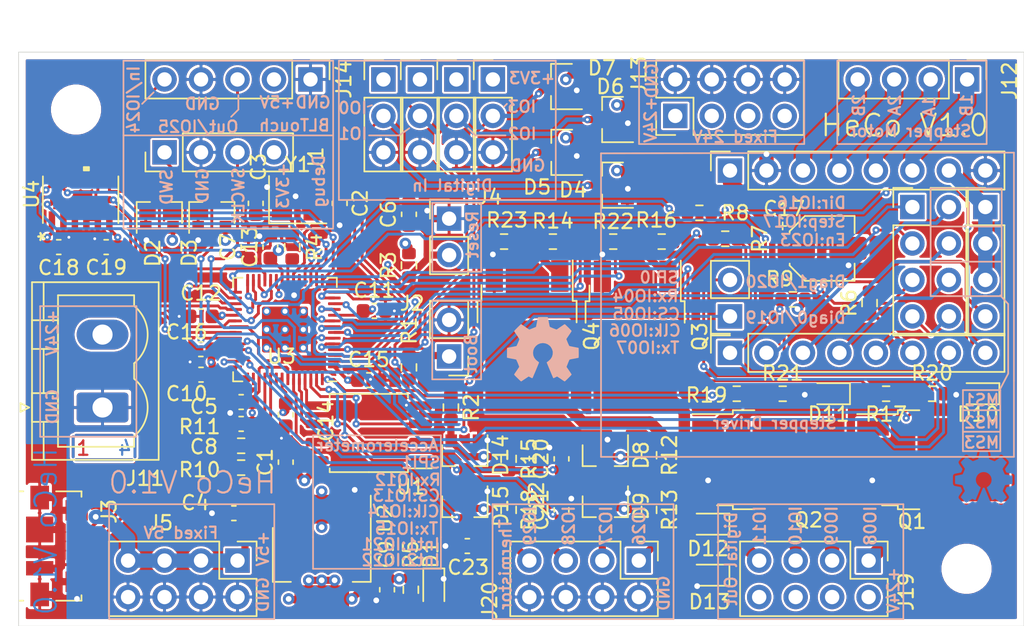
<source format=kicad_pcb>
(kicad_pcb (version 20171130) (host pcbnew "(5.1.10)-1")
  (layers (0 F.Cu signal) (1 In1.Cu signal) (2 In2.Cu signal) (31 B.Cu signal) (34 B.Paste user hide) (35 F.Paste user hide) (36 B.SilkS user) (37 F.SilkS user) (38 B.Mask user hide) (39 F.Mask user hide) (44 Edge.Cuts user))
  (net 0 "")
  (net 1 "Net-(Q1-Pad1)")
  (net 2 "Net-(U1-Pad7)")
  (net 3 "Net-(U1-Pad6)")
  (net 4 "Net-(U1-Pad5)")
  (net 5 "Net-(U1-Pad3)")
  (net 6 "Net-(U1-Pad2)")
  (net 7 GND)
  (net 8 "Net-(C2-Pad1)")
  (net 9 "Net-(C3-Pad1)")
  (net 10 +3V3)
  (net 11 "Net-(Q2-Pad1)")
  (net 12 "Net-(Q3-Pad1)")
  (net 13 "Net-(Q4-Pad1)")
  (net 14 +1V1)
  (net 15 DO3)
  (net 16 "Net-(J1-Pad1)")
  (net 17 +24V)
  (net 18 AIN0)
  (net 19 AIN1)
  (net 20 AIN2)
  (net 21 AIN3)
  (net 22 DI0)
  (net 23 "Net-(D1-Pad2)")
  (net 24 DI1)
  (net 25 DI2)
  (net 26 DI3)
  (net 27 "Net-(J1-Pad3)")
  (net 28 "Net-(J2-Pad1)")
  (net 29 "Net-(J3-Pad4)")
  (net 30 USBP)
  (net 31 USBN)
  (net 32 DIAG1)
  (net 33 DIAG0)
  (net 34 MSPICS)
  (net 35 MSPI_CLK)
  (net 36 MSPI_TX)
  (net 37 MEN)
  (net 38 "Net-(R1-Pad1)")
  (net 39 MSTP)
  (net 40 MDIR)
  (net 41 "Net-(R10-Pad2)")
  (net 42 DO2)
  (net 43 DO0)
  (net 44 DO1)
  (net 45 MSPI_RX)
  (net 46 ASPI_RX)
  (net 47 ASPICS)
  (net 48 ASPI_CLK)
  (net 49 ASPI_TX)
  (net 50 AINT1)
  (net 51 AINT2)
  (net 52 "Net-(U4-Pad11)")
  (net 53 "Net-(U4-Pad10)")
  (net 54 "Net-(U4-Pad3)")
  (net 55 +5V)
  (net 56 BLIN)
  (net 57 BLOUT)
  (net 58 "Net-(C6-Pad1)")
  (net 59 "Net-(R4-Pad1)")
  (net 60 "Net-(R11-Pad2)")
  (net 61 "Net-(D12-Pad1)")
  (net 62 "Net-(D13-Pad1)")
  (net 63 "Net-(D10-Pad1)")
  (net 64 "Net-(D11-Pad1)")
  (net 65 "Net-(J7-Pad8)")
  (net 66 "Net-(J7-Pad6)")
  (net 67 "Net-(J7-Pad4)")
  (net 68 "Net-(J7-Pad2)")
  (net 69 "Net-(J9-Pad8)")
  (net 70 "Net-(J9-Pad7)")
  (net 71 "Net-(J9-Pad6)")
  (net 72 "Net-(J10-Pad6)")
  (net 73 "Net-(J10-Pad5)")
  (net 74 "Net-(J10-Pad4)")
  (net 75 "Net-(J10-Pad3)")
  (net 76 "Net-(J8-Pad4)")
  (module OSHW-logo:OSHW-logo_silkscreen-back_5mm (layer B.Cu) (at 136.5 120.7 180)
    (fp_text reference G*** hide)
    (fp_text value OSHW-logo_silkscreen-back_5mm hide)
  )
  (module OSHW-logo:OSHW-logo_copper-front_4mm (layer B.Cu) (at 167.2 129.6 180)
    (fp_text reference G*** hide)
    (fp_text value OSHW-logo_copper-front_4mm hide)
    (fp_poly (pts (xy -1.21158 -1.79578) (xy -1.19126 -1.78562) (xy -1.143 -1.75514) (xy -1.07696 -1.71196) (xy -0.99822 -1.65862) (xy -0.91948 -1.60528) (xy -0.85344 -1.5621) (xy -0.80772 -1.53162) (xy -0.78994 -1.52146) (xy -0.77978 -1.524) (xy -0.74168 -1.54432) (xy -0.6858 -1.57226) (xy -0.65532 -1.5875) (xy -0.60452 -1.61036) (xy -0.57912 -1.61544) (xy -0.57658 -1.60782) (xy -0.55626 -1.56972) (xy -0.52832 -1.50368) (xy -0.49022 -1.41732) (xy -0.44704 -1.31572) (xy -0.40132 -1.2065) (xy -0.3556 -1.09474) (xy -0.30988 -0.98806) (xy -0.27178 -0.89154) (xy -0.23876 -0.81534) (xy -0.21844 -0.75946) (xy -0.21082 -0.7366) (xy -0.21336 -0.73152) (xy -0.23876 -0.70866) (xy -0.28194 -0.67564) (xy -0.37846 -0.5969) (xy -0.4699 -0.48006) (xy -0.52832 -0.34798) (xy -0.5461 -0.20066) (xy -0.53086 -0.06604) (xy -0.47752 0.0635) (xy -0.38608 0.18288) (xy -0.27432 0.26924) (xy -0.14478 0.32512) (xy 0 0.3429) (xy 0.1397 0.32766) (xy 0.27178 0.27432) (xy 0.39116 0.18542) (xy 0.43942 0.127) (xy 0.508 0.00762) (xy 0.54864 -0.11938) (xy 0.55118 -0.14986) (xy 0.5461 -0.2921) (xy 0.50546 -0.42672) (xy 0.4318 -0.5461) (xy 0.32766 -0.64516) (xy 0.31496 -0.65532) (xy 0.2667 -0.69088) (xy 0.23622 -0.71374) (xy 0.21082 -0.73406) (xy 0.38862 -1.16586) (xy 0.41656 -1.23444) (xy 0.46736 -1.35128) (xy 0.51054 -1.45288) (xy 0.54356 -1.53416) (xy 0.56896 -1.5875) (xy 0.57912 -1.61036) (xy 0.59436 -1.6129) (xy 0.62738 -1.6002) (xy 0.68834 -1.57226) (xy 0.72898 -1.55194) (xy 0.7747 -1.52908) (xy 0.79502 -1.52146) (xy 0.8128 -1.53162) (xy 0.85598 -1.55956) (xy 0.91948 -1.60274) (xy 0.99568 -1.65354) (xy 1.06934 -1.70434) (xy 1.13792 -1.75006) (xy 1.18618 -1.78054) (xy 1.21158 -1.79324) (xy 1.21412 -1.79324) (xy 1.23444 -1.78054) (xy 1.27508 -1.75006) (xy 1.3335 -1.69418) (xy 1.41478 -1.6129) (xy 1.42748 -1.6002) (xy 1.49606 -1.52908) (xy 1.55194 -1.47066) (xy 1.59004 -1.43002) (xy 1.60274 -1.41224) (xy 1.59004 -1.38684) (xy 1.55956 -1.33858) (xy 1.51384 -1.27) (xy 1.4605 -1.19126) (xy 1.31826 -0.98298) (xy 1.397 -0.7874) (xy 1.41986 -0.72898) (xy 1.45034 -0.65532) (xy 1.4732 -0.60452) (xy 1.4859 -0.58166) (xy 1.50622 -0.57404) (xy 1.55956 -0.56134) (xy 1.6383 -0.54356) (xy 1.72974 -0.52832) (xy 1.81864 -0.51054) (xy 1.89738 -0.4953) (xy 1.9558 -0.48514) (xy 1.9812 -0.48006) (xy 1.98628 -0.47498) (xy 1.99136 -0.46228) (xy 1.99644 -0.43688) (xy 1.99644 -0.38862) (xy 1.99898 -0.31242) (xy 1.99898 -0.20066) (xy 1.99898 -0.1905) (xy 1.99644 -0.08382) (xy 1.99644 0) (xy 1.9939 0.05334) (xy 1.98882 0.07366) (xy 1.96342 0.08128) (xy 1.90754 0.09144) (xy 1.8288 0.10922) (xy 1.73228 0.127) (xy 1.7272 0.127) (xy 1.63322 0.14478) (xy 1.55448 0.16256) (xy 1.4986 0.17526) (xy 1.47574 0.18288) (xy 1.47066 0.18796) (xy 1.45034 0.22606) (xy 1.4224 0.28448) (xy 1.39192 0.3556) (xy 1.36144 0.42926) (xy 1.3335 0.49784) (xy 1.31572 0.5461) (xy 1.31064 0.56896) (xy 1.32588 0.59182) (xy 1.3589 0.64262) (xy 1.40462 0.70866) (xy 1.4605 0.78994) (xy 1.46304 0.79756) (xy 1.51892 0.8763) (xy 1.5621 0.94488) (xy 1.59258 0.99314) (xy 1.60274 1.01346) (xy 1.60274 1.016) (xy 1.58496 1.03886) (xy 1.54432 1.08458) (xy 1.4859 1.14554) (xy 1.41478 1.21666) (xy 1.39192 1.23698) (xy 1.31572 1.31318) (xy 1.26238 1.36398) (xy 1.22682 1.38938) (xy 1.21158 1.397) (xy 1.21158 1.39446) (xy 1.18618 1.38176) (xy 1.13538 1.34874) (xy 1.0668 1.30048) (xy 0.98552 1.24714) (xy 0.98044 1.24206) (xy 0.9017 1.18872) (xy 0.83566 1.143) (xy 0.7874 1.11252) (xy 0.76708 1.09982) (xy 0.762 1.09982) (xy 0.73152 1.10998) (xy 0.6731 1.12776) (xy 0.60452 1.1557) (xy 0.53086 1.18618) (xy 0.46228 1.21412) (xy 0.41148 1.23698) (xy 0.38862 1.24968) (xy 0.38862 1.25222) (xy 0.37846 1.28016) (xy 0.36576 1.34112) (xy 0.34798 1.4224) (xy 0.3302 1.52146) (xy 0.32766 1.5367) (xy 0.30988 1.63068) (xy 0.29464 1.70942) (xy 0.28194 1.7653) (xy 0.27686 1.78816) (xy 0.26416 1.7907) (xy 0.2159 1.79324) (xy 0.14478 1.79578) (xy 0.05842 1.79578) (xy -0.03048 1.79578) (xy -0.11684 1.79324) (xy -0.19304 1.7907) (xy -0.24638 1.78816) (xy -0.26924 1.78308) (xy -0.27178 1.78054) (xy -0.2794 1.7526) (xy -0.2921 1.69164) (xy -0.30988 1.61036) (xy -0.32766 1.5113) (xy -0.3302 1.49352) (xy -0.34798 1.39954) (xy -0.36576 1.3208) (xy -0.37592 1.26746) (xy -0.38354 1.24714) (xy -0.39116 1.24206) (xy -0.42926 1.22428) (xy -0.49276 1.19888) (xy -0.57404 1.16586) (xy -0.75692 1.0922) (xy -0.98044 1.24714) (xy -1.00076 1.25984) (xy -1.08204 1.31572) (xy -1.14808 1.3589) (xy -1.1938 1.38938) (xy -1.21412 1.39954) (xy -1.23698 1.37922) (xy -1.2827 1.33858) (xy -1.34366 1.27762) (xy -1.41224 1.20904) (xy -1.46558 1.1557) (xy -1.52654 1.0922) (xy -1.56718 1.05156) (xy -1.5875 1.02362) (xy -1.59512 1.00584) (xy -1.59258 0.99568) (xy -1.57988 0.97282) (xy -1.54686 0.92456) (xy -1.50114 0.85598) (xy -1.44526 0.77724) (xy -1.39954 0.70866) (xy -1.35128 0.635) (xy -1.3208 0.58166) (xy -1.3081 0.55372) (xy -1.31064 0.54356) (xy -1.32842 0.50038) (xy -1.35382 0.4318) (xy -1.38684 0.35306) (xy -1.46558 0.17526) (xy -1.58242 0.15494) (xy -1.65354 0.1397) (xy -1.7526 0.12192) (xy -1.84658 0.10414) (xy -1.9939 0.07366) (xy -1.99898 -0.46482) (xy -1.97612 -0.47498) (xy -1.95326 -0.4826) (xy -1.89992 -0.49276) (xy -1.82118 -0.508) (xy -1.72974 -0.52578) (xy -1.651 -0.54102) (xy -1.57226 -0.55626) (xy -1.51638 -0.56642) (xy -1.49098 -0.5715) (xy -1.48336 -0.58166) (xy -1.46304 -0.61976) (xy -1.4351 -0.68072) (xy -1.40462 -0.75438) (xy -1.37414 -0.82804) (xy -1.3462 -0.89916) (xy -1.32588 -0.9525) (xy -1.31826 -0.98044) (xy -1.32842 -1.00076) (xy -1.3589 -1.04648) (xy -1.40208 -1.11252) (xy -1.45542 -1.19126) (xy -1.5113 -1.27) (xy -1.55448 -1.33858) (xy -1.5875 -1.38684) (xy -1.6002 -1.40716) (xy -1.59258 -1.4224) (xy -1.5621 -1.4605) (xy -1.50368 -1.52146) (xy -1.41478 -1.61036) (xy -1.39954 -1.62306) (xy -1.33096 -1.69164) (xy -1.27 -1.74498) (xy -1.22936 -1.78308) (xy -1.21158 -1.79578)) (layer B.Cu) (width 0.00254))
  )
  (module Connector_PinHeader_2.54mm:PinHeader_1x05_P2.54mm_Vertical (layer F.Cu) (at 120.32 101.9 270)
    (fp_text reference J14 (at 0 -2.33 90) (layer F.SilkS))
    (fp_text value Conn_01x05)
    (pad 5 thru_hole oval (at 0 10.16 270) (size 1.7 1.7) (drill 1) (layers *.Cu *.Mask) (net 56 BLIN))
    (pad 4 thru_hole oval (at 0 7.62 270) (size 1.7 1.7) (drill 1) (layers *.Cu *.Mask) (net 7 GND))
    (pad 3 thru_hole oval (at 0 5.08 270) (size 1.7 1.7) (drill 1) (layers *.Cu *.Mask) (net 57 BLOUT))
    (pad 2 thru_hole oval (at 0 2.54 270) (size 1.7 1.7) (drill 1) (layers *.Cu *.Mask) (net 55 +5V))
    (pad 1 thru_hole rect (at 0 0 270) (size 1.7 1.7) (drill 1) (layers *.Cu *.Mask) (net 7 GND))
  )
  (module Package_TO_SOT_SMD:SOT-23 (layer F.Cu) (at 109.8 111.2 90)
    (fp_text reference D2 (at -2.796 -0.46 90) (layer F.SilkS))
    (fp_text value BAT54S)
    (pad 3 smd rect (at 1 0 90) (size 0.9 0.8) (layers F.Cu F.Paste F.Mask) (net 56 BLIN))
    (pad 2 smd rect (at -1 0.95 90) (size 0.9 0.8) (layers F.Cu F.Paste F.Mask) (net 10 +3V3))
    (pad 1 smd rect (at -1 -0.95 90) (size 0.9 0.8) (layers F.Cu F.Paste F.Mask) (net 7 GND))
  )
  (module Connector_PinSocket_2.54mm:PinSocket_1x08_P2.54mm_Vertical (layer F.Cu) (at 149.53 108.25 90)
    (fp_text reference J10)
    (fp_text value Conn_01x08)
    (pad 8 thru_hole oval (at 0 17.78 90) (size 1.7 1.7) (drill 1) (layers *.Cu *.Mask) (net 7 GND))
    (pad 7 thru_hole oval (at 0 15.24 90) (size 1.7 1.7) (drill 1) (layers *.Cu *.Mask) (net 10 +3V3))
    (pad 6 thru_hole oval (at 0 12.7 90) (size 1.7 1.7) (drill 1) (layers *.Cu *.Mask) (net 72 "Net-(J10-Pad6)"))
    (pad 5 thru_hole oval (at 0 10.16 90) (size 1.7 1.7) (drill 1) (layers *.Cu *.Mask) (net 73 "Net-(J10-Pad5)"))
    (pad 4 thru_hole oval (at 0 7.62 90) (size 1.7 1.7) (drill 1) (layers *.Cu *.Mask) (net 74 "Net-(J10-Pad4)"))
    (pad 3 thru_hole oval (at 0 5.08 90) (size 1.7 1.7) (drill 1) (layers *.Cu *.Mask) (net 75 "Net-(J10-Pad3)"))
    (pad 2 thru_hole oval (at 0 2.54 90) (size 1.7 1.7) (drill 1) (layers *.Cu *.Mask) (net 7 GND))
    (pad 1 thru_hole rect (at 0 0 90) (size 1.7 1.7) (drill 1) (layers *.Cu *.Mask) (net 17 +24V))
  )
  (module MCU_RaspberryPi_and_Boards:RP2040-QFN-56 (layer F.Cu) (at 118.5455 119.3295 180)
    (fp_text reference U3 (at 0.2455 -1.8705) (layer F.SilkS))
    (fp_text value RP2040)
    (pad 57 smd roundrect (at 0 0 180) (size 3.2 3.2) (layers F.Cu F.Mask) (roundrect_rratio 0.045) (net 7 GND))
    (pad 57 thru_hole circle (at -1.275 -1.275 180) (size 0.6 0.6) (drill 0.35) (layers *.Cu) (net 7 GND))
    (pad 57 thru_hole circle (at 0 -1.275 180) (size 0.6 0.6) (drill 0.35) (layers *.Cu) (net 7 GND))
    (pad 57 thru_hole circle (at 1.275 -1.275 180) (size 0.6 0.6) (drill 0.35) (layers *.Cu) (net 7 GND))
    (pad 57 thru_hole circle (at -1.275 0 180) (size 0.6 0.6) (drill 0.35) (layers *.Cu) (net 7 GND))
    (pad 57 thru_hole circle (at 0 0 180) (size 0.6 0.6) (drill 0.35) (layers *.Cu) (net 7 GND))
    (pad 57 thru_hole circle (at 1.275 0 180) (size 0.6 0.6) (drill 0.35) (layers *.Cu) (net 7 GND))
    (pad 57 thru_hole circle (at -1.275 1.275 180) (size 0.6 0.6) (drill 0.35) (layers *.Cu) (net 7 GND))
    (pad 57 thru_hole circle (at 0 1.275 180) (size 0.6 0.6) (drill 0.35) (layers *.Cu) (net 7 GND))
    (pad 57 thru_hole circle (at 1.275 1.275 180) (size 0.6 0.6) (drill 0.35) (layers *.Cu) (net 7 GND))
    (pad 1 smd roundrect (at -3.4375 -2.6 180) (size 0.875 0.2) (layers F.Cu F.Paste F.Mask) (net 10 +3V3))
    (pad 2 smd roundrect (at -3.4375 -2.2 180) (size 0.875 0.2) (layers F.Cu F.Paste F.Mask) (net 22 DI0))
    (pad 3 smd roundrect (at -3.4375 -1.8 180) (size 0.875 0.2) (layers F.Cu F.Paste F.Mask) (net 24 DI1))
    (pad 4 smd roundrect (at -3.4375 -1.4 180) (size 0.875 0.2) (layers F.Cu F.Paste F.Mask) (net 25 DI2))
    (pad 5 smd roundrect (at -3.4375 -1 180) (size 0.875 0.2) (layers F.Cu F.Paste F.Mask) (net 26 DI3))
    (pad 6 smd roundrect (at -3.4375 -0.6 180) (size 0.875 0.2) (layers F.Cu F.Paste F.Mask) (net 45 MSPI_RX))
    (pad 7 smd roundrect (at -3.4375 -0.2 180) (size 0.875 0.2) (layers F.Cu F.Paste F.Mask) (net 34 MSPICS))
    (pad 8 smd roundrect (at -3.4375 0.2 180) (size 0.875 0.2) (layers F.Cu F.Paste F.Mask) (net 35 MSPI_CLK))
    (pad 9 smd roundrect (at -3.4375 0.6 180) (size 0.875 0.2) (layers F.Cu F.Paste F.Mask) (net 36 MSPI_TX))
    (pad 10 smd roundrect (at -3.4375 1 180) (size 0.875 0.2) (layers F.Cu F.Paste F.Mask) (net 10 +3V3))
    (pad 11 smd roundrect (at -3.4375 1.4 180) (size 0.875 0.2) (layers F.Cu F.Paste F.Mask) (net 43 DO0))
    (pad 12 smd roundrect (at -3.4375 1.8 180) (size 0.875 0.2) (layers F.Cu F.Paste F.Mask) (net 44 DO1))
    (pad 13 smd roundrect (at -3.4375 2.2 180) (size 0.875 0.2) (layers F.Cu F.Paste F.Mask) (net 42 DO2))
    (pad 14 smd roundrect (at -3.4375 2.6 180) (size 0.875 0.2) (layers F.Cu F.Paste F.Mask) (net 15 DO3))
    (pad 15 smd roundrect (at -2.6 3.4375 180) (size 0.2 0.875) (layers F.Cu F.Paste F.Mask) (net 46 ASPI_RX))
    (pad 16 smd roundrect (at -2.2 3.4375 180) (size 0.2 0.875) (layers F.Cu F.Paste F.Mask) (net 47 ASPICS))
    (pad 17 smd roundrect (at -1.8 3.4375 180) (size 0.2 0.875) (layers F.Cu F.Paste F.Mask) (net 48 ASPI_CLK))
    (pad 18 smd roundrect (at -1.4 3.4375 180) (size 0.2 0.875) (layers F.Cu F.Paste F.Mask) (net 49 ASPI_TX))
    (pad 19 smd roundrect (at -1 3.4375 180) (size 0.2 0.875) (layers F.Cu F.Paste F.Mask) (net 7 GND))
    (pad 20 smd roundrect (at -0.6 3.4375 180) (size 0.2 0.875) (layers F.Cu F.Paste F.Mask) (net 8 "Net-(C2-Pad1)"))
    (pad 21 smd roundrect (at -0.2 3.4375 180) (size 0.2 0.875) (layers F.Cu F.Paste F.Mask) (net 59 "Net-(R4-Pad1)"))
    (pad 22 smd roundrect (at 0.2 3.4375 180) (size 0.2 0.875) (layers F.Cu F.Paste F.Mask) (net 10 +3V3))
    (pad 23 smd roundrect (at 0.6 3.4375 180) (size 0.2 0.875) (layers F.Cu F.Paste F.Mask) (net 14 +1V1))
    (pad 24 smd roundrect (at 1 3.4375 180) (size 0.2 0.875) (layers F.Cu F.Paste F.Mask) (net 27 "Net-(J1-Pad3)"))
    (pad 25 smd roundrect (at 1.4 3.4375 180) (size 0.2 0.875) (layers F.Cu F.Paste F.Mask) (net 16 "Net-(J1-Pad1)"))
    (pad 26 smd roundrect (at 1.8 3.4375 180) (size 0.2 0.875) (layers F.Cu F.Paste F.Mask) (net 58 "Net-(C6-Pad1)"))
    (pad 27 smd roundrect (at 2.2 3.4375 180) (size 0.2 0.875) (layers F.Cu F.Paste F.Mask) (net 40 MDIR))
    (pad 28 smd roundrect (at 2.6 3.4375 180) (size 0.2 0.875) (layers F.Cu F.Paste F.Mask) (net 39 MSTP))
    (pad 29 smd roundrect (at 3.4375 2.6 180) (size 0.875 0.2) (layers F.Cu F.Paste F.Mask) (net 76 "Net-(J8-Pad4)"))
    (pad 30 smd roundrect (at 3.4375 2.2 180) (size 0.875 0.2) (layers F.Cu F.Paste F.Mask) (net 33 DIAG0))
    (pad 31 smd roundrect (at 3.4375 1.8 180) (size 0.875 0.2) (layers F.Cu F.Paste F.Mask) (net 32 DIAG1))
    (pad 32 smd roundrect (at 3.4375 1.4 180) (size 0.875 0.2) (layers F.Cu F.Paste F.Mask) (net 50 AINT1))
    (pad 33 smd roundrect (at 3.4375 1 180) (size 0.875 0.2) (layers F.Cu F.Paste F.Mask) (net 10 +3V3))
    (pad 34 smd roundrect (at 3.4375 0.6 180) (size 0.875 0.2) (layers F.Cu F.Paste F.Mask) (net 51 AINT2))
    (pad 35 smd roundrect (at 3.4375 0.2 180) (size 0.875 0.2) (layers F.Cu F.Paste F.Mask) (net 37 MEN))
    (pad 36 smd roundrect (at 3.4375 -0.2 180) (size 0.875 0.2) (layers F.Cu F.Paste F.Mask) (net 56 BLIN))
    (pad 37 smd roundrect (at 3.4375 -0.6 180) (size 0.875 0.2) (layers F.Cu F.Paste F.Mask) (net 57 BLOUT))
    (pad 38 smd roundrect (at 3.4375 -1 180) (size 0.875 0.2) (layers F.Cu F.Paste F.Mask) (net 18 AIN0))
    (pad 39 smd roundrect (at 3.4375 -1.4 180) (size 0.875 0.2) (layers F.Cu F.Paste F.Mask) (net 19 AIN1))
    (pad 40 smd roundrect (at 3.4375 -1.8 180) (size 0.875 0.2) (layers F.Cu F.Paste F.Mask) (net 20 AIN2))
    (pad 41 smd roundrect (at 3.4375 -2.2 180) (size 0.875 0.2) (layers F.Cu F.Paste F.Mask) (net 21 AIN3))
    (pad 42 smd roundrect (at 3.4375 -2.6 180) (size 0.875 0.2) (layers F.Cu F.Paste F.Mask) (net 10 +3V3))
    (pad 43 smd roundrect (at 2.6 -3.4375 180) (size 0.2 0.875) (layers F.Cu F.Paste F.Mask) (net 10 +3V3))
    (pad 44 smd roundrect (at 2.2 -3.4375 180) (size 0.2 0.875) (layers F.Cu F.Paste F.Mask) (net 10 +3V3))
    (pad 45 smd roundrect (at 1.8 -3.4375 180) (size 0.2 0.875) (layers F.Cu F.Paste F.Mask) (net 14 +1V1))
    (pad 46 smd roundrect (at 1.4 -3.4375 180) (size 0.2 0.875) (layers F.Cu F.Paste F.Mask) (net 60 "Net-(R11-Pad2)"))
    (pad 47 smd roundrect (at 1 -3.4375 180) (size 0.2 0.875) (layers F.Cu F.Paste F.Mask) (net 41 "Net-(R10-Pad2)"))
    (pad 48 smd roundrect (at 0.6 -3.4375 180) (size 0.2 0.875) (layers F.Cu F.Paste F.Mask) (net 10 +3V3))
    (pad 49 smd roundrect (at 0.2 -3.4375 180) (size 0.2 0.875) (layers F.Cu F.Paste F.Mask) (net 10 +3V3))
    (pad 50 smd roundrect (at -0.2 -3.4375 180) (size 0.2 0.875) (layers F.Cu F.Paste F.Mask) (net 14 +1V1))
    (pad 51 smd roundrect (at -0.6 -3.4375 180) (size 0.2 0.875) (layers F.Cu F.Paste F.Mask) (net 2 "Net-(U1-Pad7)"))
    (pad 52 smd roundrect (at -1 -3.4375 180) (size 0.2 0.875) (layers F.Cu F.Paste F.Mask) (net 3 "Net-(U1-Pad6)"))
    (pad 53 smd roundrect (at -1.4 -3.4375 180) (size 0.2 0.875) (layers F.Cu F.Paste F.Mask) (net 4 "Net-(U1-Pad5)"))
    (pad 54 smd roundrect (at -1.8 -3.4375 180) (size 0.2 0.875) (layers F.Cu F.Paste F.Mask) (net 5 "Net-(U1-Pad3)"))
    (pad 55 smd roundrect (at -2.2 -3.4375 180) (size 0.2 0.875) (layers F.Cu F.Paste F.Mask) (net 6 "Net-(U1-Pad2)"))
    (pad 56 smd roundrect (at -2.6 -3.4375 180) (size 0.2 0.875) (layers F.Cu F.Paste F.Mask) (net 38 "Net-(R1-Pad1)"))
  )
  (module Connector_PinHeader_2.54mm:PinHeader_1x03_P2.54mm_Vertical (layer F.Cu) (at 125.4 101.9)
    (fp_text reference J15)
    (fp_text value Conn_01x03)
    (pad 3 thru_hole oval (at 0 5.08) (size 1.7 1.7) (drill 1) (layers *.Cu *.Mask) (net 7 GND))
    (pad 2 thru_hole oval (at 0 2.54) (size 1.7 1.7) (drill 1) (layers *.Cu *.Mask) (net 22 DI0))
    (pad 1 thru_hole rect (at 0 0) (size 1.7 1.7) (drill 1) (layers *.Cu *.Mask) (net 10 +3V3))
  )
  (module Capacitor_SMD:C_0603_1608Metric (layer F.Cu) (at 124.384 122.855)
    (fp_text reference C15 (at 0 -1.43) (layer F.SilkS))
    (fp_text value 100n)
    (pad 2 smd roundrect (at 0.775 0) (size 0.9 0.95) (layers F.Cu F.Paste F.Mask) (net 7 GND))
    (pad 1 smd roundrect (at -0.775 0) (size 0.9 0.95) (layers F.Cu F.Paste F.Mask) (net 10 +3V3))
  )
  (module Resistor_SMD:R_0603_1608Metric (layer F.Cu) (at 134.117 128.34 270)
    (fp_text reference R15 (at 0 -1.43 90) (layer F.SilkS))
    (fp_text value 4k7)
    (pad 2 smd roundrect (at 0.825 0 270) (size 0.8 0.95) (layers F.Cu F.Paste F.Mask) (net 20 AIN2))
    (pad 1 smd roundrect (at -0.825 0 270) (size 0.8 0.95) (layers F.Cu F.Paste F.Mask) (net 10 +3V3))
  )
  (module Resistor_SMD:R_0603_1608Metric (layer F.Cu) (at 134.117 131.896 270)
    (fp_text reference R18 (at 0 -1.43 90) (layer F.SilkS))
    (fp_text value 4k7)
    (pad 2 smd roundrect (at 0.825 0 270) (size 0.8 0.95) (layers F.Cu F.Paste F.Mask) (net 21 AIN3))
    (pad 1 smd roundrect (at -0.825 0 270) (size 0.8 0.95) (layers F.Cu F.Paste F.Mask) (net 10 +3V3))
  )
  (module Package_TO_SOT_SMD:SOT-23 (layer F.Cu) (at 131.069 131.642 270)
    (fp_text reference D15 (at 0 -2.5 90) (layer F.SilkS))
    (fp_text value BAT54S)
    (pad 3 smd rect (at 1 0 270) (size 0.9 0.8) (layers F.Cu F.Paste F.Mask) (net 21 AIN3))
    (pad 2 smd rect (at -1 0.95 270) (size 0.9 0.8) (layers F.Cu F.Paste F.Mask) (net 10 +3V3))
    (pad 1 smd rect (at -1 -0.95 270) (size 0.9 0.8) (layers F.Cu F.Paste F.Mask) (net 7 GND))
  )
  (module Package_TO_SOT_SMD:SOT-23 (layer F.Cu) (at 131.069 128.086 270)
    (fp_text reference D14 (at 0 -2.5 90) (layer F.SilkS))
    (fp_text value BAT54S)
    (pad 3 smd rect (at 1 0 270) (size 0.9 0.8) (layers F.Cu F.Paste F.Mask) (net 20 AIN2))
    (pad 2 smd rect (at -1 0.95 270) (size 0.9 0.8) (layers F.Cu F.Paste F.Mask) (net 10 +3V3))
    (pad 1 smd rect (at -1 -0.95 270) (size 0.9 0.8) (layers F.Cu F.Paste F.Mask) (net 7 GND))
  )
  (module Connector_PinHeader_2.54mm:PinHeader_2x04_P2.54mm_Vertical (layer F.Cu) (at 115.24 135.428 270)
    (fp_text reference J5 (at -2.628 5.34 180) (layer F.SilkS))
    (fp_text value Conn_02x04_Odd_Even)
    (pad 8 thru_hole oval (at 2.54 7.62 270) (size 1.7 1.7) (drill 1) (layers *.Cu *.Mask) (net 7 GND))
    (pad 7 thru_hole oval (at 0 7.62 270) (size 1.7 1.7) (drill 1) (layers *.Cu *.Mask) (net 55 +5V))
    (pad 6 thru_hole oval (at 2.54 5.08 270) (size 1.7 1.7) (drill 1) (layers *.Cu *.Mask) (net 7 GND))
    (pad 5 thru_hole oval (at 0 5.08 270) (size 1.7 1.7) (drill 1) (layers *.Cu *.Mask) (net 55 +5V))
    (pad 4 thru_hole oval (at 2.54 2.54 270) (size 1.7 1.7) (drill 1) (layers *.Cu *.Mask) (net 7 GND))
    (pad 3 thru_hole oval (at 0 2.54 270) (size 1.7 1.7) (drill 1) (layers *.Cu *.Mask) (net 55 +5V))
    (pad 2 thru_hole oval (at 2.54 0 270) (size 1.7 1.7) (drill 1) (layers *.Cu *.Mask) (net 7 GND))
    (pad 1 thru_hole rect (at 0 0 270) (size 1.7 1.7) (drill 1) (layers *.Cu *.Mask) (net 55 +5V))
  )
  (module MountingHole:MountingHole_3.2mm_M3 (layer F.Cu) (at 104 104)
    (fp_text reference H2)
    (fp_text value MountingHole)
    (pad "" np_thru_hole circle (at 0 0) (size 3.2 3.2) (drill 3.2) (layers *.Cu *.Mask))
  )
  (module MountingHole:MountingHole_3.2mm_M3 (layer F.Cu) (at 166 136)
    (fp_text reference H1 hide)
    (fp_text value MountingHole)
    (pad "" np_thru_hole circle (at 0 0) (size 3.2 3.2) (drill 3.2) (layers *.Cu *.Mask))
  )
  (module Connector_PinHeader_2.54mm:PinHeader_2x04_P2.54mm_Vertical (layer F.Cu) (at 145.72 104.44 90)
    (fp_text reference J13 (at 2.84 -2.52 90) (layer F.SilkS))
    (fp_text value Conn_02x04_Odd_Even)
    (pad 8 thru_hole oval (at 2.54 7.62 90) (size 1.7 1.7) (drill 1) (layers *.Cu *.Mask) (net 7 GND))
    (pad 7 thru_hole oval (at 0 7.62 90) (size 1.7 1.7) (drill 1) (layers *.Cu *.Mask) (net 17 +24V))
    (pad 6 thru_hole oval (at 2.54 5.08 90) (size 1.7 1.7) (drill 1) (layers *.Cu *.Mask) (net 7 GND))
    (pad 5 thru_hole oval (at 0 5.08 90) (size 1.7 1.7) (drill 1) (layers *.Cu *.Mask) (net 17 +24V))
    (pad 4 thru_hole oval (at 2.54 2.54 90) (size 1.7 1.7) (drill 1) (layers *.Cu *.Mask) (net 7 GND))
    (pad 3 thru_hole oval (at 0 2.54 90) (size 1.7 1.7) (drill 1) (layers *.Cu *.Mask) (net 17 +24V))
    (pad 2 thru_hole oval (at 2.54 0 90) (size 1.7 1.7) (drill 1) (layers *.Cu *.Mask) (net 7 GND))
    (pad 1 thru_hole rect (at 0 0 90) (size 1.7 1.7) (drill 1) (layers *.Cu *.Mask) (net 17 +24V))
  )
  (module Capacitor_SMD:C_0603_1608Metric (layer F.Cu) (at 106.096 113.584)
    (fp_text reference C19 (at 0.004 1.416) (layer F.SilkS))
    (fp_text value 100n)
    (pad 2 smd roundrect (at 0.775 0) (size 0.9 0.95) (layers F.Cu F.Paste F.Mask) (net 10 +3V3))
    (pad 1 smd roundrect (at -0.775 0) (size 0.9 0.95) (layers F.Cu F.Paste F.Mask) (net 7 GND))
  )
  (module Capacitor_SMD:C_0603_1608Metric (layer F.Cu) (at 118.6 128.57 90)
    (fp_text reference C1 (at 0 -1.43 90) (layer F.SilkS))
    (fp_text value 100n)
    (pad 2 smd roundrect (at 0.775 0 90) (size 0.9 0.95) (layers F.Cu F.Paste F.Mask) (net 7 GND))
    (pad 1 smd roundrect (at -0.775 0 90) (size 0.9 0.95) (layers F.Cu F.Paste F.Mask) (net 10 +3V3))
  )
  (module Connector_PinSocket_2.54mm:PinSocket_1x02_P2.54mm_Vertical (layer F.Cu) (at 149.53 118.41 180)
    (fp_text reference J6)
    (fp_text value Conn_01x02)
    (pad 2 thru_hole oval (at 0 2.54 180) (size 1.7 1.7) (drill 1) (layers *.Cu *.Mask) (net 32 DIAG1))
    (pad 1 thru_hole rect (at 0 0 180) (size 1.7 1.7) (drill 1) (layers *.Cu *.Mask) (net 33 DIAG0))
  )
  (module Capacitor_SMD:C_0603_1608Metric (layer F.Cu) (at 127.178 111.298 90)
    (fp_text reference C6 (at 0 -1.43 90) (layer F.SilkS))
    (fp_text value 100n)
    (pad 2 smd roundrect (at 0.775 0 90) (size 0.9 0.95) (layers F.Cu F.Paste F.Mask) (net 7 GND))
    (pad 1 smd roundrect (at -0.775 0 90) (size 0.9 0.95) (layers F.Cu F.Paste F.Mask) (net 58 "Net-(C6-Pad1)"))
  )
  (module Diode_SMD:D_0603_1608Metric (layer F.Cu) (at 148.006 136.444 180)
    (fp_text reference D13 (at -0.094 -1.856) (layer F.SilkS))
    (fp_text value D_Schottky)
    (pad 2 smd roundrect (at 0.7875 0 180) (size 0.875 0.95) (layers F.Cu F.Paste F.Mask) (net 7 GND))
    (pad 1 smd roundrect (at -0.7875 0 180) (size 0.875 0.95) (layers F.Cu F.Paste F.Mask) (net 62 "Net-(D13-Pad1)"))
  )
  (module Diode_SMD:D_0603_1608Metric (layer F.Cu) (at 148.006 132.888 180)
    (fp_text reference D12 (at 0.006 -1.712) (layer F.SilkS))
    (fp_text value D_Schottky)
    (pad 2 smd roundrect (at 0.7875 0 180) (size 0.875 0.95) (layers F.Cu F.Paste F.Mask) (net 7 GND))
    (pad 1 smd roundrect (at -0.7875 0 180) (size 0.875 0.95) (layers F.Cu F.Paste F.Mask) (net 61 "Net-(D12-Pad1)"))
  )
  (module Diode_SMD:D_0603_1608Metric (layer F.Cu) (at 156.4 123.8 180)
    (fp_text reference D11 (at 0 -1.43) (layer F.SilkS))
    (fp_text value D_Schottky)
    (pad 2 smd roundrect (at 0.7875 0 180) (size 0.875 0.95) (layers F.Cu F.Paste F.Mask) (net 7 GND))
    (pad 1 smd roundrect (at -0.7875 0 180) (size 0.875 0.95) (layers F.Cu F.Paste F.Mask) (net 64 "Net-(D11-Pad1)"))
  )
  (module Diode_SMD:D_0603_1608Metric (layer F.Cu) (at 166.8 123.8 180)
    (fp_text reference D10 (at 0 -1.43) (layer F.SilkS))
    (fp_text value D_Schottky)
    (pad 2 smd roundrect (at 0.7875 0 180) (size 0.875 0.95) (layers F.Cu F.Paste F.Mask) (net 7 GND))
    (pad 1 smd roundrect (at -0.7875 0 180) (size 0.875 0.95) (layers F.Cu F.Paste F.Mask) (net 63 "Net-(D10-Pad1)"))
  )
  (module Resistor_SMD:R_0603_1608Metric (layer F.Cu) (at 127.308 137.46 90)
    (fp_text reference R5 (at 2.46 -0.008 90) (layer F.SilkS))
    (fp_text value 420R)
    (pad 2 smd roundrect (at 0.825 0 90) (size 0.8 0.95) (layers F.Cu F.Paste F.Mask) (net 10 +3V3))
    (pad 1 smd roundrect (at -0.825 0 90) (size 0.8 0.95) (layers F.Cu F.Paste F.Mask) (net 23 "Net-(D1-Pad2)"))
  )
  (module LED_SMD:LED_0603_1608Metric (layer F.Cu) (at 128.908 137.46 270)
    (fp_text reference D1 (at -2.46 0.208 90) (layer F.SilkS))
    (fp_text value LED)
    (pad 2 smd roundrect (at 0.7875 0 270) (size 0.875 0.95) (layers F.Cu F.Paste F.Mask) (net 23 "Net-(D1-Pad2)"))
    (pad 1 smd roundrect (at -0.7875 0 270) (size 0.875 0.95) (layers F.Cu F.Paste F.Mask) (net 7 GND))
  )
  (module Connector_Phoenix_MSTB:PhoenixContact_MSTBVA_2,5_2-G-5,08_1x02_P5.08mm_Vertical (layer F.Cu) (at 105.842 124.76 90)
    (fp_text reference J11 (at -4.94 2.958 180) (layer F.SilkS))
    (fp_text value Screw_Terminal_01x02)
    (pad 2 thru_hole oval (at 5.08 0 90) (size 2.08 3.6) (drill 1.4) (layers *.Cu *.Mask) (net 17 +24V))
    (pad 1 thru_hole roundrect (at 0 0 90) (size 2.08 3.6) (drill 1.4) (layers *.Cu *.Mask) (roundrect_rratio 0.120192) (net 7 GND))
  )
  (module Package_TO_SOT_SMD:SOT-23 (layer F.Cu) (at 113.45 111.2 90)
    (fp_text reference D3 (at -2.796 -1.57 90) (layer F.SilkS))
    (fp_text value BAT54S)
    (pad 3 smd rect (at 1 0 90) (size 0.9 0.8) (layers F.Cu F.Paste F.Mask) (net 57 BLOUT))
    (pad 2 smd rect (at -1 0.95 90) (size 0.9 0.8) (layers F.Cu F.Paste F.Mask) (net 10 +3V3))
    (pad 1 smd rect (at -1 -0.95 90) (size 0.9 0.8) (layers F.Cu F.Paste F.Mask) (net 7 GND))
  )
  (module Package_TO_SOT_SMD:SOT-23 (layer F.Cu) (at 140.848 131.642 270)
    (fp_text reference D9 (at 0 -2.5 90) (layer F.SilkS))
    (fp_text value BAT54S)
    (pad 3 smd rect (at 1 0 270) (size 0.9 0.8) (layers F.Cu F.Paste F.Mask) (net 19 AIN1))
    (pad 2 smd rect (at -1 0.95 270) (size 0.9 0.8) (layers F.Cu F.Paste F.Mask) (net 10 +3V3))
    (pad 1 smd rect (at -1 -0.95 270) (size 0.9 0.8) (layers F.Cu F.Paste F.Mask) (net 7 GND))
  )
  (module Package_TO_SOT_SMD:SOT-23 (layer F.Cu) (at 140.848 128.086 270)
    (fp_text reference D8 (at 0 -2.5 90) (layer F.SilkS))
    (fp_text value BAT54S)
    (pad 3 smd rect (at 1 0 270) (size 0.9 0.8) (layers F.Cu F.Paste F.Mask) (net 18 AIN0))
    (pad 2 smd rect (at -1 0.95 270) (size 0.9 0.8) (layers F.Cu F.Paste F.Mask) (net 10 +3V3))
    (pad 1 smd rect (at -1 -0.95 270) (size 0.9 0.8) (layers F.Cu F.Paste F.Mask) (net 7 GND))
  )
  (module Package_TO_SOT_SMD:SOT-23 (layer F.Cu) (at 137.828 102.396 180)
    (fp_text reference D7 (at -2.772 1.296) (layer F.SilkS))
    (fp_text value BAT54S)
    (pad 3 smd rect (at 1 0 180) (size 0.9 0.8) (layers F.Cu F.Paste F.Mask) (net 26 DI3))
    (pad 2 smd rect (at -1 0.95 180) (size 0.9 0.8) (layers F.Cu F.Paste F.Mask) (net 10 +3V3))
    (pad 1 smd rect (at -1 -0.95 180) (size 0.9 0.8) (layers F.Cu F.Paste F.Mask) (net 7 GND))
  )
  (module Package_TO_SOT_SMD:SOT-23 (layer F.Cu) (at 141.386 104.694 180)
    (fp_text reference D6 (at 0.186 2.294) (layer F.SilkS))
    (fp_text value BAT54S)
    (pad 3 smd rect (at 1 0 180) (size 0.9 0.8) (layers F.Cu F.Paste F.Mask) (net 25 DI2))
    (pad 2 smd rect (at -1 0.95 180) (size 0.9 0.8) (layers F.Cu F.Paste F.Mask) (net 10 +3V3))
    (pad 1 smd rect (at -1 -0.95 180) (size 0.9 0.8) (layers F.Cu F.Paste F.Mask) (net 7 GND))
  )
  (module Package_TO_SOT_SMD:SOT-23 (layer F.Cu) (at 137.846 106.98 180)
    (fp_text reference D5 (at 1.746 -2.42) (layer F.SilkS))
    (fp_text value BAT54S)
    (pad 3 smd rect (at 1 0 180) (size 0.9 0.8) (layers F.Cu F.Paste F.Mask) (net 24 DI1))
    (pad 2 smd rect (at -1 0.95 180) (size 0.9 0.8) (layers F.Cu F.Paste F.Mask) (net 10 +3V3))
    (pad 1 smd rect (at -1 -0.95 180) (size 0.9 0.8) (layers F.Cu F.Paste F.Mask) (net 7 GND))
  )
  (module Package_TO_SOT_SMD:SOT-23 (layer F.Cu) (at 141.386 109.266 180)
    (fp_text reference D4 (at 2.786 -0.334) (layer F.SilkS))
    (fp_text value BAT54S)
    (pad 3 smd rect (at 1 0 180) (size 0.9 0.8) (layers F.Cu F.Paste F.Mask) (net 22 DI0))
    (pad 2 smd rect (at -1 0.95 180) (size 0.9 0.8) (layers F.Cu F.Paste F.Mask) (net 10 +3V3))
    (pad 1 smd rect (at -1 -0.95 180) (size 0.9 0.8) (layers F.Cu F.Paste F.Mask) (net 7 GND))
  )
  (module Resistor_SMD:R_0603_1608Metric (layer F.Cu) (at 133.8 113.2 180)
    (fp_text reference R23 (at -0.2 1.5) (layer F.SilkS))
    (fp_text value 33k)
    (pad 2 smd roundrect (at 0.825 0 180) (size 0.8 0.95) (layers F.Cu F.Paste F.Mask) (net 7 GND))
    (pad 1 smd roundrect (at -0.825 0 180) (size 0.8 0.95) (layers F.Cu F.Paste F.Mask) (net 13 "Net-(Q4-Pad1)"))
  )
  (module Resistor_SMD:R_0603_1608Metric (layer F.Cu) (at 141.4 113.2 180)
    (fp_text reference R22 (at 0 1.4) (layer F.SilkS))
    (fp_text value 33k)
    (pad 2 smd roundrect (at 0.825 0 180) (size 0.8 0.95) (layers F.Cu F.Paste F.Mask) (net 7 GND))
    (pad 1 smd roundrect (at -0.825 0 180) (size 0.8 0.95) (layers F.Cu F.Paste F.Mask) (net 12 "Net-(Q3-Pad1)"))
  )
  (module Resistor_SMD:R_0603_1608Metric (layer F.Cu) (at 153.2 123.8)
    (fp_text reference R21 (at 0 -1.43) (layer F.SilkS))
    (fp_text value 33k)
    (pad 2 smd roundrect (at 0.825 0) (size 0.8 0.95) (layers F.Cu F.Paste F.Mask) (net 7 GND))
    (pad 1 smd roundrect (at -0.825 0) (size 0.8 0.95) (layers F.Cu F.Paste F.Mask) (net 11 "Net-(Q2-Pad1)"))
  )
  (module Resistor_SMD:R_0603_1608Metric (layer F.Cu) (at 163.6 123.8)
    (fp_text reference R20 (at 0 -1.43) (layer F.SilkS))
    (fp_text value 33k)
    (pad 2 smd roundrect (at 0.825 0) (size 0.8 0.95) (layers F.Cu F.Paste F.Mask) (net 7 GND))
    (pad 1 smd roundrect (at -0.825 0) (size 0.8 0.95) (layers F.Cu F.Paste F.Mask) (net 1 "Net-(Q1-Pad1)"))
  )
  (module Resistor_SMD:R_0603_1608Metric (layer F.Cu) (at 150 123.8 180)
    (fp_text reference R19 (at 2.1 -0.1) (layer F.SilkS))
    (fp_text value 100R)
    (pad 2 smd roundrect (at 0.825 0 180) (size 0.8 0.95) (layers F.Cu F.Paste F.Mask) (net 44 DO1))
    (pad 1 smd roundrect (at -0.825 0 180) (size 0.8 0.95) (layers F.Cu F.Paste F.Mask) (net 11 "Net-(Q2-Pad1)"))
  )
  (module Resistor_SMD:R_0603_1608Metric (layer F.Cu) (at 160.4 123.8 180)
    (fp_text reference R17 (at 0 -1.43) (layer F.SilkS))
    (fp_text value 100R)
    (pad 2 smd roundrect (at 0.825 0 180) (size 0.8 0.95) (layers F.Cu F.Paste F.Mask) (net 43 DO0))
    (pad 1 smd roundrect (at -0.825 0 180) (size 0.8 0.95) (layers F.Cu F.Paste F.Mask) (net 1 "Net-(Q1-Pad1)"))
  )
  (module Resistor_SMD:R_0603_1608Metric (layer F.Cu) (at 144.775 113.2)
    (fp_text reference R16 (at -0.375 -1.5) (layer F.SilkS))
    (fp_text value 100R)
    (pad 2 smd roundrect (at 0.825 0) (size 0.8 0.95) (layers F.Cu F.Paste F.Mask) (net 42 DO2))
    (pad 1 smd roundrect (at -0.825 0) (size 0.8 0.95) (layers F.Cu F.Paste F.Mask) (net 12 "Net-(Q3-Pad1)"))
  )
  (module Resistor_SMD:R_0603_1608Metric (layer F.Cu) (at 137.2 113.2)
    (fp_text reference R14 (at 0 -1.43) (layer F.SilkS))
    (fp_text value 100R)
    (pad 2 smd roundrect (at 0.825 0) (size 0.8 0.95) (layers F.Cu F.Paste F.Mask) (net 15 DO3))
    (pad 1 smd roundrect (at -0.825 0) (size 0.8 0.95) (layers F.Cu F.Paste F.Mask) (net 13 "Net-(Q4-Pad1)"))
  )
  (module Resistor_SMD:R_0603_1608Metric (layer F.Cu) (at 143.896 131.896 270)
    (fp_text reference R13 (at 0 -1.43 90) (layer F.SilkS))
    (fp_text value 4k7)
    (pad 2 smd roundrect (at 0.825 0 270) (size 0.8 0.95) (layers F.Cu F.Paste F.Mask) (net 19 AIN1))
    (pad 1 smd roundrect (at -0.825 0 270) (size 0.8 0.95) (layers F.Cu F.Paste F.Mask) (net 10 +3V3))
  )
  (module Resistor_SMD:R_0603_1608Metric (layer F.Cu) (at 143.896 128.086 270)
    (fp_text reference R12 (at 0 -1.43 90) (layer F.SilkS))
    (fp_text value 4k7)
    (pad 2 smd roundrect (at 0.825 0 270) (size 0.8 0.95) (layers F.Cu F.Paste F.Mask) (net 18 AIN0))
    (pad 1 smd roundrect (at -0.825 0 270) (size 0.8 0.95) (layers F.Cu F.Paste F.Mask) (net 10 +3V3))
  )
  (module Resistor_SMD:R_0603_1608Metric (layer F.Cu) (at 115.494 127.427)
    (fp_text reference R11 (at -2.894 -1.327) (layer F.SilkS))
    (fp_text value 27R)
    (pad 2 smd roundrect (at 0.825 0) (size 0.8 0.95) (layers F.Cu F.Paste F.Mask) (net 60 "Net-(R11-Pad2)"))
    (pad 1 smd roundrect (at -0.825 0) (size 0.8 0.95) (layers F.Cu F.Paste F.Mask) (net 31 USBN))
  )
  (module Resistor_SMD:R_0603_1608Metric (layer F.Cu) (at 115.494 128.951)
    (fp_text reference R10 (at -2.894 0.149) (layer F.SilkS))
    (fp_text value 27R)
    (pad 2 smd roundrect (at 0.825 0) (size 0.8 0.95) (layers F.Cu F.Paste F.Mask) (net 41 "Net-(R10-Pad2)"))
    (pad 1 smd roundrect (at -0.825 0) (size 0.8 0.95) (layers F.Cu F.Paste F.Mask) (net 30 USBP))
  )
  (module Resistor_SMD:R_0603_1608Metric (layer F.Cu) (at 153.914 117.228)
    (fp_text reference R9 (at -0.914 -1.43) (layer F.SilkS))
    (fp_text value 10k)
    (pad 2 smd roundrect (at 0.825 0) (size 0.8 0.95) (layers F.Cu F.Paste F.Mask) (net 10 +3V3))
    (pad 1 smd roundrect (at -0.825 0) (size 0.8 0.95) (layers F.Cu F.Paste F.Mask) (net 37 MEN))
  )
  (module Resistor_SMD:R_0603_1608Metric (layer F.Cu) (at 147.4 111.2 180)
    (fp_text reference R8 (at -2.5 0) (layer F.SilkS))
    (fp_text value 100R)
    (pad 2 smd roundrect (at 0.825 0 180) (size 0.8 0.95) (layers F.Cu F.Paste F.Mask) (net 40 MDIR))
    (pad 1 smd roundrect (at -0.825 0 180) (size 0.8 0.95) (layers F.Cu F.Paste F.Mask) (net 69 "Net-(J9-Pad8)"))
  )
  (module Resistor_SMD:R_0603_1608Metric (layer F.Cu) (at 149.2 113 180)
    (fp_text reference R7 (at -2.4 0 90) (layer F.SilkS))
    (fp_text value 100R)
    (pad 2 smd roundrect (at 0.825 0 180) (size 0.8 0.95) (layers F.Cu F.Paste F.Mask) (net 39 MSTP))
    (pad 1 smd roundrect (at -0.825 0 180) (size 0.8 0.95) (layers F.Cu F.Paste F.Mask) (net 70 "Net-(J9-Pad7)"))
  )
  (module Resistor_SMD:R_0603_1608Metric (layer F.Cu) (at 159.248 117.482 90)
    (fp_text reference R6 (at 0 -1.43 90) (layer F.SilkS))
    (fp_text value 100R)
    (pad 2 smd roundrect (at 0.825 0 90) (size 0.8 0.95) (layers F.Cu F.Paste F.Mask) (net 76 "Net-(J8-Pad4)"))
    (pad 1 smd roundrect (at -0.825 0 90) (size 0.8 0.95) (layers F.Cu F.Paste F.Mask) (net 71 "Net-(J9-Pad6)"))
  )
  (module Resistor_SMD:R_0603_1608Metric (layer F.Cu) (at 127.178 114.854 90)
    (fp_text reference R3 (at 0 -1.43 90) (layer F.SilkS))
    (fp_text value 33k)
    (pad 2 smd roundrect (at 0.825 0 90) (size 0.8 0.95) (layers F.Cu F.Paste F.Mask) (net 10 +3V3))
    (pad 1 smd roundrect (at -0.825 0 90) (size 0.8 0.95) (layers F.Cu F.Paste F.Mask) (net 58 "Net-(C6-Pad1)"))
  )
  (module Resistor_SMD:R_0603_1608Metric (layer F.Cu) (at 119.05 113.584 90)
    (fp_text reference R4 (at -0.016 1.55 90) (layer F.SilkS))
    (fp_text value 1k)
    (pad 2 smd roundrect (at 0.825 0 90) (size 0.8 0.95) (layers F.Cu F.Paste F.Mask) (net 9 "Net-(C3-Pad1)"))
    (pad 1 smd roundrect (at -0.825 0 90) (size 0.8 0.95) (layers F.Cu F.Paste F.Mask) (net 59 "Net-(R4-Pad1)"))
  )
  (module Resistor_SMD:R_0603_1608Metric (layer F.Cu) (at 130.099 124.76 270)
    (fp_text reference R2 (at 0 -1.43 90) (layer F.SilkS))
    (fp_text value DNF)
    (pad 2 smd roundrect (at 0.825 0 270) (size 0.8 0.95) (layers F.Cu F.Paste F.Mask) (net 10 +3V3))
    (pad 1 smd roundrect (at -0.825 0 270) (size 0.8 0.95) (layers F.Cu F.Paste F.Mask) (net 38 "Net-(R1-Pad1)"))
  )
  (module Resistor_SMD:R_0603_1608Metric (layer F.Cu) (at 127.178 121.966 90)
    (fp_text reference R1 (at 2.566 0.022 90) (layer F.SilkS))
    (fp_text value 1k)
    (pad 2 smd roundrect (at 0.825 0 90) (size 0.8 0.95) (layers F.Cu F.Paste F.Mask) (net 28 "Net-(J2-Pad1)"))
    (pad 1 smd roundrect (at -0.825 0 90) (size 0.8 0.95) (layers F.Cu F.Paste F.Mask) (net 38 "Net-(R1-Pad1)"))
  )
  (module Capacitor_SMD:C_0603_1608Metric (layer F.Cu) (at 131.242 134.412 180)
    (fp_text reference C23 (at -0.058 -1.488) (layer F.SilkS))
    (fp_text value 10µ)
    (pad 2 smd roundrect (at 0.775 0 180) (size 0.9 0.95) (layers F.Cu F.Paste F.Mask) (net 7 GND))
    (pad 1 smd roundrect (at -0.775 0 180) (size 0.9 0.95) (layers F.Cu F.Paste F.Mask) (net 21 AIN3))
  )
  (module Capacitor_SMD:C_0603_1608Metric (layer F.Cu) (at 136.068 128.316 90)
    (fp_text reference C22 (at -3.048 0 90) (layer F.SilkS))
    (fp_text value 10µ)
    (pad 2 smd roundrect (at 0.775 0 90) (size 0.9 0.95) (layers F.Cu F.Paste F.Mask) (net 7 GND))
    (pad 1 smd roundrect (at -0.775 0 90) (size 0.9 0.95) (layers F.Cu F.Paste F.Mask) (net 20 AIN2))
  )
  (module Capacitor_SMD:C_0603_1608Metric (layer F.Cu) (at 137.8 131.896 90)
    (fp_text reference C21 (at 0 -1.43 90) (layer F.SilkS))
    (fp_text value 10µ)
    (pad 2 smd roundrect (at 0.775 0 90) (size 0.9 0.95) (layers F.Cu F.Paste F.Mask) (net 7 GND))
    (pad 1 smd roundrect (at -0.775 0 90) (size 0.9 0.95) (layers F.Cu F.Paste F.Mask) (net 19 AIN1))
  )
  (module Capacitor_SMD:C_0603_1608Metric (layer F.Cu) (at 137.8 128.34 90)
    (fp_text reference C20 (at 0 -1.43 90) (layer F.SilkS))
    (fp_text value 10µ)
    (pad 2 smd roundrect (at 0.775 0 90) (size 0.9 0.95) (layers F.Cu F.Paste F.Mask) (net 7 GND))
    (pad 1 smd roundrect (at -0.775 0 90) (size 0.9 0.95) (layers F.Cu F.Paste F.Mask) (net 18 AIN0))
  )
  (module Capacitor_SMD:C_0603_1608Metric (layer F.Cu) (at 102.794 113.584 180)
    (fp_text reference C18 (at 0 -1.43) (layer F.SilkS))
    (fp_text value 100n)
    (pad 2 smd roundrect (at 0.775 0 180) (size 0.9 0.95) (layers F.Cu F.Paste F.Mask) (net 10 +3V3))
    (pad 1 smd roundrect (at -0.775 0 180) (size 0.9 0.95) (layers F.Cu F.Paste F.Mask) (net 7 GND))
  )
  (module Capacitor_SMD:C_0603_1608Metric (layer F.Cu) (at 112.687 120.696 180)
    (fp_text reference C16 (at 0.987 1.196) (layer F.SilkS))
    (fp_text value 100n)
    (pad 2 smd roundrect (at 0.775 0 180) (size 0.9 0.95) (layers F.Cu F.Paste F.Mask) (net 7 GND))
    (pad 1 smd roundrect (at -0.775 0 180) (size 0.9 0.95) (layers F.Cu F.Paste F.Mask) (net 10 +3V3))
  )
  (module Capacitor_SMD:C_0603_1608Metric (layer F.Cu) (at 118.6 125.268 270)
    (fp_text reference C14 (at 0.432 -2.8 90) (layer F.SilkS))
    (fp_text value 100n)
    (pad 2 smd roundrect (at 0.775 0 270) (size 0.9 0.95) (layers F.Cu F.Paste F.Mask) (net 7 GND))
    (pad 1 smd roundrect (at -0.775 0 270) (size 0.9 0.95) (layers F.Cu F.Paste F.Mask) (net 10 +3V3))
  )
  (module Capacitor_SMD:C_0603_1608Metric (layer F.Cu) (at 117.526 113.584 90)
    (fp_text reference C13 (at 0 -1.43 90) (layer F.SilkS))
    (fp_text value 100n)
    (pad 2 smd roundrect (at 0.775 0 90) (size 0.9 0.95) (layers F.Cu F.Paste F.Mask) (net 7 GND))
    (pad 1 smd roundrect (at -0.775 0 90) (size 0.9 0.95) (layers F.Cu F.Paste F.Mask) (net 10 +3V3))
  )
  (module Capacitor_SMD:C_0603_1608Metric (layer F.Cu) (at 112.7 118.41 180)
    (fp_text reference C12 (at 0 1.61) (layer F.SilkS))
    (fp_text value 100n)
    (pad 2 smd roundrect (at 0.775 0 180) (size 0.9 0.95) (layers F.Cu F.Paste F.Mask) (net 7 GND))
    (pad 1 smd roundrect (at -0.775 0 180) (size 0.9 0.95) (layers F.Cu F.Paste F.Mask) (net 10 +3V3))
  )
  (module Capacitor_SMD:C_0603_1608Metric (layer F.Cu) (at 124.765 118.029)
    (fp_text reference C11 (at 0 -1.43) (layer F.SilkS))
    (fp_text value 100n)
    (pad 2 smd roundrect (at 0.775 0) (size 0.9 0.95) (layers F.Cu F.Paste F.Mask) (net 7 GND))
    (pad 1 smd roundrect (at -0.775 0) (size 0.9 0.95) (layers F.Cu F.Paste F.Mask) (net 10 +3V3))
  )
  (module Capacitor_SMD:C_0603_1608Metric (layer F.Cu) (at 112.7 122.474 180)
    (fp_text reference C10 (at 1 -1.326) (layer F.SilkS))
    (fp_text value 2µ2)
    (pad 2 smd roundrect (at 0.775 0 180) (size 0.9 0.95) (layers F.Cu F.Paste F.Mask) (net 7 GND))
    (pad 1 smd roundrect (at -0.775 0 180) (size 0.9 0.95) (layers F.Cu F.Paste F.Mask) (net 10 +3V3))
  )
  (module Capacitor_SMD:C_0603_1608Metric (layer F.Cu) (at 125.654 137.46 270)
    (fp_text reference C9 (at -2.46 0.054 90) (layer F.SilkS))
    (fp_text value 10µ)
    (pad 2 smd roundrect (at 0.775 0 270) (size 0.9 0.95) (layers F.Cu F.Paste F.Mask) (net 7 GND))
    (pad 1 smd roundrect (at -0.775 0 270) (size 0.9 0.95) (layers F.Cu F.Paste F.Mask) (net 10 +3V3))
  )
  (module Capacitor_SMD:C_0603_1608Metric (layer F.Cu) (at 115.494 125.903 180)
    (fp_text reference C8 (at 2.594 -1.597) (layer F.SilkS))
    (fp_text value 2µ2)
    (pad 2 smd roundrect (at 0.775 0 180) (size 0.9 0.95) (layers F.Cu F.Paste F.Mask) (net 7 GND))
    (pad 1 smd roundrect (at -0.775 0 180) (size 0.9 0.95) (layers F.Cu F.Paste F.Mask) (net 14 +1V1))
  )
  (module Capacitor_SMD:C_0603_1608Metric (layer F.Cu) (at 116.002 113.584 90)
    (fp_text reference C7 (at 0 -1.43 90) (layer F.SilkS))
    (fp_text value 100n)
    (pad 2 smd roundrect (at 0.775 0 90) (size 0.9 0.95) (layers F.Cu F.Paste F.Mask) (net 7 GND))
    (pad 1 smd roundrect (at -0.775 0 90) (size 0.9 0.95) (layers F.Cu F.Paste F.Mask) (net 14 +1V1))
  )
  (module Capacitor_SMD:C_0603_1608Metric (layer F.Cu) (at 115.494 124.379 180)
    (fp_text reference C5 (at 2.594 -0.321) (layer F.SilkS))
    (fp_text value 100n)
    (pad 2 smd roundrect (at 0.775 0 180) (size 0.9 0.95) (layers F.Cu F.Paste F.Mask) (net 7 GND))
    (pad 1 smd roundrect (at -0.775 0 180) (size 0.9 0.95) (layers F.Cu F.Paste F.Mask) (net 14 +1V1))
  )
  (module Capacitor_SMD:C_0603_1608Metric (layer F.Cu) (at 114.986 132.126 180)
    (fp_text reference C4 (at 2.686 0.726) (layer F.SilkS))
    (fp_text value 10µ)
    (pad 2 smd roundrect (at 0.775 0 180) (size 0.9 0.95) (layers F.Cu F.Paste F.Mask) (net 7 GND))
    (pad 1 smd roundrect (at -0.775 0 180) (size 0.9 0.95) (layers F.Cu F.Paste F.Mask) (net 55 +5V))
  )
  (module Connector_USB:USB_Micro-B_Molex_47346-0001 (layer F.Cu) (at 102.667 134.412 270)
    (fp_text reference J3 (at -2.412 -3.633 270) (layer F.SilkS))
    (fp_text value USB_B_Micro)
    (pad 6 smd rect (at 1.55 1.2 270) (size 1 1.9) (layers F.Cu F.Paste F.Mask) (net 7 GND))
    (pad 6 smd rect (at -1.15 1.2 270) (size 1.8 1.9) (layers F.Cu F.Paste F.Mask) (net 7 GND))
    (pad 6 smd rect (at 3.375 1.2 270) (size 1.65 1.3) (layers F.Cu F.Paste F.Mask) (net 7 GND))
    (pad 6 smd rect (at -3.375 1.2 270) (size 1.65 1.3) (layers F.Cu F.Paste F.Mask) (net 7 GND))
    (pad 6 smd rect (at 2.4875 -1.375 270) (size 1.425 1.55) (layers F.Cu F.Paste F.Mask) (net 7 GND))
    (pad 6 smd rect (at -2.4875 -1.375 270) (size 1.425 1.55) (layers F.Cu F.Paste F.Mask) (net 7 GND))
    (pad 5 smd rect (at 1.3 -1.46 270) (size 0.45 1.38) (layers F.Cu F.Paste F.Mask) (net 7 GND))
    (pad 4 smd rect (at 0.65 -1.46 270) (size 0.45 1.38) (layers F.Cu F.Paste F.Mask) (net 29 "Net-(J3-Pad4)"))
    (pad 3 smd rect (at 0 -1.46 270) (size 0.45 1.38) (layers F.Cu F.Paste F.Mask) (net 30 USBP))
    (pad 2 smd rect (at -0.65 -1.46 270) (size 0.45 1.38) (layers F.Cu F.Paste F.Mask) (net 31 USBN))
    (pad 1 smd rect (at -1.3 -1.46 270) (size 0.45 1.38) (layers F.Cu F.Paste F.Mask) (net 55 +5V))
  )
  (module adxl345:ADXL345BCCZ (layer F.Cu) (at 104.318 110.282 90)
    (fp_text reference U4 (at 0.382 -3.418 90) (layer F.SilkS))
    (fp_text value ADXL345BCCZ)
    (fp_text user * (at -2.5648 -2.4 90) (layer F.SilkS))
    (fp_text user * (at -2.5648 -2.4 90) (layer F.SilkS))
    (pad 14 smd rect (at 0 -1.718498 90) (size 0.5 0.813) (layers F.Cu F.Paste F.Mask) (net 48 ASPI_CLK))
    (pad 13 smd rect (at 1.370901 -1.999999 180) (size 0.4492 1.1178) (layers F.Cu F.Paste F.Mask) (net 49 ASPI_TX))
    (pad 12 smd rect (at 1.370901 -1.2 180) (size 0.4492 1.1178) (layers F.Cu F.Paste F.Mask) (net 46 ASPI_RX))
    (pad 11 smd rect (at 1.370901 -0.399999 180) (size 0.4492 1.1178) (layers F.Cu F.Paste F.Mask) (net 52 "Net-(U4-Pad11)"))
    (pad 10 smd rect (at 1.370901 0.399999 180) (size 0.4492 1.1178) (layers F.Cu F.Paste F.Mask) (net 53 "Net-(U4-Pad10)"))
    (pad 9 smd rect (at 1.370901 1.2 180) (size 0.4492 1.1178) (layers F.Cu F.Paste F.Mask) (net 51 AINT2))
    (pad 8 smd rect (at 1.370901 2.000001 180) (size 0.4492 1.1178) (layers F.Cu F.Paste F.Mask) (net 50 AINT1))
    (pad 7 smd rect (at 0 1.718498 90) (size 0.5 0.813) (layers F.Cu F.Paste F.Mask) (net 47 ASPICS))
    (pad 6 smd rect (at -1.370901 1.999999 180) (size 0.4492 1.1178) (layers F.Cu F.Paste F.Mask) (net 10 +3V3))
    (pad 5 smd rect (at -1.370901 1.2 180) (size 0.4492 1.1178) (layers F.Cu F.Paste F.Mask) (net 7 GND))
    (pad 4 smd rect (at -1.370901 0.399999 180) (size 0.4492 1.1178) (layers F.Cu F.Paste F.Mask) (net 7 GND))
    (pad 3 smd rect (at -1.370901 -0.399999 180) (size 0.4492 1.1178) (layers F.Cu F.Paste F.Mask) (net 54 "Net-(U4-Pad3)"))
    (pad 2 smd rect (at -1.370901 -1.2 180) (size 0.4492 1.1178) (layers F.Cu F.Paste F.Mask) (net 7 GND))
    (pad 1 smd rect (at -1.370901 -2.000001 180) (size 0.4492 1.1178) (layers F.Cu F.Paste F.Mask) (net 10 +3V3))
  )
  (module Connector_PinHeader_2.54mm:PinHeader_1x04_P2.54mm_Vertical (layer F.Cu) (at 166.04 101.9 270)
    (fp_text reference J12 (at 0.1 -2.96 90) (layer F.SilkS))
    (fp_text value Conn_01x04)
    (pad 4 thru_hole oval (at 0 7.62 270) (size 1.7 1.7) (drill 1) (layers *.Cu *.Mask) (net 75 "Net-(J10-Pad3)"))
    (pad 3 thru_hole oval (at 0 5.08 270) (size 1.7 1.7) (drill 1) (layers *.Cu *.Mask) (net 74 "Net-(J10-Pad4)"))
    (pad 2 thru_hole oval (at 0 2.54 270) (size 1.7 1.7) (drill 1) (layers *.Cu *.Mask) (net 73 "Net-(J10-Pad5)"))
    (pad 1 thru_hole rect (at 0 0 270) (size 1.7 1.7) (drill 1) (layers *.Cu *.Mask) (net 72 "Net-(J10-Pad6)"))
  )
  (module Connector_PinSocket_2.54mm:PinSocket_1x08_P2.54mm_Vertical (layer F.Cu) (at 149.53 120.95 90)
    (fp_text reference J9)
    (fp_text value Conn_01x08)
    (pad 8 thru_hole oval (at 0 17.78 90) (size 1.7 1.7) (drill 1) (layers *.Cu *.Mask) (net 69 "Net-(J9-Pad8)"))
    (pad 7 thru_hole oval (at 0 15.24 90) (size 1.7 1.7) (drill 1) (layers *.Cu *.Mask) (net 70 "Net-(J9-Pad7)"))
    (pad 6 thru_hole oval (at 0 12.7 90) (size 1.7 1.7) (drill 1) (layers *.Cu *.Mask) (net 71 "Net-(J9-Pad6)"))
    (pad 5 thru_hole oval (at 0 10.16 90) (size 1.7 1.7) (drill 1) (layers *.Cu *.Mask) (net 65 "Net-(J7-Pad8)"))
    (pad 4 thru_hole oval (at 0 7.62 90) (size 1.7 1.7) (drill 1) (layers *.Cu *.Mask) (net 66 "Net-(J7-Pad6)"))
    (pad 3 thru_hole oval (at 0 5.08 90) (size 1.7 1.7) (drill 1) (layers *.Cu *.Mask) (net 67 "Net-(J7-Pad4)"))
    (pad 2 thru_hole oval (at 0 2.54 90) (size 1.7 1.7) (drill 1) (layers *.Cu *.Mask) (net 68 "Net-(J7-Pad2)"))
    (pad 1 thru_hole rect (at 0 0 90) (size 1.7 1.7) (drill 1) (layers *.Cu *.Mask) (net 37 MEN))
  )
  (module Connector_PinHeader_2.54mm:PinHeader_1x04_P2.54mm_Vertical (layer F.Cu) (at 167.31 110.79)
    (fp_text reference J8)
    (fp_text value Conn_01x04)
    (pad 4 thru_hole oval (at 0 7.62) (size 1.7 1.7) (drill 1) (layers *.Cu *.Mask) (net 76 "Net-(J8-Pad4)"))
    (pad 3 thru_hole oval (at 0 5.08) (size 1.7 1.7) (drill 1) (layers *.Cu *.Mask) (net 10 +3V3))
    (pad 2 thru_hole oval (at 0 2.54) (size 1.7 1.7) (drill 1) (layers *.Cu *.Mask) (net 10 +3V3))
    (pad 1 thru_hole rect (at 0 0) (size 1.7 1.7) (drill 1) (layers *.Cu *.Mask) (net 10 +3V3))
  )
  (module Connector_PinHeader_2.54mm:PinHeader_2x04_P2.54mm_Vertical (layer F.Cu) (at 162.23 110.79)
    (fp_text reference J7)
    (fp_text value Conn_02x04_Odd_Even)
    (pad 8 thru_hole oval (at 2.54 7.62) (size 1.7 1.7) (drill 1) (layers *.Cu *.Mask) (net 65 "Net-(J7-Pad8)"))
    (pad 7 thru_hole oval (at 0 7.62) (size 1.7 1.7) (drill 1) (layers *.Cu *.Mask) (net 45 MSPI_RX))
    (pad 6 thru_hole oval (at 2.54 5.08) (size 1.7 1.7) (drill 1) (layers *.Cu *.Mask) (net 66 "Net-(J7-Pad6)"))
    (pad 5 thru_hole oval (at 0 5.08) (size 1.7 1.7) (drill 1) (layers *.Cu *.Mask) (net 34 MSPICS))
    (pad 4 thru_hole oval (at 2.54 2.54) (size 1.7 1.7) (drill 1) (layers *.Cu *.Mask) (net 67 "Net-(J7-Pad4)"))
    (pad 3 thru_hole oval (at 0 2.54) (size 1.7 1.7) (drill 1) (layers *.Cu *.Mask) (net 35 MSPI_CLK))
    (pad 2 thru_hole oval (at 2.54 0) (size 1.7 1.7) (drill 1) (layers *.Cu *.Mask) (net 68 "Net-(J7-Pad2)"))
    (pad 1 thru_hole rect (at 0 0) (size 1.7 1.7) (drill 1) (layers *.Cu *.Mask) (net 36 MSPI_TX))
  )
  (module Connector_PinHeader_2.54mm:PinHeader_1x02_P2.54mm_Vertical (layer F.Cu) (at 129.972 111.6)
    (fp_text reference J4 (at 2.828 -1.5) (layer F.SilkS))
    (fp_text value Conn_01x02)
    (pad 2 thru_hole oval (at 0 2.54) (size 1.7 1.7) (drill 1) (layers *.Cu *.Mask) (net 58 "Net-(C6-Pad1)"))
    (pad 1 thru_hole rect (at 0 0) (size 1.7 1.7) (drill 1) (layers *.Cu *.Mask) (net 7 GND))
  )
  (module Capacitor_SMD:CP_Elec_4x3 (layer F.Cu) (at 155.946 113.672)
    (fp_text reference C17 (at -2.646 -2.772) (layer F.SilkS))
    (fp_text value 10µ)
    (pad 2 smd roundrect (at 1.8 0) (size 2.6 1.6) (layers F.Cu F.Paste F.Mask) (roundrect_rratio 0.15625) (net 7 GND))
    (pad 1 smd roundrect (at -1.8 0) (size 2.6 1.6) (layers F.Cu F.Paste F.Mask) (roundrect_rratio 0.15625) (net 17 +24V))
  )
  (module Package_SO:SOIC-8_5.23x5.23mm_P1.27mm (layer F.Cu) (at 124.384 126.538 180)
    (fp_text reference U1 (at -2.916 -3.762) (layer F.SilkS))
    (fp_text value W25Q16JVS)
    (pad 8 smd roundrect (at 3.6 -1.905 180) (size 1.6 0.6) (layers F.Cu F.Paste F.Mask) (net 10 +3V3))
    (pad 7 smd roundrect (at 3.6 -0.635 180) (size 1.6 0.6) (layers F.Cu F.Paste F.Mask) (net 2 "Net-(U1-Pad7)"))
    (pad 6 smd roundrect (at 3.6 0.635 180) (size 1.6 0.6) (layers F.Cu F.Paste F.Mask) (net 3 "Net-(U1-Pad6)"))
    (pad 5 smd roundrect (at 3.6 1.905 180) (size 1.6 0.6) (layers F.Cu F.Paste F.Mask) (net 4 "Net-(U1-Pad5)"))
    (pad 4 smd roundrect (at -3.6 1.905 180) (size 1.6 0.6) (layers F.Cu F.Paste F.Mask) (net 7 GND))
    (pad 3 smd roundrect (at -3.6 0.635 180) (size 1.6 0.6) (layers F.Cu F.Paste F.Mask) (net 5 "Net-(U1-Pad3)"))
    (pad 2 smd roundrect (at -3.6 -0.635 180) (size 1.6 0.6) (layers F.Cu F.Paste F.Mask) (net 6 "Net-(U1-Pad2)"))
    (pad 1 smd roundrect (at -3.6 -1.905 180) (size 1.6 0.6) (layers F.Cu F.Paste F.Mask) (net 38 "Net-(R1-Pad1)"))
  )
  (module Connector_PinHeader_2.54mm:PinHeader_2x04_P2.54mm_Vertical (layer F.Cu) (at 143.18 135.428 270)
    (fp_text reference J20 (at 2.772 10.38 90) (layer F.SilkS))
    (fp_text value Conn_02x04_Odd_Even)
    (pad 8 thru_hole oval (at 2.54 7.62 270) (size 1.7 1.7) (drill 1) (layers *.Cu *.Mask) (net 7 GND))
    (pad 7 thru_hole oval (at 0 7.62 270) (size 1.7 1.7) (drill 1) (layers *.Cu *.Mask) (net 21 AIN3))
    (pad 6 thru_hole oval (at 2.54 5.08 270) (size 1.7 1.7) (drill 1) (layers *.Cu *.Mask) (net 7 GND))
    (pad 5 thru_hole oval (at 0 5.08 270) (size 1.7 1.7) (drill 1) (layers *.Cu *.Mask) (net 20 AIN2))
    (pad 4 thru_hole oval (at 2.54 2.54 270) (size 1.7 1.7) (drill 1) (layers *.Cu *.Mask) (net 7 GND))
    (pad 3 thru_hole oval (at 0 2.54 270) (size 1.7 1.7) (drill 1) (layers *.Cu *.Mask) (net 19 AIN1))
    (pad 2 thru_hole oval (at 2.54 0 270) (size 1.7 1.7) (drill 1) (layers *.Cu *.Mask) (net 7 GND))
    (pad 1 thru_hole rect (at 0 0 270) (size 1.7 1.7) (drill 1) (layers *.Cu *.Mask) (net 18 AIN0))
  )
  (module Connector_PinHeader_2.54mm:PinHeader_2x04_P2.54mm_Vertical (layer F.Cu) (at 159.182 135.428 270)
    (fp_text reference J19 (at 2.172 -2.618 90) (layer F.SilkS))
    (fp_text value Conn_02x04_Odd_Even)
    (pad 8 thru_hole oval (at 2.54 7.62 270) (size 1.7 1.7) (drill 1) (layers *.Cu *.Mask) (net 17 +24V))
    (pad 7 thru_hole oval (at 0 7.62 270) (size 1.7 1.7) (drill 1) (layers *.Cu *.Mask) (net 62 "Net-(D13-Pad1)"))
    (pad 6 thru_hole oval (at 2.54 5.08 270) (size 1.7 1.7) (drill 1) (layers *.Cu *.Mask) (net 17 +24V))
    (pad 5 thru_hole oval (at 0 5.08 270) (size 1.7 1.7) (drill 1) (layers *.Cu *.Mask) (net 61 "Net-(D12-Pad1)"))
    (pad 4 thru_hole oval (at 2.54 2.54 270) (size 1.7 1.7) (drill 1) (layers *.Cu *.Mask) (net 17 +24V))
    (pad 3 thru_hole oval (at 0 2.54 270) (size 1.7 1.7) (drill 1) (layers *.Cu *.Mask) (net 64 "Net-(D11-Pad1)"))
    (pad 2 thru_hole oval (at 2.54 0 270) (size 1.7 1.7) (drill 1) (layers *.Cu *.Mask) (net 17 +24V))
    (pad 1 thru_hole rect (at 0 0 270) (size 1.7 1.7) (drill 1) (layers *.Cu *.Mask) (net 63 "Net-(D10-Pad1)"))
  )
  (module Connector_PinHeader_2.54mm:PinHeader_1x03_P2.54mm_Vertical (layer F.Cu) (at 133.02 101.9)
    (fp_text reference J18)
    (fp_text value Conn_01x03)
    (pad 3 thru_hole oval (at 0 5.08) (size 1.7 1.7) (drill 1) (layers *.Cu *.Mask) (net 7 GND))
    (pad 2 thru_hole oval (at 0 2.54) (size 1.7 1.7) (drill 1) (layers *.Cu *.Mask) (net 26 DI3))
    (pad 1 thru_hole rect (at 0 0) (size 1.7 1.7) (drill 1) (layers *.Cu *.Mask) (net 10 +3V3))
  )
  (module Connector_PinHeader_2.54mm:PinHeader_1x03_P2.54mm_Vertical (layer F.Cu) (at 130.48 101.9)
    (fp_text reference J17)
    (fp_text value Conn_01x03)
    (pad 3 thru_hole oval (at 0 5.08) (size 1.7 1.7) (drill 1) (layers *.Cu *.Mask) (net 7 GND))
    (pad 2 thru_hole oval (at 0 2.54) (size 1.7 1.7) (drill 1) (layers *.Cu *.Mask) (net 25 DI2))
    (pad 1 thru_hole rect (at 0 0) (size 1.7 1.7) (drill 1) (layers *.Cu *.Mask) (net 10 +3V3))
  )
  (module Connector_PinHeader_2.54mm:PinHeader_1x03_P2.54mm_Vertical (layer F.Cu) (at 127.94 101.9)
    (fp_text reference J16)
    (fp_text value Conn_01x03)
    (pad 3 thru_hole oval (at 0 5.08) (size 1.7 1.7) (drill 1) (layers *.Cu *.Mask) (net 7 GND))
    (pad 2 thru_hole oval (at 0 2.54) (size 1.7 1.7) (drill 1) (layers *.Cu *.Mask) (net 24 DI1))
    (pad 1 thru_hole rect (at 0 0) (size 1.7 1.7) (drill 1) (layers *.Cu *.Mask) (net 10 +3V3))
  )
  (module Connector_PinHeader_2.54mm:PinHeader_1x04_P2.54mm_Vertical (layer F.Cu) (at 110.16 106.98 90)
    (fp_text reference J1 (at -0.46 10.54 90) (layer F.SilkS))
    (fp_text value Conn_01x04)
    (pad 4 thru_hole oval (at 0 7.62 90) (size 1.7 1.7) (drill 1) (layers *.Cu *.Mask) (net 10 +3V3))
    (pad 3 thru_hole oval (at 0 5.08 90) (size 1.7 1.7) (drill 1) (layers *.Cu *.Mask) (net 27 "Net-(J1-Pad3)"))
    (pad 2 thru_hole oval (at 0 2.54 90) (size 1.7 1.7) (drill 1) (layers *.Cu *.Mask) (net 7 GND))
    (pad 1 thru_hole rect (at 0 0 90) (size 1.7 1.7) (drill 1) (layers *.Cu *.Mask) (net 16 "Net-(J1-Pad1)"))
  )
  (module Connector_PinHeader_2.54mm:PinHeader_1x02_P2.54mm_Vertical (layer F.Cu) (at 129.972 121.2 180)
    (fp_text reference J2 (at 2.572 3.7) (layer F.SilkS))
    (fp_text value Conn_01x02)
    (pad 2 thru_hole oval (at 0 2.54 180) (size 1.7 1.7) (drill 1) (layers *.Cu *.Mask) (net 7 GND))
    (pad 1 thru_hole rect (at 0 0 180) (size 1.7 1.7) (drill 1) (layers *.Cu *.Mask) (net 28 "Net-(J2-Pad1)"))
  )
  (module Crystal:Crystal_SMD_3225-4Pin_3.2x2.5mm (layer F.Cu) (at 119.4345 110.282)
    (fp_text reference Y1 (at 0 -2.45) (layer F.SilkS))
    (fp_text value 12MHz)
    (pad 4 smd rect (at -1.1 -0.85) (size 1.4 1.2) (layers F.Cu F.Paste F.Mask) (net 7 GND))
    (pad 3 smd rect (at 1.1 -0.85) (size 1.4 1.2) (layers F.Cu F.Paste F.Mask) (net 8 "Net-(C2-Pad1)"))
    (pad 2 smd rect (at 1.1 0.85) (size 1.4 1.2) (layers F.Cu F.Paste F.Mask) (net 7 GND))
    (pad 1 smd rect (at -1.1 0.85) (size 1.4 1.2) (layers F.Cu F.Paste F.Mask) (net 9 "Net-(C3-Pad1)"))
  )
  (module Package_TO_SOT_SMD:SOT-223-3_TabPin2 (layer F.Cu) (at 121.108 135 270)
    (fp_text reference U2 (at -2.5 -4.392 90) (layer F.SilkS))
    (fp_text value NCP1117-3.3)
    (pad 1 smd rect (at -3.15 -2.3 270) (size 2 1.5) (layers F.Cu F.Paste F.Mask) (net 7 GND))
    (pad 3 smd rect (at -3.15 2.3 270) (size 2 1.5) (layers F.Cu F.Paste F.Mask) (net 55 +5V))
    (pad 2 smd rect (at -3.15 0 270) (size 2 1.5) (layers F.Cu F.Paste F.Mask) (net 10 +3V3))
    (pad 2 smd rect (at 3.15 0 270) (size 2 3.8) (layers F.Cu F.Paste F.Mask) (net 10 +3V3))
  )
  (module Capacitor_SMD:C_0603_1608Metric (layer F.Cu) (at 116.51 110.536 90)
    (fp_text reference C3 (at 2.536 0.19 90) (layer F.SilkS))
    (fp_text value "30p C0G")
    (pad 2 smd roundrect (at 0.775 0 90) (size 0.9 0.95) (layers F.Cu F.Paste F.Mask) (net 7 GND))
    (pad 1 smd roundrect (at -0.775 0 90) (size 0.9 0.95) (layers F.Cu F.Paste F.Mask) (net 9 "Net-(C3-Pad1)"))
  )
  (module Capacitor_SMD:C_0603_1608Metric (layer F.Cu) (at 122.3555 110.536 270)
    (fp_text reference C2 (at 0 -1.43 90) (layer F.SilkS))
    (fp_text value "30p C0G")
    (pad 2 smd roundrect (at 0.775 0 270) (size 0.9 0.95) (layers F.Cu F.Paste F.Mask) (net 7 GND))
    (pad 1 smd roundrect (at -0.775 0 270) (size 0.9 0.95) (layers F.Cu F.Paste F.Mask) (net 8 "Net-(C2-Pad1)"))
  )
  (module Package_TO_SOT_SMD:TO-252-2 (layer F.Cu) (at 135.4 119.8 270)
    (fp_text reference Q4 (at 0 -4.5 90) (layer F.SilkS))
    (fp_text value ADO4184A)
    (pad 2 smd rect (at 2.1 0 270) (size 6.4 5.8) (layers F.Cu F.Mask) (net 62 "Net-(D13-Pad1)"))
    (pad 3 smd rect (at -4.2 2.28 270) (size 2.2 1.2) (layers F.Cu F.Paste F.Mask) (net 7 GND))
    (pad 1 smd rect (at -4.2 -2.28 270) (size 2.2 1.2) (layers F.Cu F.Paste F.Mask) (net 13 "Net-(Q4-Pad1)"))
  )
  (module Package_TO_SOT_SMD:TO-252-2 (layer F.Cu) (at 142.925 119.825 270)
    (fp_text reference Q3 (at 0 -4.5 90) (layer F.SilkS))
    (fp_text value ADO4184A)
    (pad 2 smd rect (at 2.1 0 270) (size 6.4 5.8) (layers F.Cu F.Mask) (net 61 "Net-(D12-Pad1)"))
    (pad 3 smd rect (at -4.2 2.28 270) (size 2.2 1.2) (layers F.Cu F.Paste F.Mask) (net 7 GND))
    (pad 1 smd rect (at -4.2 -2.28 270) (size 2.2 1.2) (layers F.Cu F.Paste F.Mask) (net 12 "Net-(Q3-Pad1)"))
  )
  (module Package_TO_SOT_SMD:TO-252-2 (layer F.Cu) (at 152.2 128.4)
    (fp_text reference Q2 (at 2.8 4.2) (layer F.SilkS))
    (fp_text value ADO4184A)
    (pad 2 smd rect (at 2.1 0) (size 6.4 5.8) (layers F.Cu F.Mask) (net 64 "Net-(D11-Pad1)"))
    (pad 3 smd rect (at -4.2 2.28) (size 2.2 1.2) (layers F.Cu F.Paste F.Mask) (net 7 GND))
    (pad 1 smd rect (at -4.2 -2.28) (size 2.2 1.2) (layers F.Cu F.Paste F.Mask) (net 11 "Net-(Q2-Pad1)"))
  )
  (module Package_TO_SOT_SMD:TO-252-2 (layer F.Cu) (at 163.687 128.401)
    (fp_text reference Q1 (at -1.487 4.299) (layer F.SilkS))
    (fp_text value ADO4184A)
    (pad 2 smd rect (at 2.1 0) (size 6.4 5.8) (layers F.Cu F.Mask) (net 63 "Net-(D10-Pad1)"))
    (pad 3 smd rect (at -4.2 2.28) (size 2.2 1.2) (layers F.Cu F.Paste F.Mask) (net 7 GND))
    (pad 1 smd rect (at -4.2 -2.28) (size 2.2 1.2) (layers F.Cu F.Paste F.Mask) (net 1 "Net-(Q1-Pad1)"))
  )
  (gr_text "HeCo V1.0" (at 161.7 105.1) (layer F.SilkS) (effects (font (size 1.5 1.5))))
  (gr_text "HeCo V1.0" (at 112.1 130) (layer B.SilkS) (effects (font (size 1.5 1.5)) (justify mirror)))
  (gr_text "HeCo V1.0" (at 101.9 133.4 90) (layer B.Cu) (effects (font (size 1.5 1.5)) (justify mirror)))
  (gr_text 1 (at 104.5 127.6) (layer F.Cu) (effects (font (size 1 1))))
  (gr_text 4 (at 107.4 127.6) (layer B.Cu) (effects (font (size 1 1)) (justify mirror)))
  (gr_line (start 167.4 105.5) (end 167.4 106.4) (layer B.SilkS) (width 0.12))
  (gr_line (start 157 105.5) (end 157 106.4) (layer B.SilkS) (width 0.12))
  (gr_line (start 169.3 128.2) (end 169.3 122.9) (layer B.SilkS) (width 0.12))
  (gr_line (start 140.55 128.2) (end 169.3 128.2) (layer B.SilkS) (width 0.12))
  (gr_line (start 140.55 107.05) (end 140.55 128.2) (layer B.SilkS) (width 0.12))
  (gr_line (start 169.3 107) (end 140.55 107.05) (layer B.SilkS) (width 0.12))
  (gr_line (start 168.9 122.4) (end 168.3 123.55) (layer B.SilkS) (width 0.12))
  (gr_line (start 168.9 117.55) (end 168.9 122.4) (layer B.SilkS) (width 0.12))
  (gr_line (start 168.35 116.95) (end 168.9 117.55) (layer B.SilkS) (width 0.12))
  (gr_line (start 168.35 126.45) (end 165.75 126.45) (layer B.SilkS) (width 0.12))
  (gr_line (start 168.35 124.95) (end 165.75 124.95) (layer B.SilkS) (width 0.12))
  (gr_line (start 168.35 123.55) (end 165.75 123.55) (layer B.SilkS) (width 0.12))
  (gr_line (start 168.35 127.8) (end 168.35 123.55) (layer B.SilkS) (width 0.12))
  (gr_line (start 165.75 127.8) (end 168.35 127.8) (layer B.SilkS) (width 0.12))
  (gr_line (start 165.75 123.55) (end 165.75 127.8) (layer B.SilkS) (width 0.12))
  (gr_text MS3 (at 167.05 127.2) (layer B.SilkS) (effects (font (size 0.8 0.8)) (justify mirror)))
  (gr_text MS2 (at 167.05 125.8) (layer B.SilkS) (effects (font (size 0.8 0.8)) (justify mirror)))
  (gr_text MS1 (at 167.05 124.25) (layer B.SilkS) (effects (font (size 0.8 0.8)) (justify mirror)))
  (gr_line (start 168.45 112.15) (end 163.5 112.15) (layer B.SilkS) (width 0.12))
  (gr_line (start 168.45 114.6) (end 163.5 114.6) (layer B.SilkS) (width 0.12))
  (gr_line (start 168.45 117) (end 163.5 117) (layer B.SilkS) (width 0.12))
  (gr_line (start 168.45 109.5) (end 168.45 117) (layer B.SilkS) (width 0.12))
  (gr_line (start 163.5 109.5) (end 163.5 117) (layer B.SilkS) (width 0.12))
  (gr_line (start 168.45 109.5) (end 163.5 109.5) (layer B.SilkS) (width 0.12))
  (gr_text "Stepper Driver" (at 152.65 125.85) (layer B.SilkS) (effects (font (size 0.8 0.8)) (justify mirror)))
  (gr_text En:IO23 (at 155.3 113.1) (layer B.SilkS) (effects (font (size 0.8 0.8)) (justify mirror)))
  (gr_line (start 169.3 107) (end 169.3 122.9) (layer B.SilkS) (width 0.12))
  (gr_line (start 154.7 100.6) (end 154.7 106.4) (layer B.SilkS) (width 0.12))
  (gr_line (start 143.2 100.6) (end 154.7 100.6) (layer B.SilkS) (width 0.12))
  (gr_line (start 143.2 106.4) (end 143.2 100.6) (layer B.SilkS) (width 0.12))
  (gr_line (start 154.7 106.4) (end 143.2 106.4) (layer B.SilkS) (width 0.12))
  (gr_text "Fixed 24V" (at 149.9 105.9) (layer B.SilkS) (effects (font (size 0.8 0.8)) (justify mirror)))
  (gr_line (start 134 103.6) (end 133.8 103.8) (layer B.SilkS) (width 0.12))
  (gr_line (start 124.6 103.7) (end 124.3 103.8) (layer B.SilkS) (width 0.12))
  (gr_line (start 121.9 112.3) (end 107.3 112.3) (layer B.SilkS) (width 0.12))
  (gr_line (start 121.9 100.6) (end 107.3 100.6) (layer B.SilkS) (width 0.12))
  (gr_line (start 121.9 105.8) (end 107.3 105.8) (layer B.SilkS) (width 0.12))
  (gr_line (start 107.3 100.6) (end 107.3 112.2) (layer B.SilkS) (width 0.12))
  (gr_line (start 109.4 102.8) (end 108.6 103.6) (layer B.SilkS) (width 0.12))
  (gr_line (start 115.3 104) (end 114.8 104.5) (layer B.SilkS) (width 0.12))
  (gr_line (start 115.3 103) (end 115.3 104) (layer B.SilkS) (width 0.12))
  (gr_text Debug (at 120.9 109 90) (layer B.SilkS) (effects (font (size 0.8 0.8)) (justify mirror)))
  (gr_line (start 121.9 112.2) (end 121.9 100.6) (layer B.SilkS) (width 0.12))
  (gr_text GND (at 112.8 109.3 90) (layer B.SilkS) (effects (font (size 0.8 0.8)) (justify mirror)))
  (gr_text Rx:IO04 (at 143.65 117) (layer B.SilkS) (effects (font (size 0.8 0.8)) (justify mirror)))
  (gr_text Clk:IO06 (at 143.6 119.4) (layer B.SilkS) (effects (font (size 0.8 0.8)) (justify mirror)))
  (gr_text Tx:IO07 (at 143.8 120.6) (layer B.SilkS) (effects (font (size 0.8 0.8)) (justify mirror)))
  (gr_text CS:IO05 (at 143.7 118.25) (layer B.SilkS) (effects (font (size 0.8 0.8)) (justify mirror)))
  (gr_line (start 120.5 136) (end 120.5 133.8) (layer B.SilkS) (width 0.12))
  (gr_line (start 129.4 136) (end 120.5 136) (layer B.SilkS) (width 0.12))
  (gr_line (start 129.4 133.8) (end 129.4 136) (layer B.SilkS) (width 0.12))
  (gr_text Int2:IO22 (at 126.6 135.4) (layer B.SilkS) (effects (font (size 0.8 0.8)) (justify mirror)))
  (gr_text Int1:IO21 (at 126.6 134.3) (layer B.SilkS) (effects (font (size 0.8 0.8)) (justify mirror)))
  (gr_line (start 120.5 126.7) (end 129.4 126.7) (layer B.SilkS) (width 0.12))
  (gr_line (start 120.5 133.8) (end 120.5 126.7) (layer B.SilkS) (width 0.12))
  (gr_line (start 129.4 126.7) (end 129.4 133.8) (layer B.SilkS) (width 0.12))
  (gr_text Clk:IO14 (at 126.8 132) (layer B.SilkS) (effects (font (size 0.8 0.8)) (justify mirror)))
  (gr_text Tx:IO15 (at 127 133.2) (layer B.SilkS) (effects (font (size 0.8 0.8)) (justify mirror)))
  (gr_text Rx:IO12 (at 127.1 129.8) (layer B.SilkS) (effects (font (size 0.8 0.8)) (justify mirror)))
  (gr_text CS:IO13 (at 127 130.9) (layer B.SilkS) (effects (font (size 0.8 0.8)) (justify mirror)))
  (gr_text SPI0 (at 144.6 115.7) (layer B.SilkS) (effects (font (size 0.8 0.8)) (justify mirror)))
  (gr_text SPI1 (at 128 128.6) (layer B.SilkS) (effects (font (size 0.8 0.8)) (justify mirror)))
  (gr_text Accelerometer (at 125 127.4) (layer B.SilkS) (effects (font (size 0.8 0.8)) (justify mirror)))
  (gr_text Dir:IO16 (at 155.2 110.5) (layer B.SilkS) (effects (font (size 0.8 0.8)) (justify mirror)))
  (gr_text Step:IO17 (at 154.7 111.8) (layer B.SilkS) (effects (font (size 0.8 0.8)) (justify mirror)))
  (gr_text Diag1/IO20 (at 154.1 116) (layer B.SilkS) (effects (font (size 0.8 0.8)) (justify mirror)))
  (gr_text Diag0/IO19 (at 154.1 118.5) (layer B.SilkS) (effects (font (size 0.8 0.8)) (justify mirror)))
  (gr_line (start 157 100.6) (end 167.4 100.6) (layer B.SilkS) (width 0.12))
  (gr_line (start 157 105.5) (end 157 100.6) (layer B.SilkS) (width 0.12))
  (gr_line (start 167.4 106.4) (end 157 106.4) (layer B.SilkS) (width 0.12))
  (gr_line (start 167.4 100.6) (end 167.4 105.5) (layer B.SilkS) (width 0.12))
  (gr_text 2B (at 158.5 103.7 90) (layer B.SilkS) (effects (font (size 0.8 0.8)) (justify mirror)))
  (gr_text 2A (at 161 103.7 90) (layer B.SilkS) (effects (font (size 0.8 0.8)) (justify mirror)))
  (gr_text 1B (at 166 103.7 90) (layer B.SilkS) (effects (font (size 0.8 0.8)) (justify mirror)))
  (gr_text 1A (at 163.4 103.8 90) (layer B.SilkS) (effects (font (size 0.8 0.8)) (justify mirror)))
  (gr_text "Stepper Motor" (at 162.1 105.5) (layer B.SilkS) (effects (font (size 0.8 0.8)) (justify mirror)))
  (gr_line (start 148.7 139.5) (end 161.6 139.5) (layer B.SilkS) (width 0.12))
  (gr_line (start 148.7 131.5) (end 148.7 139.5) (layer B.SilkS) (width 0.12))
  (gr_line (start 161.6 131.5) (end 148.7 131.5) (layer B.SilkS) (width 0.12))
  (gr_line (start 161.6 139.5) (end 161.6 131.5) (layer B.SilkS) (width 0.12))
  (gr_text IO11 (at 151.6 133 90) (layer B.SilkS) (effects (font (size 0.8 0.8)) (justify mirror)))
  (gr_text IO10 (at 154.1 133 90) (layer B.SilkS) (effects (font (size 0.8 0.8)) (justify mirror)))
  (gr_text IO09 (at 156.6 133 90) (layer B.SilkS) (effects (font (size 0.8 0.8)) (justify mirror)))
  (gr_text IO08 (at 159.3 133 90) (layer B.SilkS) (effects (font (size 0.8 0.8)) (justify mirror)))
  (gr_text "Digital Out" (at 149.6 135.3 90) (layer B.SilkS) (effects (font (size 0.8 0.8)) (justify mirror)))
  (gr_line (start 108.2 126.8) (end 108.2 117.7) (layer B.SilkS) (width 0.12))
  (gr_line (start 101.5 126.8) (end 108.2 126.8) (layer B.SilkS) (width 0.12))
  (gr_line (start 101.5 117.7) (end 101.5 126.8) (layer B.SilkS) (width 0.12))
  (gr_line (start 108.2 117.7) (end 101.5 117.7) (layer B.SilkS) (width 0.12))
  (gr_line (start 117.8 131.5) (end 117.8 139.5) (layer B.SilkS) (width 0.12))
  (gr_line (start 106.3 131.5) (end 117.8 131.5) (layer B.SilkS) (width 0.12))
  (gr_line (start 106.3 139.5) (end 106.3 131.5) (layer B.SilkS) (width 0.12))
  (gr_line (start 117.8 139.5) (end 106.3 139.5) (layer B.SilkS) (width 0.12))
  (gr_text "Fixed 5V" (at 111.3 133.5) (layer B.SilkS) (effects (font (size 0.8 0.8)) (justify mirror)))
  (gr_line (start 145.6 131.5) (end 145.6 139.5) (layer B.SilkS) (width 0.12))
  (gr_line (start 145.5 131.5) (end 145.6 131.5) (layer B.SilkS) (width 0.12))
  (gr_line (start 133 131.5) (end 145.5 131.5) (layer B.SilkS) (width 0.12))
  (gr_line (start 133 139.5) (end 133 131.5) (layer B.SilkS) (width 0.12))
  (gr_line (start 145.6 139.5) (end 133 139.5) (layer B.SilkS) (width 0.12))
  (gr_line (start 128.8 122.8) (end 128.8 117.3) (layer B.SilkS) (width 0.12))
  (gr_line (start 132.2 122.8) (end 128.8 122.8) (layer B.SilkS) (width 0.12))
  (gr_line (start 132.2 117.3) (end 132.2 122.8) (layer B.SilkS) (width 0.12))
  (gr_line (start 128.8 117.3) (end 132.2 117.3) (layer B.SilkS) (width 0.12))
  (gr_line (start 132.2 115.3) (end 128.8 115.3) (layer B.SilkS) (width 0.12))
  (gr_line (start 132.2 110.5) (end 132.2 115.3) (layer B.SilkS) (width 0.12))
  (gr_line (start 128.8 110.5) (end 132.2 110.5) (layer B.SilkS) (width 0.12))
  (gr_line (start 128.8 110.5) (end 128.8 115.3) (layer B.SilkS) (width 0.12))
  (gr_line (start 137.4 110.3) (end 137.4 110.2) (layer B.SilkS) (width 0.12))
  (gr_line (start 122.3 110.3) (end 137.4 110.3) (layer B.SilkS) (width 0.12))
  (gr_line (start 137.4 110.2) (end 137.4 110.1) (layer B.SilkS) (width 0.12))
  (gr_line (start 122.3 110.1) (end 122.3 110.3) (layer B.SilkS) (width 0.12))
  (gr_line (start 131.8 105.8) (end 133.9 105.8) (layer B.SilkS) (width 0.12))
  (gr_line (start 131.3 105.3) (end 131.8 105.8) (layer B.SilkS) (width 0.12))
  (gr_line (start 126.5 105.8) (end 124.4 105.8) (layer B.SilkS) (width 0.12))
  (gr_line (start 127.2 105.3) (end 126.5 105.8) (layer B.SilkS) (width 0.12))
  (gr_line (start 122.3 100.6) (end 137.4 100.6) (layer B.SilkS) (width 0.12))
  (gr_line (start 122.3 110.1) (end 122.3 100.6) (layer B.SilkS) (width 0.12))
  (gr_line (start 137.4 100.6) (end 137.4 110.1) (layer B.SilkS) (width 0.12))
  (gr_text "Digital In" (at 130.2 109.3) (layer B.SilkS) (effects (font (size 0.8 0.8)) (justify mirror)))
  (gr_text IO3 (at 135.04 103.8) (layer B.SilkS) (effects (font (size 0.8 0.8)) (justify mirror)))
  (gr_text IO2 (at 135.06 105.69) (layer B.SilkS) (effects (font (size 0.8 0.8)) (justify mirror)))
  (gr_text IO1 (at 123.27 105.69) (layer B.SilkS) (effects (font (size 0.8 0.8)) (justify mirror)))
  (gr_text IO0 (at 123.26 103.89) (layer B.SilkS) (effects (font (size 0.8 0.8)) (justify mirror)))
  (gr_text Out/IO25 (at 112.5 105.2) (layer B.SilkS) (effects (font (size 0.8 0.8)) (justify mirror)))
  (gr_text In/IO24 (at 108 103.3 90) (layer B.SilkS) (effects (font (size 0.8 0.8)) (justify mirror)))
  (gr_text BLTouch (at 119.2 105.1) (layer B.SilkS) (effects (font (size 0.8 0.8)) (justify mirror)))
  (gr_text GND (at 120.5 103.5) (layer B.SilkS) (effects (font (size 0.8 0.8)) (justify mirror)))
  (gr_text GND (at 112.8 103.6) (layer B.SilkS) (effects (font (size 0.8 0.8)) (justify mirror)))
  (gr_text +5V (at 118 103.5) (layer B.SilkS) (effects (font (size 0.8 0.8)) (justify mirror)))
  (gr_text SWCLK (at 115.3 110 90) (layer B.SilkS) (effects (font (size 0.8 0.8)) (justify mirror)))
  (gr_text SWD (at 110.3 109.4 90) (layer B.SilkS) (effects (font (size 0.8 0.8)) (justify mirror)))
  (gr_text +3V3 (at 118.4 109.3 90) (layer B.SilkS) (effects (font (size 0.8 0.8)) (justify mirror)))
  (gr_text GND (at 102.36 124.7 90) (layer B.SilkS) (effects (font (size 0.8 0.8)) (justify mirror)))
  (gr_text +24V (at 102.35 119.55 90) (layer B.SilkS) (effects (font (size 0.8 0.8)) (justify mirror)))
  (gr_text +3V3 (at 135.75 101.81) (layer B.SilkS) (effects (font (size 0.8 0.8)) (justify mirror)))
  (gr_text GND (at 135.45 107.9) (layer B.SilkS) (effects (font (size 0.8 0.8)) (justify mirror)))
  (gr_text +24V (at 144 104.7 90) (layer B.SilkS) (effects (font (size 0.8 0.8)) (justify mirror)))
  (gr_text Reset (at 131.6 112.7 90) (layer B.SilkS) (effects (font (size 0.8 0.8)) (justify mirror)))
  (gr_text Boot (at 131.5 121 90) (layer B.SilkS) (effects (font (size 0.8 0.8)) (justify mirror)))
  (gr_text +24V (at 160.9 137.5 90) (layer B.SilkS) (effects (font (size 0.8 0.8)) (justify mirror)))
  (gr_text IO29 (at 135.6 133 90) (layer B.SilkS) (effects (font (size 0.8 0.8)) (justify mirror)))
  (gr_text IO28 (at 138.3 133 90) (layer B.SilkS) (effects (font (size 0.8 0.8)) (justify mirror)))
  (gr_text IO27 (at 140.9 133 90) (layer B.SilkS) (effects (font (size 0.8 0.8)) (justify mirror)))
  (gr_text Thermistor (at 133.9 135.7 90) (layer B.SilkS) (effects (font (size 0.8 0.8)) (justify mirror)))
  (gr_text IO26 (at 143.2 133 90) (layer B.SilkS) (effects (font (size 0.8 0.8)) (justify mirror)))
  (gr_text GND (at 144.1 102 90) (layer B.SilkS) (effects (font (size 0.8 0.8)) (justify mirror)))
  (gr_text GND (at 144.9 137.7 90) (layer B.SilkS) (effects (font (size 0.8 0.8)) (justify mirror)))
  (gr_text +5V (at 117 134.6 90) (layer B.SilkS) (effects (font (size 0.8 0.8)) (justify mirror)))
  (gr_text GND (at 117 137.8 90) (layer B.SilkS) (effects (font (size 0.8 0.8)) (justify mirror)))
  (gr_line (start 170 140) (end 100 140) (layer Edge.Cuts) (width 0.05))
  (gr_line (start 170 100) (end 170 140) (layer Edge.Cuts) (width 0.05))
  (gr_line (start 100 100) (end 170 100) (layer Edge.Cuts) (width 0.05))
  (gr_line (start 100 140) (end 100 100) (layer Edge.Cuts) (width 0.05))
  (segment (start 107.9 126.7) (end 104 126.7) (width 0.2) (layer F.Cu) (net 0))
  (segment (start 104 128.4) (end 107.9 128.4) (width 0.2) (layer F.Cu) (net 0))
  (segment (start 108.1 126.8) (end 108.1 128.2) (width 0.2) (layer F.Cu) (net 0))
  (segment (start 104 128.4) (end 107.9 128.4) (width 0.2) (layer B.Cu) (net 0))
  (segment (start 104 126.7) (end 107.9 126.7) (width 0.2) (layer B.Cu) (net 0))
  (segment (start 108.1 126.8) (end 108.1 128.2) (width 0.2) (layer B.Cu) (net 0))
  (segment (start 103.8 126.8) (end 103.8 128.2) (width 0.2) (layer F.Cu) (net 0))
  (segment (start 103.8 126.8) (end 103.8 128.2) (width 0.2) (layer B.Cu) (net 0))
  (segment (start 162.775 123.8) (end 161.225 123.8) (width 0.8) (layer F.Cu) (net 1))
  (segment (start 161.225 124.383) (end 159.487 126.121) (width 0.8) (layer F.Cu) (net 1))
  (segment (start 161.225 123.8) (end 161.225 124.383) (width 0.8) (layer F.Cu) (net 1))
  (segment (start 119.1455 122.767) (end 119.1455 123.64749) (width 0.2) (layer F.Cu) (net 2))
  (segment (start 119.32501 123.827) (end 119.32501 126.67499) (width 0.2) (layer F.Cu) (net 2))
  (segment (start 119.1455 123.64749) (end 119.32501 123.827) (width 0.2) (layer F.Cu) (net 2))
  (segment (start 119.82302 127.173) (end 120.784 127.173) (width 0.2) (layer F.Cu) (net 2))
  (segment (start 119.32501 126.67499) (end 119.82302 127.173) (width 0.2) (layer F.Cu) (net 2))
  (segment (start 119.5455 122.767) (end 119.5455 123.552502) (width 0.2) (layer F.Cu) (net 3))
  (segment (start 119.5455 123.552502) (end 119.7 123.707002) (width 0.2) (layer F.Cu) (net 3))
  (segment (start 119.984 125.903) (end 120.784 125.903) (width 0.2) (layer F.Cu) (net 3))
  (segment (start 119.7 125.619) (end 119.984 125.903) (width 0.2) (layer F.Cu) (net 3))
  (segment (start 119.7 123.707002) (end 119.7 125.619) (width 0.2) (layer F.Cu) (net 3))
  (segment (start 120.651 124.5) (end 120.784 124.633) (width 0.2) (layer F.Cu) (net 4))
  (segment (start 120.05001 124.5) (end 120.651 124.5) (width 0.2) (layer F.Cu) (net 4))
  (segment (start 120.05001 123.562024) (end 120.05001 124.5) (width 0.2) (layer F.Cu) (net 4))
  (segment (start 119.9455 123.457514) (end 120.05001 123.562024) (width 0.2) (layer F.Cu) (net 4))
  (segment (start 119.9455 122.767) (end 119.9455 123.457514) (width 0.2) (layer F.Cu) (net 4))
  (segment (start 127.984 125.903) (end 123.503 125.903) (width 0.2) (layer F.Cu) (net 5))
  (via (at 123.5 124.1) (size 0.5) (drill 0.2) (layers F.Cu B.Cu) (net 5))
  (segment (start 123.400001 124.000001) (end 123.5 124.1) (width 0.2) (layer F.Cu) (net 5))
  (segment (start 121.021733 124.000001) (end 123.400001 124.000001) (width 0.2) (layer F.Cu) (net 5))
  (segment (start 120.3455 123.323768) (end 121.021733 124.000001) (width 0.2) (layer F.Cu) (net 5))
  (segment (start 120.3455 122.767) (end 120.3455 123.323768) (width 0.2) (layer F.Cu) (net 5))
  (via (at 123.503 125.903) (size 0.5) (drill 0.2) (layers F.Cu B.Cu) (net 5))
  (segment (start 123.5 125.9) (end 123.503 125.903) (width 0.2) (layer B.Cu) (net 5))
  (segment (start 123.5 124.1) (end 123.5 125.9) (width 0.2) (layer B.Cu) (net 5))
  (via (at 121.6 123.5) (size 0.5) (drill 0.2) (layers F.Cu B.Cu) (net 6))
  (segment (start 121.01672 123.5) (end 121.6 123.5) (width 0.2) (layer F.Cu) (net 6))
  (segment (start 120.7455 123.22878) (end 121.01672 123.5) (width 0.2) (layer F.Cu) (net 6))
  (segment (start 120.7455 122.767) (end 120.7455 123.22878) (width 0.2) (layer F.Cu) (net 6))
  (segment (start 122 123.5) (end 121.6 123.5) (width 0.2) (layer B.Cu) (net 6))
  (segment (start 122.2 123.7) (end 122 123.5) (width 0.2) (layer B.Cu) (net 6))
  (segment (start 122.2 125.9) (end 122.2 123.7) (width 0.2) (layer B.Cu) (net 6))
  (via (at 122.2 125.9) (size 0.5) (drill 0.2) (layers F.Cu B.Cu) (net 6))
  (segment (start 122.759998 125.9) (end 122.2 125.9) (width 0.2) (layer F.Cu) (net 6))
  (segment (start 124.032998 127.173) (end 122.759998 125.9) (width 0.2) (layer F.Cu) (net 6))
  (segment (start 127.984 127.173) (end 124.032998 127.173) (width 0.2) (layer F.Cu) (net 6))
  (via (at 116.764 112.822) (size 0.8) (drill 0.4) (layers F.Cu B.Cu) (net 7))
  (segment (start 116.751 112.809) (end 116.764 112.822) (width 0.5) (layer F.Cu) (net 7))
  (segment (start 116.002 112.809) (end 116.751 112.809) (width 0.5) (layer F.Cu) (net 7))
  (segment (start 117.513 112.822) (end 117.526 112.809) (width 0.5) (layer F.Cu) (net 7))
  (segment (start 116.764 112.822) (end 117.513 112.822) (width 0.5) (layer F.Cu) (net 7))
  (via (at 119.284592 110.042148) (size 0.8) (drill 0.4) (layers F.Cu B.Cu) (net 7))
  (segment (start 118.674444 109.432) (end 119.284592 110.042148) (width 0.5) (layer F.Cu) (net 7))
  (segment (start 118.3345 109.432) (end 118.674444 109.432) (width 0.5) (layer F.Cu) (net 7))
  (segment (start 120.214498 111.132) (end 120.5345 111.132) (width 0.5) (layer F.Cu) (net 7))
  (segment (start 119.284592 110.202094) (end 120.214498 111.132) (width 0.5) (layer F.Cu) (net 7))
  (segment (start 119.284592 110.042148) (end 119.284592 110.202094) (width 0.5) (layer F.Cu) (net 7))
  (via (at 117.3 109.4) (size 0.8) (drill 0.4) (layers F.Cu B.Cu) (net 7))
  (segment (start 116.939 109.761) (end 117.3 109.4) (width 0.5) (layer F.Cu) (net 7))
  (segment (start 116.51 109.761) (end 116.939 109.761) (width 0.5) (layer F.Cu) (net 7))
  (segment (start 118.3025 109.4) (end 118.3345 109.432) (width 0.5) (layer F.Cu) (net 7))
  (segment (start 117.3 109.4) (end 118.3025 109.4) (width 0.5) (layer F.Cu) (net 7))
  (via (at 119.178588 116.936314) (size 0.8) (drill 0.4) (layers F.Cu B.Cu) (net 7))
  (segment (start 119.5455 116.569402) (end 119.178588 116.936314) (width 0.2) (layer F.Cu) (net 7))
  (segment (start 119.5455 115.892) (end 119.5455 116.569402) (width 0.2) (layer F.Cu) (net 7))
  (segment (start 119.178588 118.696412) (end 118.5455 119.3295) (width 0.8) (layer F.Cu) (net 7))
  (segment (start 119.178588 116.936314) (end 119.178588 118.696412) (width 0.8) (layer F.Cu) (net 7))
  (via (at 124.9 138.2) (size 0.8) (drill 0.4) (layers F.Cu B.Cu) (net 7))
  (segment (start 124.935 138.235) (end 124.9 138.2) (width 0.5) (layer F.Cu) (net 7))
  (segment (start 125.654 138.235) (end 124.935 138.235) (width 0.5) (layer F.Cu) (net 7))
  (segment (start 123.408 130.508) (end 123.4 130.5) (width 0.5) (layer F.Cu) (net 7))
  (via (at 123.4 130.5) (size 0.8) (drill 0.4) (layers F.Cu B.Cu) (net 7))
  (segment (start 123.408 131.85) (end 123.408 130.508) (width 0.5) (layer F.Cu) (net 7))
  (via (at 129.591 136.698) (size 0.8) (drill 0.4) (layers F.Cu B.Cu) (net 7))
  (segment (start 129.5655 136.6725) (end 129.591 136.698) (width 0.5) (layer F.Cu) (net 7))
  (segment (start 128.908 136.6725) (end 129.5655 136.6725) (width 0.5) (layer F.Cu) (net 7))
  (via (at 132.639 127.046) (size 0.8) (drill 0.4) (layers F.Cu B.Cu) (net 7))
  (segment (start 132.599 127.086) (end 132.639 127.046) (width 0.5) (layer F.Cu) (net 7))
  (segment (start 132.019 127.086) (end 132.599 127.086) (width 0.5) (layer F.Cu) (net 7))
  (via (at 132.639 130.602) (size 0.8) (drill 0.4) (layers F.Cu B.Cu) (net 7))
  (segment (start 132.599 130.642) (end 132.639 130.602) (width 0.5) (layer F.Cu) (net 7))
  (segment (start 132.019 130.642) (end 132.599 130.642) (width 0.5) (layer F.Cu) (net 7))
  (via (at 136.957 127.554) (size 0.8) (drill 0.4) (layers F.Cu B.Cu) (net 7))
  (segment (start 136.944 127.541) (end 136.957 127.554) (width 0.5) (layer F.Cu) (net 7))
  (segment (start 136.068 127.541) (end 136.944 127.541) (width 0.5) (layer F.Cu) (net 7))
  (segment (start 137.789 127.554) (end 137.8 127.565) (width 0.5) (layer F.Cu) (net 7))
  (segment (start 136.957 127.554) (end 137.789 127.554) (width 0.5) (layer F.Cu) (net 7))
  (via (at 138.481 131.11) (size 0.8) (drill 0.4) (layers F.Cu B.Cu) (net 7))
  (segment (start 138.47 131.121) (end 138.481 131.11) (width 0.5) (layer F.Cu) (net 7))
  (segment (start 137.8 131.121) (end 138.47 131.121) (width 0.5) (layer F.Cu) (net 7))
  (via (at 142.418 130.729) (size 0.8) (drill 0.4) (layers F.Cu B.Cu) (net 7))
  (segment (start 142.331 130.642) (end 142.418 130.729) (width 0.5) (layer F.Cu) (net 7))
  (segment (start 141.798 130.642) (end 142.331 130.642) (width 0.5) (layer F.Cu) (net 7))
  (via (at 148.006 129.84) (size 0.8) (drill 0.4) (layers F.Cu B.Cu) (net 7))
  (segment (start 148 129.846) (end 148.006 129.84) (width 0.5) (layer F.Cu) (net 7))
  (segment (start 148 130.68) (end 148 129.846) (width 0.5) (layer F.Cu) (net 7))
  (segment (start 154.666 123.8) (end 154.737 123.871) (width 0.5) (layer F.Cu) (net 7))
  (via (at 154.737 123.871) (size 0.8) (drill 0.4) (layers F.Cu B.Cu) (net 7))
  (segment (start 154.025 123.8) (end 154.666 123.8) (width 0.5) (layer F.Cu) (net 7))
  (segment (start 155.5415 123.871) (end 155.6125 123.8) (width 0.5) (layer F.Cu) (net 7))
  (segment (start 154.737 123.871) (end 155.5415 123.871) (width 0.5) (layer F.Cu) (net 7))
  (via (at 165.278 123.871) (size 0.8) (drill 0.4) (layers F.Cu B.Cu) (net 7))
  (segment (start 165.207 123.8) (end 165.278 123.871) (width 0.5) (layer F.Cu) (net 7))
  (segment (start 164.425 123.8) (end 165.207 123.8) (width 0.5) (layer F.Cu) (net 7))
  (segment (start 165.9415 123.871) (end 166.0125 123.8) (width 0.5) (layer F.Cu) (net 7))
  (segment (start 165.278 123.871) (end 165.9415 123.871) (width 0.5) (layer F.Cu) (net 7))
  (via (at 159.436 129.84) (size 0.8) (drill 0.4) (layers F.Cu B.Cu) (net 7))
  (segment (start 159.487 129.891) (end 159.436 129.84) (width 0.5) (layer F.Cu) (net 7))
  (segment (start 159.487 130.681) (end 159.487 129.891) (width 0.5) (layer F.Cu) (net 7))
  (via (at 157.785 114.854) (size 0.8) (drill 0.4) (layers F.Cu B.Cu) (net 7))
  (segment (start 157.746 114.815) (end 157.785 114.854) (width 1) (layer F.Cu) (net 7))
  (segment (start 157.746 113.672) (end 157.746 114.815) (width 1) (layer F.Cu) (net 7))
  (via (at 152.07 107.107) (size 0.8) (drill 0.4) (layers F.Cu B.Cu) (net 7))
  (segment (start 152.07 108.25) (end 152.07 107.107) (width 1) (layer F.Cu) (net 7))
  (segment (start 147.2185 131.4615) (end 148 130.68) (width 0.8) (layer F.Cu) (net 7))
  (segment (start 147.2185 132.888) (end 147.2185 131.4615) (width 0.8) (layer F.Cu) (net 7))
  (via (at 147.244 137.206) (size 0.8) (drill 0.4) (layers F.Cu B.Cu) (net 7))
  (segment (start 147.2185 137.1805) (end 147.244 137.206) (width 0.5) (layer F.Cu) (net 7))
  (segment (start 147.2185 136.444) (end 147.2185 137.1805) (width 0.5) (layer F.Cu) (net 7))
  (segment (start 102.794 137.46) (end 102.467 137.787) (width 0.5) (layer F.Cu) (net 7))
  (segment (start 102.721 131.037) (end 102.794 131.11) (width 0.5) (layer F.Cu) (net 7))
  (segment (start 102.467 137.787) (end 101.467 137.787) (width 0.5) (layer F.Cu) (net 7))
  (segment (start 101.467 131.037) (end 102.721 131.037) (width 0.5) (layer F.Cu) (net 7))
  (segment (start 102.9955 136.8995) (end 102.794 136.698) (width 0.5) (layer F.Cu) (net 7))
  (segment (start 104.042 136.8995) (end 102.9955 136.8995) (width 0.5) (layer F.Cu) (net 7))
  (segment (start 102.794 136.698) (end 102.794 137.46) (width 0.5) (layer F.Cu) (net 7))
  (segment (start 102.566 135.962) (end 102.794 136.19) (width 0.5) (layer F.Cu) (net 7))
  (segment (start 101.467 135.962) (end 102.566 135.962) (width 0.5) (layer F.Cu) (net 7))
  (segment (start 102.794 136.19) (end 102.794 136.698) (width 0.5) (layer F.Cu) (net 7))
  (segment (start 102.674 133.262) (end 102.794 133.142) (width 0.5) (layer F.Cu) (net 7))
  (segment (start 102.794 133.142) (end 102.794 136.19) (width 0.5) (layer F.Cu) (net 7))
  (segment (start 101.467 133.262) (end 102.674 133.262) (width 0.5) (layer F.Cu) (net 7))
  (segment (start 104.042 131.9245) (end 102.8465 131.9245) (width 0.5) (layer F.Cu) (net 7))
  (segment (start 102.8465 131.9245) (end 102.794 131.872) (width 0.5) (layer F.Cu) (net 7))
  (segment (start 102.794 131.872) (end 102.794 133.142) (width 0.5) (layer F.Cu) (net 7))
  (segment (start 102.794 131.11) (end 102.794 131.872) (width 0.5) (layer F.Cu) (net 7))
  (segment (start 104.127 136.8145) (end 104.042 136.8995) (width 0.5) (layer F.Cu) (net 7))
  (segment (start 104.127 135.712) (end 104.127 136.8145) (width 0.5) (layer F.Cu) (net 7))
  (via (at 113.462 132.126) (size 0.8) (drill 0.4) (layers F.Cu B.Cu) (net 7))
  (segment (start 114.211 132.126) (end 113.462 132.126) (width 0.5) (layer F.Cu) (net 7))
  (via (at 129.718 134.412) (size 0.8) (drill 0.4) (layers F.Cu B.Cu) (net 7))
  (segment (start 130.467 134.412) (end 129.718 134.412) (width 0.5) (layer F.Cu) (net 7))
  (via (at 140.64 114.092) (size 0.8) (drill 0.4) (layers F.Cu B.Cu) (net 7))
  (segment (start 140.575 114.027) (end 140.64 114.092) (width 0.5) (layer F.Cu) (net 7))
  (segment (start 140.575 113.2) (end 140.575 114.027) (width 0.5) (layer F.Cu) (net 7))
  (segment (start 140.64 115.62) (end 140.645 115.625) (width 0.5) (layer F.Cu) (net 7))
  (segment (start 140.64 114.092) (end 140.64 115.62) (width 0.5) (layer F.Cu) (net 7))
  (via (at 133.02 114.092) (size 0.8) (drill 0.4) (layers F.Cu B.Cu) (net 7))
  (segment (start 132.975 114.047) (end 133.02 114.092) (width 0.5) (layer F.Cu) (net 7))
  (segment (start 132.975 113.2) (end 132.975 114.047) (width 0.5) (layer F.Cu) (net 7))
  (segment (start 133.02 115.5) (end 133.12 115.6) (width 0.5) (layer F.Cu) (net 7))
  (segment (start 133.02 114.092) (end 133.02 115.5) (width 0.5) (layer F.Cu) (net 7))
  (via (at 142.418 109.52) (size 0.8) (drill 0.4) (layers F.Cu B.Cu) (net 7))
  (segment (start 142.386 109.552) (end 142.418 109.52) (width 0.5) (layer F.Cu) (net 7))
  (segment (start 142.386 110.216) (end 142.386 109.552) (width 0.5) (layer F.Cu) (net 7))
  (via (at 138.862 107.234) (size 0.8) (drill 0.4) (layers F.Cu B.Cu) (net 7))
  (segment (start 138.846 107.25) (end 138.862 107.234) (width 0.5) (layer F.Cu) (net 7))
  (segment (start 138.846 107.93) (end 138.846 107.25) (width 0.5) (layer F.Cu) (net 7))
  (via (at 138.862 102.662) (size 0.8) (drill 0.4) (layers F.Cu B.Cu) (net 7))
  (segment (start 138.828 102.696) (end 138.862 102.662) (width 0.5) (layer F.Cu) (net 7))
  (segment (start 138.828 103.346) (end 138.828 102.696) (width 0.5) (layer F.Cu) (net 7))
  (via (at 142.418 104.948) (size 0.8) (drill 0.4) (layers F.Cu B.Cu) (net 7))
  (segment (start 142.386 104.98) (end 142.418 104.948) (width 0.5) (layer F.Cu) (net 7))
  (segment (start 142.386 105.644) (end 142.386 104.98) (width 0.5) (layer F.Cu) (net 7))
  (via (at 128.448 111.044) (size 0.8) (drill 0.4) (layers F.Cu B.Cu) (net 7))
  (segment (start 127.927 110.523) (end 128.448 111.044) (width 0.5) (layer F.Cu) (net 7))
  (segment (start 127.178 110.523) (end 127.927 110.523) (width 0.5) (layer F.Cu) (net 7))
  (segment (start 128.448 111.044) (end 128.448 111.298) (width 0.5) (layer F.Cu) (net 7))
  (segment (start 128.75 111.6) (end 129.972 111.6) (width 0.5) (layer F.Cu) (net 7))
  (segment (start 128.448 111.298) (end 128.75 111.6) (width 0.5) (layer F.Cu) (net 7))
  (via (at 122.352 112.06) (size 0.8) (drill 0.4) (layers F.Cu B.Cu) (net 7))
  (segment (start 122.3555 111.311) (end 122.3555 112.0565) (width 0.5) (layer F.Cu) (net 7))
  (segment (start 122.3555 112.0565) (end 122.352 112.06) (width 0.5) (layer F.Cu) (net 7))
  (via (at 126.162 118.029) (size 0.5) (drill 0.2) (layers F.Cu B.Cu) (net 7))
  (segment (start 125.54 118.029) (end 126.162 118.029) (width 0.5) (layer F.Cu) (net 7))
  (via (at 111.938 121.585) (size 0.5) (drill 0.2) (layers F.Cu B.Cu) (net 7))
  (segment (start 111.925 121.598) (end 111.938 121.585) (width 0.5) (layer F.Cu) (net 7))
  (segment (start 111.925 122.474) (end 111.925 121.598) (width 0.5) (layer F.Cu) (net 7))
  (segment (start 111.938 120.722) (end 111.912 120.696) (width 0.5) (layer F.Cu) (net 7))
  (segment (start 111.938 121.585) (end 111.938 120.722) (width 0.5) (layer F.Cu) (net 7))
  (via (at 111.176 118.41) (size 0.5) (drill 0.2) (layers F.Cu B.Cu) (net 7))
  (segment (start 111.925 118.41) (end 111.176 118.41) (width 0.5) (layer F.Cu) (net 7))
  (via (at 104.064 138.095) (size 0.8) (drill 0.4) (layers F.Cu B.Cu) (net 7))
  (segment (start 104.042 138.073) (end 104.064 138.095) (width 1) (layer F.Cu) (net 7))
  (segment (start 104.042 136.8995) (end 104.042 138.073) (width 1) (layer F.Cu) (net 7))
  (via (at 114.732 125.141) (size 0.8) (drill 0.4) (layers F.Cu B.Cu) (net 7))
  (segment (start 114.719 125.154) (end 114.732 125.141) (width 0.5) (layer F.Cu) (net 7))
  (segment (start 114.719 125.903) (end 114.719 125.154) (width 0.5) (layer F.Cu) (net 7))
  (segment (start 114.732 124.392) (end 114.719 124.379) (width 0.5) (layer F.Cu) (net 7))
  (segment (start 114.732 125.141) (end 114.732 124.392) (width 0.5) (layer F.Cu) (net 7))
  (via (at 103.5 112.9) (size 0.5) (drill 0.2) (layers F.Cu B.Cu) (net 7))
  (segment (start 103.118 112.518) (end 103.5 112.9) (width 0.25) (layer F.Cu) (net 7))
  (segment (start 103.118 111.652901) (end 103.118 112.518) (width 0.25) (layer F.Cu) (net 7))
  (segment (start 103.5 113.515) (end 103.569 113.584) (width 0.25) (layer F.Cu) (net 7))
  (segment (start 103.5 112.9) (end 103.5 113.515) (width 0.25) (layer F.Cu) (net 7))
  (via (at 105.3 113) (size 0.5) (drill 0.2) (layers F.Cu B.Cu) (net 7))
  (segment (start 105.518 112.782) (end 105.3 113) (width 0.25) (layer F.Cu) (net 7))
  (segment (start 105.518 111.652901) (end 105.518 112.782) (width 0.25) (layer F.Cu) (net 7))
  (segment (start 105.3 113.563) (end 105.321 113.584) (width 0.25) (layer F.Cu) (net 7))
  (segment (start 105.3 113) (end 105.3 113.563) (width 0.25) (layer F.Cu) (net 7))
  (segment (start 105.518 111.652901) (end 104.717999 111.652901) (width 0.25) (layer F.Cu) (net 7))
  (via (at 118.3 126.9) (size 0.5) (drill 0.2) (layers F.Cu B.Cu) (net 7))
  (segment (start 118.6 127.2) (end 118.3 126.9) (width 0.5) (layer F.Cu) (net 7))
  (segment (start 118.6 127.795) (end 118.6 127.2) (width 0.5) (layer F.Cu) (net 7))
  (segment (start 118.3 126.9) (end 118.4 126.9) (width 0.5) (layer F.Cu) (net 7))
  (segment (start 118.6 126.7) (end 118.6 126.043) (width 0.5) (layer F.Cu) (net 7))
  (segment (start 118.4 126.9) (end 118.6 126.7) (width 0.5) (layer F.Cu) (net 7))
  (via (at 124.5 122.8) (size 0.5) (drill 0.2) (layers F.Cu B.Cu) (net 7))
  (segment (start 124.555 122.855) (end 124.5 122.8) (width 0.5) (layer F.Cu) (net 7))
  (segment (start 125.159 122.855) (end 124.555 122.855) (width 0.5) (layer F.Cu) (net 7))
  (via (at 127 124.6) (size 0.5) (drill 0.2) (layers F.Cu B.Cu) (net 7))
  (segment (start 127.033 124.633) (end 127 124.6) (width 0.5) (layer F.Cu) (net 7))
  (segment (start 127.984 124.633) (end 127.033 124.633) (width 0.5) (layer F.Cu) (net 7))
  (via (at 141 127) (size 0.8) (drill 0.4) (layers F.Cu B.Cu) (net 7))
  (segment (start 141.086 127.086) (end 141 127) (width 0.5) (layer F.Cu) (net 7))
  (segment (start 141.798 127.086) (end 141.086 127.086) (width 0.5) (layer F.Cu) (net 7))
  (via (at 108.9 113.1) (size 0.8) (drill 0.4) (layers F.Cu B.Cu) (net 7))
  (via (at 112.5 113.1) (size 0.8) (drill 0.4) (layers F.Cu B.Cu) (net 7))
  (segment (start 108.85 113.05) (end 108.9 113.1) (width 0.3) (layer F.Cu) (net 7))
  (segment (start 108.85 112.2) (end 108.85 113.05) (width 0.3) (layer F.Cu) (net 7))
  (segment (start 112.5 112.2) (end 112.5 113.1) (width 0.3) (layer F.Cu) (net 7))
  (segment (start 121.332 109.432) (end 120.5345 109.432) (width 0.2) (layer F.Cu) (net 8))
  (segment (start 121.63049 109.73049) (end 121.332 109.432) (width 0.2) (layer F.Cu) (net 8))
  (segment (start 121.63049 111.76951) (end 121.63049 109.73049) (width 0.2) (layer F.Cu) (net 8))
  (segment (start 121.3 112.1) (end 121.63049 111.76951) (width 0.2) (layer F.Cu) (net 8))
  (segment (start 119.9 112.6) (end 120.4 112.1) (width 0.2) (layer F.Cu) (net 8))
  (segment (start 119.9 114.67572) (end 119.9 112.6) (width 0.2) (layer F.Cu) (net 8))
  (segment (start 119.1455 115.43022) (end 119.9 114.67572) (width 0.2) (layer F.Cu) (net 8))
  (segment (start 120.4 112.1) (end 121.3 112.1) (width 0.2) (layer F.Cu) (net 8))
  (segment (start 119.1455 115.892) (end 119.1455 115.43022) (width 0.2) (layer F.Cu) (net 8))
  (segment (start 121.661 109.761) (end 121.63049 109.73049) (width 0.2) (layer F.Cu) (net 8))
  (segment (start 122.3555 109.761) (end 121.661 109.761) (width 0.2) (layer F.Cu) (net 8))
  (segment (start 118.1555 111.311) (end 118.3345 111.132) (width 0.25) (layer F.Cu) (net 9))
  (segment (start 116.51 111.311) (end 118.1555 111.311) (width 0.25) (layer F.Cu) (net 9))
  (segment (start 118.3345 111.132) (end 118.432 111.132) (width 0.25) (layer F.Cu) (net 9))
  (segment (start 119.05 111.75) (end 119.05 112.759) (width 0.25) (layer F.Cu) (net 9))
  (segment (start 118.432 111.132) (end 119.05 111.75) (width 0.25) (layer F.Cu) (net 9))
  (segment (start 118.3455 115.1785) (end 117.526 114.359) (width 0.2) (layer F.Cu) (net 10))
  (segment (start 118.3455 115.892) (end 118.3455 115.1785) (width 0.2) (layer F.Cu) (net 10))
  (segment (start 117.541 114.359) (end 118.1 113.8) (width 0.2) (layer F.Cu) (net 10))
  (via (at 118.1 113.8) (size 0.8) (drill 0.4) (layers F.Cu B.Cu) (net 10))
  (segment (start 117.526 114.359) (end 117.541 114.359) (width 0.2) (layer F.Cu) (net 10))
  (segment (start 113.475 122.474) (end 114.174 122.474) (width 0.5) (layer F.Cu) (net 10))
  (segment (start 114.174 122.474) (end 114.467 122.767) (width 0.5) (layer F.Cu) (net 10))
  (segment (start 113.475 120.709) (end 113.462 120.696) (width 0.5) (layer F.Cu) (net 10))
  (via (at 121.1 130.6) (size 0.8) (drill 0.4) (layers F.Cu B.Cu) (net 10))
  (segment (start 121.108 130.608) (end 121.1 130.6) (width 0.5) (layer F.Cu) (net 10))
  (segment (start 121.108 131.85) (end 121.108 130.608) (width 0.5) (layer F.Cu) (net 10))
  (via (at 121.1 133.1) (size 0.8) (drill 0.4) (layers F.Cu B.Cu) (net 10))
  (segment (start 121.108 133.092) (end 121.1 133.1) (width 0.5) (layer F.Cu) (net 10))
  (segment (start 121.108 131.85) (end 121.108 133.092) (width 0.5) (layer F.Cu) (net 10))
  (via (at 121.1 136.8) (size 0.8) (drill 0.4) (layers F.Cu B.Cu) (net 10))
  (segment (start 121.108 136.808) (end 121.1 136.8) (width 0.5) (layer F.Cu) (net 10))
  (segment (start 121.108 138.15) (end 121.108 136.808) (width 0.5) (layer F.Cu) (net 10))
  (via (at 122 136.8) (size 0.8) (drill 0.4) (layers F.Cu B.Cu) (net 10))
  (segment (start 122 136.8) (end 121.1 136.8) (width 0.5) (layer F.Cu) (net 10))
  (segment (start 121.1 136.8) (end 120.2 136.8) (width 0.5) (layer F.Cu) (net 10))
  (via (at 120.2 136.8) (size 0.8) (drill 0.4) (layers F.Cu B.Cu) (net 10))
  (segment (start 120.2 137.242) (end 121.108 138.15) (width 0.5) (layer F.Cu) (net 10))
  (segment (start 120.2 136.8) (end 120.2 137.242) (width 0.5) (layer F.Cu) (net 10))
  (segment (start 122 137.258) (end 121.108 138.15) (width 0.5) (layer F.Cu) (net 10))
  (segment (start 122 136.8) (end 122 137.258) (width 0.5) (layer F.Cu) (net 10))
  (via (at 123.2 138.1) (size 0.8) (drill 0.4) (layers F.Cu B.Cu) (net 10))
  (segment (start 123.15 138.15) (end 123.2 138.1) (width 0.5) (layer F.Cu) (net 10))
  (segment (start 121.108 138.15) (end 123.15 138.15) (width 0.5) (layer F.Cu) (net 10))
  (segment (start 124.615 136.685) (end 125.654 136.685) (width 0.5) (layer F.Cu) (net 10))
  (segment (start 123.2 138.1) (end 124.615 136.685) (width 0.5) (layer F.Cu) (net 10))
  (via (at 126.5 136.7) (size 0.8) (drill 0.4) (layers F.Cu B.Cu) (net 10))
  (segment (start 126.485 136.685) (end 126.5 136.7) (width 0.5) (layer F.Cu) (net 10))
  (segment (start 125.654 136.685) (end 126.485 136.685) (width 0.5) (layer F.Cu) (net 10))
  (segment (start 126.565 136.635) (end 126.5 136.7) (width 0.5) (layer F.Cu) (net 10))
  (segment (start 127.308 136.635) (end 126.565 136.635) (width 0.5) (layer F.Cu) (net 10))
  (segment (start 118.85 138.15) (end 118.8 138.1) (width 0.5) (layer F.Cu) (net 10))
  (via (at 118.8 138.1) (size 0.8) (drill 0.4) (layers F.Cu B.Cu) (net 10))
  (segment (start 121.108 138.15) (end 118.85 138.15) (width 0.5) (layer F.Cu) (net 10))
  (segment (start 143.896 127.261) (end 142.968 128.189) (width 0.5) (layer F.Cu) (net 10))
  (via (at 141.91 128.189) (size 0.8) (drill 0.4) (layers F.Cu B.Cu) (net 10))
  (segment (start 142.968 128.189) (end 141.91 128.189) (width 0.5) (layer F.Cu) (net 10))
  (segment (start 141.001 128.189) (end 139.898 127.086) (width 0.5) (layer F.Cu) (net 10))
  (segment (start 141.91 128.189) (end 141.001 128.189) (width 0.5) (layer F.Cu) (net 10))
  (segment (start 143.421 131.071) (end 142.62 131.872) (width 0.5) (layer F.Cu) (net 10))
  (segment (start 143.896 131.071) (end 143.421 131.071) (width 0.5) (layer F.Cu) (net 10))
  (via (at 142.164 131.842) (size 0.8) (drill 0.4) (layers F.Cu B.Cu) (net 10))
  (segment (start 142.194 131.872) (end 142.164 131.842) (width 0.5) (layer F.Cu) (net 10))
  (segment (start 142.62 131.872) (end 142.194 131.872) (width 0.5) (layer F.Cu) (net 10))
  (segment (start 142.164 131.842) (end 142.067 131.745) (width 0.5) (layer F.Cu) (net 10))
  (segment (start 141.001 131.745) (end 139.898 130.642) (width 0.5) (layer F.Cu) (net 10))
  (segment (start 142.067 131.745) (end 141.001 131.745) (width 0.5) (layer F.Cu) (net 10))
  (segment (start 134.117 131.071) (end 134.117 131.156) (width 0.5) (layer F.Cu) (net 10))
  (via (at 132.385 131.842) (size 0.8) (drill 0.4) (layers F.Cu B.Cu) (net 10))
  (segment (start 133.431 131.842) (end 132.385 131.842) (width 0.5) (layer F.Cu) (net 10))
  (segment (start 134.117 131.156) (end 133.431 131.842) (width 0.5) (layer F.Cu) (net 10))
  (segment (start 131.268999 131.791999) (end 130.119 130.642) (width 0.5) (layer F.Cu) (net 10))
  (segment (start 132.334999 131.791999) (end 131.268999 131.791999) (width 0.5) (layer F.Cu) (net 10))
  (segment (start 132.385 131.842) (end 132.334999 131.791999) (width 0.5) (layer F.Cu) (net 10))
  (segment (start 134.117 127.515) (end 133.694 127.515) (width 0.5) (layer F.Cu) (net 10))
  (via (at 132.385 128.189) (size 0.8) (drill 0.4) (layers F.Cu B.Cu) (net 10))
  (segment (start 133.02 128.189) (end 132.385 128.189) (width 0.5) (layer F.Cu) (net 10))
  (segment (start 133.694 127.515) (end 133.02 128.189) (width 0.5) (layer F.Cu) (net 10))
  (segment (start 131.222 128.189) (end 130.119 127.086) (width 0.5) (layer F.Cu) (net 10))
  (segment (start 132.385 128.189) (end 131.222 128.189) (width 0.5) (layer F.Cu) (net 10))
  (segment (start 164.77 108.25) (end 167.31 110.79) (width 1) (layer B.Cu) (net 10))
  (segment (start 167.31 110.79) (end 167.31 113.33) (width 1) (layer B.Cu) (net 10))
  (segment (start 167.31 113.33) (end 167.31 115.87) (width 1) (layer B.Cu) (net 10))
  (via (at 141.656 103.678) (size 0.8) (drill 0.4) (layers F.Cu B.Cu) (net 10))
  (segment (start 141.722 103.744) (end 141.656 103.678) (width 0.5) (layer F.Cu) (net 10))
  (segment (start 142.386 103.744) (end 141.722 103.744) (width 0.5) (layer F.Cu) (net 10))
  (via (at 141.656 108.25) (size 0.8) (drill 0.4) (layers F.Cu B.Cu) (net 10))
  (segment (start 141.722 108.316) (end 141.656 108.25) (width 0.5) (layer F.Cu) (net 10))
  (segment (start 142.386 108.316) (end 141.722 108.316) (width 0.5) (layer F.Cu) (net 10))
  (via (at 138.1 105.964) (size 0.8) (drill 0.4) (layers F.Cu B.Cu) (net 10))
  (segment (start 138.166 106.03) (end 138.1 105.964) (width 0.5) (layer F.Cu) (net 10))
  (segment (start 138.846 106.03) (end 138.166 106.03) (width 0.5) (layer F.Cu) (net 10))
  (via (at 138.1 101.9) (size 0.8) (drill 0.4) (layers F.Cu B.Cu) (net 10))
  (segment (start 138.554 101.446) (end 138.1 101.9) (width 0.5) (layer F.Cu) (net 10))
  (segment (start 138.828 101.446) (end 138.554 101.446) (width 0.5) (layer F.Cu) (net 10))
  (via (at 126.924 113.33) (size 0.8) (drill 0.4) (layers F.Cu B.Cu) (net 10))
  (segment (start 127.178 113.584) (end 126.924 113.33) (width 0.5) (layer F.Cu) (net 10))
  (segment (start 127.178 114.029) (end 127.178 113.584) (width 0.5) (layer F.Cu) (net 10))
  (via (at 154.229 117.902) (size 0.8) (drill 0.4) (layers F.Cu B.Cu) (net 10))
  (segment (start 154.739 117.392) (end 154.229 117.902) (width 0.5) (layer F.Cu) (net 10))
  (segment (start 154.739 117.228) (end 154.739 117.392) (width 0.5) (layer F.Cu) (net 10))
  (segment (start 130.099 127.066) (end 130.119 127.086) (width 0.5) (layer F.Cu) (net 10))
  (segment (start 130.099 125.585) (end 130.099 127.066) (width 0.5) (layer F.Cu) (net 10))
  (segment (start 122.9085 122.855) (end 121.983 121.9295) (width 0.25) (layer F.Cu) (net 10))
  (segment (start 123.6895 118.3295) (end 123.99 118.029) (width 0.2) (layer F.Cu) (net 10))
  (segment (start 121.983 118.3295) (end 123.6895 118.3295) (width 0.2) (layer F.Cu) (net 10))
  (segment (start 124.511 118.029) (end 124.638 117.902) (width 0.5) (layer F.Cu) (net 10))
  (via (at 124.638 117.902) (size 0.5) (drill 0.2) (layers F.Cu B.Cu) (net 10))
  (segment (start 123.99 118.029) (end 124.511 118.029) (width 0.5) (layer F.Cu) (net 10))
  (via (at 114.1775 118.3295) (size 0.5) (drill 0.2) (layers F.Cu B.Cu) (net 10))
  (segment (start 114.097 118.41) (end 114.1775 118.3295) (width 0.5) (layer F.Cu) (net 10))
  (segment (start 113.475 118.41) (end 114.097 118.41) (width 0.5) (layer F.Cu) (net 10))
  (segment (start 114.1775 118.3295) (end 115.108 118.3295) (width 0.2) (layer F.Cu) (net 10))
  (via (at 102 112.9) (size 0.5) (drill 0.2) (layers F.Cu B.Cu) (net 10))
  (segment (start 102.317999 112.582001) (end 102 112.9) (width 0.25) (layer F.Cu) (net 10))
  (segment (start 102.317999 111.652901) (end 102.317999 112.582001) (width 0.25) (layer F.Cu) (net 10))
  (segment (start 102 113.565) (end 102.019 113.584) (width 0.25) (layer F.Cu) (net 10))
  (segment (start 102 112.9) (end 102 113.565) (width 0.25) (layer F.Cu) (net 10))
  (via (at 106.9 112.9) (size 0.5) (drill 0.2) (layers F.Cu B.Cu) (net 10))
  (segment (start 106.317999 112.317999) (end 106.9 112.9) (width 0.25) (layer F.Cu) (net 10))
  (segment (start 106.317999 111.652901) (end 106.317999 112.317999) (width 0.25) (layer F.Cu) (net 10))
  (segment (start 106.9 113.555) (end 106.871 113.584) (width 0.25) (layer F.Cu) (net 10))
  (segment (start 106.9 112.9) (end 106.9 113.555) (width 0.25) (layer F.Cu) (net 10))
  (via (at 118.4 125.1) (size 0.5) (drill 0.2) (layers F.Cu B.Cu) (net 10))
  (via (at 122.9085 122.855) (size 0.5) (drill 0.2) (layers F.Cu B.Cu) (net 10))
  (segment (start 123.609 122.855) (end 122.9085 122.855) (width 0.5) (layer F.Cu) (net 10))
  (segment (start 118.4 125.1) (end 118.5 125.1) (width 0.5) (layer F.Cu) (net 10))
  (segment (start 118.6 125) (end 118.6 124.493) (width 0.5) (layer F.Cu) (net 10))
  (segment (start 118.5 125.1) (end 118.6 125) (width 0.5) (layer F.Cu) (net 10))
  (segment (start 118.3455 122.767) (end 118.3455 123.4455) (width 0.2) (layer F.Cu) (net 10))
  (segment (start 118.6 123.7) (end 118.6 124.493) (width 0.2) (layer F.Cu) (net 10))
  (segment (start 118.3455 123.4455) (end 118.6 123.7) (width 0.2) (layer F.Cu) (net 10))
  (segment (start 117.9455 122.767) (end 118.3455 122.767) (width 0.2) (layer F.Cu) (net 10))
  (via (at 113.4 121.6) (size 0.5) (drill 0.2) (layers F.Cu B.Cu) (net 10))
  (segment (start 113.475 121.675) (end 113.4 121.6) (width 0.5) (layer F.Cu) (net 10))
  (segment (start 113.475 122.474) (end 113.475 121.675) (width 0.5) (layer F.Cu) (net 10))
  (segment (start 113.4 121.6) (end 113.4 121.4) (width 0.5) (layer F.Cu) (net 10))
  (segment (start 113.462 121.338) (end 113.462 120.696) (width 0.5) (layer F.Cu) (net 10))
  (segment (start 113.4 121.4) (end 113.462 121.338) (width 0.5) (layer F.Cu) (net 10))
  (segment (start 115.108 122.708) (end 115.167 122.767) (width 0.2) (layer F.Cu) (net 10))
  (segment (start 115.108 121.9295) (end 115.108 122.708) (width 0.2) (layer F.Cu) (net 10))
  (segment (start 115.167 122.767) (end 115.9455 122.767) (width 0.5) (layer F.Cu) (net 10))
  (segment (start 114.467 122.767) (end 115.167 122.767) (width 0.5) (layer F.Cu) (net 10))
  (segment (start 115.9455 122.767) (end 116.3455 122.767) (width 0.2) (layer F.Cu) (net 10))
  (via (at 119.9 129.850001) (size 0.8) (drill 0.4) (layers F.Cu B.Cu) (net 10))
  (segment (start 119.394999 129.345) (end 119.9 129.850001) (width 0.5) (layer F.Cu) (net 10))
  (segment (start 118.6 129.345) (end 119.394999 129.345) (width 0.5) (layer F.Cu) (net 10))
  (segment (start 119.9 129.850001) (end 120.750001 129) (width 0.5) (layer F.Cu) (net 10))
  (segment (start 120.750001 128.476999) (end 120.784 128.443) (width 0.5) (layer F.Cu) (net 10))
  (segment (start 120.750001 129) (end 120.750001 128.476999) (width 0.5) (layer F.Cu) (net 10))
  (via (at 114.4 113.1) (size 0.8) (drill 0.4) (layers F.Cu B.Cu) (net 10))
  (via (at 110.7 113.1) (size 0.8) (drill 0.4) (layers F.Cu B.Cu) (net 10))
  (segment (start 110.75 113.05) (end 110.7 113.1) (width 0.3) (layer F.Cu) (net 10))
  (segment (start 110.75 112.2) (end 110.75 113.05) (width 0.3) (layer F.Cu) (net 10))
  (segment (start 114.4 112.2) (end 114.4 113.1) (width 0.3) (layer F.Cu) (net 10))
  (segment (start 152.375 123.8) (end 150.825 123.8) (width 0.8) (layer F.Cu) (net 11))
  (segment (start 148.505 126.12) (end 148 126.12) (width 0.8) (layer F.Cu) (net 11))
  (segment (start 150.825 123.8) (end 148.505 126.12) (width 0.8) (layer F.Cu) (net 11))
  (segment (start 143.95 114.37) (end 145.205 115.625) (width 0.5) (layer F.Cu) (net 12))
  (segment (start 143.95 113.2) (end 143.95 114.37) (width 0.5) (layer F.Cu) (net 12))
  (segment (start 142.225 113.2) (end 143.95 113.2) (width 0.3) (layer F.Cu) (net 12))
  (segment (start 134.625 113.2) (end 136.375 113.2) (width 0.5) (layer F.Cu) (net 13))
  (segment (start 136.375 114.295) (end 137.68 115.6) (width 0.5) (layer F.Cu) (net 13))
  (segment (start 136.375 113.2) (end 136.375 114.295) (width 0.5) (layer F.Cu) (net 13))
  (segment (start 116.7455 123.6455) (end 116.7455 122.767) (width 0.2) (layer F.Cu) (net 14))
  (segment (start 118.7455 122.767) (end 118.7455 122.0545) (width 0.2) (layer F.Cu) (net 14))
  (via (at 116.269 125.131) (size 0.5) (drill 0.2) (layers F.Cu B.Cu) (net 14))
  (segment (start 116.269 124.379) (end 116.269 125.131) (width 0.2) (layer F.Cu) (net 14))
  (segment (start 116.269 125.131) (end 116.269 125.903) (width 0.25) (layer F.Cu) (net 14))
  (segment (start 118.6455 121.9545) (end 118.7455 122.0545) (width 0.2) (layer F.Cu) (net 14))
  (segment (start 118.6455 121.9545) (end 116.8455 121.9545) (width 0.2) (layer F.Cu) (net 14))
  (segment (start 116.7455 122.0545) (end 116.7455 122.767) (width 0.2) (layer F.Cu) (net 14))
  (segment (start 116.8455 121.9545) (end 116.7455 122.0545) (width 0.2) (layer F.Cu) (net 14))
  (via (at 115.3 114.1) (size 0.5) (drill 0.2) (layers F.Cu B.Cu) (net 14))
  (segment (start 115.743 114.1) (end 116.002 114.359) (width 0.5) (layer F.Cu) (net 14))
  (segment (start 115.3 114.1) (end 115.743 114.1) (width 0.5) (layer F.Cu) (net 14))
  (via (at 118.1266 116.891136) (size 0.5) (drill 0.2) (layers F.Cu B.Cu) (net 14))
  (segment (start 118.09586 116.860396) (end 118.1266 116.891136) (width 0.2) (layer F.Cu) (net 14))
  (segment (start 118.09586 116.50414) (end 118.09586 116.860396) (width 0.2) (layer F.Cu) (net 14))
  (segment (start 117.99549 116.40377) (end 118.09586 116.50414) (width 0.2) (layer F.Cu) (net 14))
  (segment (start 117.9455 115.892) (end 117.9455 115.8455) (width 0.2) (layer F.Cu) (net 14))
  (segment (start 117.99549 116.40377) (end 117.99623 116.40377) (width 0.2) (layer F.Cu) (net 14))
  (segment (start 117.9455 116.35304) (end 117.9455 115.892) (width 0.2) (layer F.Cu) (net 14))
  (segment (start 117.99623 116.40377) (end 117.9455 116.35304) (width 0.2) (layer F.Cu) (net 14))
  (segment (start 116.269 124.122) (end 116.7455 123.6455) (width 0.2) (layer F.Cu) (net 14))
  (segment (start 116.269 124.379) (end 116.269 124.122) (width 0.2) (layer F.Cu) (net 14))
  (via (at 139.1 116.3) (size 0.5) (drill 0.2) (layers F.Cu B.Cu) (net 15))
  (segment (start 139.1 114.275) (end 138.025 113.2) (width 0.2) (layer F.Cu) (net 15))
  (segment (start 139.1 116.3) (end 139.1 114.275) (width 0.2) (layer F.Cu) (net 15))
  (via (at 124.7 117.2) (size 0.5) (drill 0.2) (layers F.Cu B.Cu) (net 15))
  (segment (start 123.3 117.2) (end 124.7 117.2) (width 0.2) (layer F.Cu) (net 15))
  (segment (start 122.8295 116.7295) (end 123.3 117.2) (width 0.2) (layer F.Cu) (net 15))
  (segment (start 121.983 116.7295) (end 122.8295 116.7295) (width 0.2) (layer F.Cu) (net 15))
  (segment (start 138.890031 116.509969) (end 139.1 116.3) (width 0.2) (layer B.Cu) (net 15))
  (segment (start 127.690031 116.509969) (end 138.890031 116.509969) (width 0.2) (layer B.Cu) (net 15))
  (segment (start 127 117.2) (end 127.690031 116.509969) (width 0.2) (layer B.Cu) (net 15))
  (segment (start 124.7 117.2) (end 127 117.2) (width 0.2) (layer B.Cu) (net 15))
  (segment (start 116.81528 115.1) (end 117.1455 115.43022) (width 0.2) (layer F.Cu) (net 16))
  (segment (start 117.1455 115.43022) (end 117.1455 115.892) (width 0.2) (layer F.Cu) (net 16))
  (segment (start 149.53 109.056) (end 154.146 113.672) (width 1) (layer F.Cu) (net 17))
  (segment (start 149.53 108.25) (end 149.53 109.056) (width 1) (layer F.Cu) (net 17))
  (segment (start 140.819 129.115) (end 140.848 129.086) (width 0.5) (layer F.Cu) (net 18))
  (segment (start 137.8 129.115) (end 140.819 129.115) (width 0.5) (layer F.Cu) (net 18))
  (segment (start 143.721 129.086) (end 143.896 128.911) (width 0.5) (layer F.Cu) (net 18))
  (segment (start 140.848 129.086) (end 143.721 129.086) (width 0.5) (layer F.Cu) (net 18))
  (segment (start 143.896 128.911) (end 144.958 129.973) (width 0.5) (layer F.Cu) (net 18))
  (segment (start 144.958 133.65) (end 143.18 135.428) (width 0.5) (layer F.Cu) (net 18))
  (segment (start 144.958 129.973) (end 144.958 133.65) (width 0.5) (layer F.Cu) (net 18))
  (via (at 115.923249 120.135731) (size 0.5) (drill 0.2) (layers F.Cu B.Cu) (net 18))
  (segment (start 115.72948 120.3295) (end 115.923249 120.135731) (width 0.2) (layer F.Cu) (net 18))
  (segment (start 115.108 120.3295) (end 115.72948 120.3295) (width 0.2) (layer F.Cu) (net 18))
  (via (at 137.2 129.1) (size 0.5) (drill 0.2) (layers F.Cu B.Cu) (net 18))
  (segment (start 137.215 129.115) (end 137.2 129.1) (width 0.2) (layer F.Cu) (net 18))
  (segment (start 137.8 129.115) (end 137.215 129.115) (width 0.2) (layer F.Cu) (net 18))
  (segment (start 140.819 132.671) (end 140.848 132.642) (width 0.5) (layer F.Cu) (net 19))
  (segment (start 137.8 132.671) (end 140.819 132.671) (width 0.5) (layer F.Cu) (net 19))
  (segment (start 143.817 132.642) (end 143.896 132.721) (width 0.5) (layer F.Cu) (net 19))
  (segment (start 140.848 132.642) (end 143.817 132.642) (width 0.5) (layer F.Cu) (net 19))
  (segment (start 140.64 135.428) (end 140.64 133.904) (width 0.5) (layer F.Cu) (net 19))
  (segment (start 140.64 133.904) (end 140.894 133.65) (width 0.5) (layer F.Cu) (net 19))
  (segment (start 140.848 133.604) (end 140.848 132.642) (width 0.5) (layer F.Cu) (net 19))
  (segment (start 140.894 133.65) (end 140.848 133.604) (width 0.5) (layer F.Cu) (net 19))
  (via (at 116.002926 120.780831) (size 0.5) (drill 0.2) (layers F.Cu B.Cu) (net 19))
  (segment (start 115.951595 120.7295) (end 116.002926 120.780831) (width 0.2) (layer F.Cu) (net 19))
  (segment (start 115.108 120.7295) (end 115.951595 120.7295) (width 0.2) (layer F.Cu) (net 19))
  (via (at 137.2 132.2) (size 0.5) (drill 0.2) (layers F.Cu B.Cu) (net 19))
  (segment (start 137.329 132.2) (end 137.8 132.671) (width 0.2) (layer F.Cu) (net 19))
  (segment (start 137.2 132.2) (end 137.329 132.2) (width 0.2) (layer F.Cu) (net 19))
  (segment (start 134.038 129.086) (end 134.117 129.165) (width 0.5) (layer F.Cu) (net 20))
  (segment (start 131.069 129.086) (end 134.038 129.086) (width 0.5) (layer F.Cu) (net 20))
  (segment (start 135.994 129.165) (end 136.068 129.091) (width 0.5) (layer F.Cu) (net 20))
  (segment (start 134.117 129.165) (end 135.994 129.165) (width 0.5) (layer F.Cu) (net 20))
  (segment (start 136.068 133.396) (end 138.1 135.428) (width 0.5) (layer F.Cu) (net 20))
  (segment (start 115.108 121.1295) (end 115.644017 121.1295) (width 0.2) (layer F.Cu) (net 20))
  (segment (start 136.068 133.396) (end 136.068 129.091) (width 0.5) (layer F.Cu) (net 20))
  (segment (start 130.514 129.086) (end 130.5 129.1) (width 0.2) (layer F.Cu) (net 20))
  (via (at 130.5 129.1) (size 0.5) (drill 0.2) (layers F.Cu B.Cu) (net 20))
  (segment (start 131.069 129.086) (end 130.514 129.086) (width 0.2) (layer F.Cu) (net 20))
  (via (at 116.1 121.8) (size 0.5) (drill 0.2) (layers F.Cu B.Cu) (net 20))
  (segment (start 116.1 121.585483) (end 116.1 121.8) (width 0.2) (layer F.Cu) (net 20))
  (segment (start 115.644017 121.1295) (end 116.1 121.585483) (width 0.2) (layer F.Cu) (net 20))
  (segment (start 134.038 132.642) (end 134.117 132.721) (width 0.5) (layer F.Cu) (net 21))
  (segment (start 133.012 132.642) (end 133.02 132.634) (width 0.5) (layer F.Cu) (net 21))
  (segment (start 131.069 132.642) (end 133.012 132.642) (width 0.5) (layer F.Cu) (net 21))
  (segment (start 133.012 132.642) (end 134.038 132.642) (width 0.5) (layer F.Cu) (net 21))
  (segment (start 133.02 132.65) (end 133.012 132.642) (width 0.5) (layer F.Cu) (net 21))
  (segment (start 134.544 134.412) (end 135.56 135.428) (width 0.5) (layer F.Cu) (net 21))
  (segment (start 133.02 132.65) (end 133.02 134.412) (width 0.5) (layer F.Cu) (net 21))
  (segment (start 133.02 134.412) (end 134.544 134.412) (width 0.5) (layer F.Cu) (net 21))
  (segment (start 132.017 134.412) (end 133.02 134.412) (width 0.5) (layer F.Cu) (net 21))
  (via (at 114.306659 121.583945) (size 0.5) (drill 0.2) (layers F.Cu B.Cu) (net 21))
  (segment (start 114.361104 121.5295) (end 114.306659 121.583945) (width 0.2) (layer F.Cu) (net 21))
  (segment (start 115.108 121.5295) (end 114.361104 121.5295) (width 0.2) (layer F.Cu) (net 21))
  (via (at 130.5 132.4) (size 0.5) (drill 0.2) (layers F.Cu B.Cu) (net 21))
  (segment (start 130.827 132.4) (end 131.069 132.642) (width 0.2) (layer F.Cu) (net 21))
  (segment (start 130.5 132.4) (end 130.827 132.4) (width 0.2) (layer F.Cu) (net 21))
  (via (at 139.6 109.3) (size 0.5) (drill 0.2) (layers F.Cu B.Cu) (net 22))
  (segment (start 139.634 109.266) (end 139.6 109.3) (width 0.5) (layer F.Cu) (net 22))
  (segment (start 140.386 109.266) (end 139.634 109.266) (width 0.5) (layer F.Cu) (net 22))
  (segment (start 126.650001 105.690001) (end 125.4 104.44) (width 0.3) (layer B.Cu) (net 22))
  (segment (start 139.6 109.3) (end 128.409998 109.3) (width 0.3) (layer B.Cu) (net 22))
  (segment (start 128.409998 109.3) (end 126.650001 107.540003) (width 0.3) (layer B.Cu) (net 22))
  (segment (start 126.650001 107.540003) (end 126.650001 105.690001) (width 0.3) (layer B.Cu) (net 22))
  (segment (start 122.49451 121.5295) (end 121.983 121.5295) (width 0.2) (layer F.Cu) (net 22))
  (segment (start 122.515021 121.550011) (end 122.49451 121.5295) (width 0.2) (layer F.Cu) (net 22))
  (segment (start 127.012009 118.982979) (end 124.444977 121.550011) (width 0.2) (layer F.Cu) (net 22))
  (segment (start 127.012009 117.412009) (end 127.012009 118.982979) (width 0.2) (layer F.Cu) (net 22))
  (segment (start 124.444977 121.550011) (end 122.515021 121.550011) (width 0.2) (layer F.Cu) (net 22))
  (segment (start 123.92 114.32) (end 127.012009 117.412009) (width 0.2) (layer F.Cu) (net 22))
  (segment (start 123.92 105.92) (end 123.92 114.32) (width 0.2) (layer F.Cu) (net 22))
  (segment (start 125.4 104.44) (end 123.92 105.92) (width 0.2) (layer F.Cu) (net 22))
  (segment (start 128.8705 138.285) (end 128.908 138.2475) (width 0.5) (layer F.Cu) (net 23))
  (segment (start 127.308 138.285) (end 128.8705 138.285) (width 0.5) (layer F.Cu) (net 23))
  (via (at 136 107) (size 0.5) (drill 0.2) (layers F.Cu B.Cu) (net 24))
  (segment (start 136.02 106.98) (end 136 107) (width 0.5) (layer F.Cu) (net 24))
  (segment (start 136.846 106.98) (end 136.02 106.98) (width 0.5) (layer F.Cu) (net 24))
  (segment (start 129.190001 105.690001) (end 127.94 104.44) (width 0.3) (layer B.Cu) (net 24))
  (segment (start 129.190001 107.540003) (end 129.190001 105.690001) (width 0.3) (layer B.Cu) (net 24))
  (segment (start 129.879999 108.230001) (end 129.190001 107.540003) (width 0.3) (layer B.Cu) (net 24))
  (segment (start 134.769999 108.230001) (end 129.879999 108.230001) (width 0.3) (layer B.Cu) (net 24))
  (segment (start 136 107) (end 134.769999 108.230001) (width 0.3) (layer B.Cu) (net 24))
  (segment (start 122.659999 121.200001) (end 122.589498 121.1295) (width 0.2) (layer F.Cu) (net 24))
  (segment (start 126.662001 118.837999) (end 124.299999 121.200001) (width 0.2) (layer F.Cu) (net 24))
  (segment (start 122.589498 121.1295) (end 121.983 121.1295) (width 0.2) (layer F.Cu) (net 24))
  (segment (start 126.662001 117.562001) (end 126.662001 118.837999) (width 0.2) (layer F.Cu) (net 24))
  (segment (start 123.4 114.3) (end 126.662001 117.562001) (width 0.2) (layer F.Cu) (net 24))
  (segment (start 123.760001 103.339999) (end 123.4 103.7) (width 0.2) (layer F.Cu) (net 24))
  (segment (start 124.299999 121.200001) (end 122.659999 121.200001) (width 0.2) (layer F.Cu) (net 24))
  (segment (start 123.4 103.7) (end 123.4 114.3) (width 0.2) (layer F.Cu) (net 24))
  (segment (start 126.839999 103.339999) (end 123.760001 103.339999) (width 0.2) (layer F.Cu) (net 24))
  (segment (start 127.94 104.44) (end 126.839999 103.339999) (width 0.2) (layer F.Cu) (net 24))
  (via (at 122.9 120.7) (size 0.5) (drill 0.2) (layers F.Cu B.Cu) (net 25))
  (segment (start 122.8705 120.7295) (end 122.9 120.7) (width 0.2) (layer F.Cu) (net 25))
  (segment (start 121.983 120.7295) (end 122.8705 120.7295) (width 0.2) (layer F.Cu) (net 25))
  (via (at 139.6 104.7) (size 0.5) (drill 0.2) (layers F.Cu B.Cu) (net 25))
  (segment (start 139.606 104.694) (end 139.6 104.7) (width 0.5) (layer F.Cu) (net 25))
  (segment (start 140.386 104.694) (end 139.606 104.694) (width 0.5) (layer F.Cu) (net 25))
  (segment (start 131.730001 105.690001) (end 130.48 104.44) (width 0.3) (layer B.Cu) (net 25))
  (segment (start 138.179998 104.7) (end 137.189997 105.690001) (width 0.3) (layer B.Cu) (net 25))
  (segment (start 137.189997 105.690001) (end 131.730001 105.690001) (width 0.3) (layer B.Cu) (net 25))
  (segment (start 139.6 104.7) (end 138.179998 104.7) (width 0.3) (layer B.Cu) (net 25))
  (via (at 128.3 120.2) (size 0.5) (drill 0.2) (layers F.Cu B.Cu) (net 25))
  (segment (start 127.8 120.7) (end 128.3 120.2) (width 0.2) (layer B.Cu) (net 25))
  (segment (start 122.9 120.7) (end 127.8 120.7) (width 0.2) (layer B.Cu) (net 25))
  (segment (start 129.2 105.72) (end 130.48 104.44) (width 0.2) (layer F.Cu) (net 25))
  (segment (start 129.2 107.5) (end 129.2 105.72) (width 0.2) (layer F.Cu) (net 25))
  (segment (start 131.2 109.5) (end 129.2 107.5) (width 0.2) (layer F.Cu) (net 25))
  (segment (start 128.3 118) (end 131.2 115.1) (width 0.2) (layer F.Cu) (net 25))
  (segment (start 131.2 115.1) (end 131.2 109.5) (width 0.2) (layer F.Cu) (net 25))
  (segment (start 128.3 120.2) (end 128.3 118) (width 0.2) (layer F.Cu) (net 25))
  (segment (start 121.189999 120.550009) (end 121.1 120.550009) (width 0.2) (layer F.Cu) (net 26))
  (segment (start 121.410508 120.3295) (end 121.189999 120.550009) (width 0.2) (layer F.Cu) (net 26))
  (via (at 121.1 120.550009) (size 0.5) (drill 0.2) (layers F.Cu B.Cu) (net 26))
  (segment (start 121.983 120.3295) (end 121.410508 120.3295) (width 0.2) (layer F.Cu) (net 26))
  (via (at 136.2 102.9) (size 0.5) (drill 0.2) (layers F.Cu B.Cu) (net 26))
  (segment (start 136.704 102.396) (end 136.2 102.9) (width 0.5) (layer F.Cu) (net 26))
  (segment (start 136.828 102.396) (end 136.704 102.396) (width 0.5) (layer F.Cu) (net 26))
  (segment (start 134.66 104.44) (end 133.02 104.44) (width 0.3) (layer B.Cu) (net 26))
  (segment (start 136.2 102.9) (end 134.66 104.44) (width 0.3) (layer B.Cu) (net 26))
  (via (at 131.7 119.5) (size 0.5) (drill 0.2) (layers F.Cu B.Cu) (net 26))
  (segment (start 131.7 105.76) (end 133.02 104.44) (width 0.2) (layer F.Cu) (net 26))
  (segment (start 131.7 105.76) (end 131.7 119.5) (width 0.2) (layer F.Cu) (net 26))
  (segment (start 128.740002 119.9) (end 131.3 119.9) (width 0.2) (layer B.Cu) (net 26))
  (segment (start 128.520001 119.679999) (end 128.740002 119.9) (width 0.2) (layer B.Cu) (net 26))
  (segment (start 128.079999 119.679999) (end 128.520001 119.679999) (width 0.2) (layer B.Cu) (net 26))
  (segment (start 127.659999 120.099999) (end 128.079999 119.679999) (width 0.2) (layer B.Cu) (net 26))
  (segment (start 122.759999 120.099999) (end 127.659999 120.099999) (width 0.2) (layer B.Cu) (net 26))
  (segment (start 122.309989 120.550009) (end 122.759999 120.099999) (width 0.2) (layer B.Cu) (net 26))
  (segment (start 131.3 119.9) (end 131.7 119.5) (width 0.2) (layer B.Cu) (net 26))
  (segment (start 121.1 120.550009) (end 122.309989 120.550009) (width 0.2) (layer B.Cu) (net 26))
  (segment (start 117.600001 117.140001) (end 117.340001 117.400001) (width 0.2) (layer F.Cu) (net 27))
  (segment (start 117.5455 116.605498) (end 117.600001 116.659999) (width 0.2) (layer F.Cu) (net 27))
  (segment (start 117.600001 116.659999) (end 117.600001 117.140001) (width 0.2) (layer F.Cu) (net 27))
  (segment (start 117.5455 115.892) (end 117.5455 116.605498) (width 0.2) (layer F.Cu) (net 27))
  (segment (start 117.005783 117.400001) (end 116.69549 117.710294) (width 0.2) (layer F.Cu) (net 27))
  (segment (start 117.340001 117.400001) (end 117.005783 117.400001) (width 0.2) (layer F.Cu) (net 27))
  (via (at 116.2 118.7) (size 0.5) (drill 0.2) (layers F.Cu B.Cu) (net 27))
  (segment (start 116.69549 118.20451) (end 116.69549 117.710294) (width 0.2) (layer F.Cu) (net 27))
  (segment (start 116.2 118.7) (end 116.69549 118.20451) (width 0.2) (layer F.Cu) (net 27))
  (segment (start 129.651 121.521) (end 129.972 121.2) (width 0.5) (layer F.Cu) (net 28))
  (segment (start 129.913 121.141) (end 129.972 121.2) (width 0.5) (layer F.Cu) (net 28))
  (segment (start 127.178 121.141) (end 129.913 121.141) (width 0.5) (layer F.Cu) (net 28))
  (segment (start 110.668 128.951) (end 114.669 128.951) (width 0.25) (layer F.Cu) (net 30))
  (segment (start 105.207 134.412) (end 110.668 128.951) (width 0.25) (layer F.Cu) (net 30))
  (segment (start 104.127 134.412) (end 105.207 134.412) (width 0.25) (layer F.Cu) (net 30))
  (segment (start 111.557 127.427) (end 114.669 127.427) (width 0.25) (layer F.Cu) (net 31))
  (segment (start 105.222 133.762) (end 111.557 127.427) (width 0.25) (layer F.Cu) (net 31))
  (segment (start 104.127 133.762) (end 105.222 133.762) (width 0.25) (layer F.Cu) (net 31))
  (segment (start 149.53 115.87) (end 148.33 115.87) (width 0.2) (layer F.Cu) (net 32))
  (segment (start 148.33 115.87) (end 147.7 116.5) (width 0.2) (layer F.Cu) (net 32))
  (via (at 147.7 121.9) (size 0.5) (drill 0.2) (layers F.Cu B.Cu) (net 32))
  (segment (start 147.7 116.5) (end 147.7 121.9) (width 0.2) (layer F.Cu) (net 32))
  (via (at 113.2 117.18499) (size 0.5) (drill 0.2) (layers F.Cu B.Cu) (net 32))
  (segment (start 114.6295 117.5295) (end 115.108 117.5295) (width 0.2) (layer F.Cu) (net 32))
  (segment (start 114.579489 117.479489) (end 114.6295 117.5295) (width 0.2) (layer F.Cu) (net 32))
  (segment (start 114.186245 117.479489) (end 114.579489 117.479489) (width 0.2) (layer F.Cu) (net 32))
  (segment (start 113.891746 117.18499) (end 114.186245 117.479489) (width 0.2) (layer F.Cu) (net 32))
  (segment (start 113.2 117.18499) (end 113.891746 117.18499) (width 0.2) (layer F.Cu) (net 32))
  (segment (start 149.53 118.41) (end 135.89 118.41) (width 0.2) (layer B.Cu) (net 33))
  (via (at 131.4 122.9) (size 0.5) (drill 0.2) (layers F.Cu B.Cu) (net 33))
  (segment (start 135.89 118.41) (end 131.4 122.9) (width 0.2) (layer B.Cu) (net 33))
  (via (at 131 126.3) (size 0.5) (drill 0.2) (layers F.Cu B.Cu) (net 33))
  (segment (start 131 123.3) (end 131 126.3) (width 0.2) (layer F.Cu) (net 33))
  (segment (start 131.4 122.9) (end 131 123.3) (width 0.2) (layer F.Cu) (net 33))
  (via (at 111.9 116.3) (size 0.5) (drill 0.2) (layers F.Cu B.Cu) (net 33))
  (segment (start 113.8 116.3) (end 111.9 116.3) (width 0.2) (layer F.Cu) (net 33))
  (segment (start 114.6295 117.1295) (end 113.8 116.3) (width 0.2) (layer F.Cu) (net 33))
  (segment (start 115.108 117.1295) (end 114.6295 117.1295) (width 0.2) (layer F.Cu) (net 33))
  (via (at 122.89914 119.514443) (size 0.5) (drill 0.2) (layers F.Cu B.Cu) (net 34))
  (segment (start 122.884083 119.5295) (end 122.89914 119.514443) (width 0.2) (layer F.Cu) (net 34))
  (segment (start 121.983 119.5295) (end 122.884083 119.5295) (width 0.2) (layer F.Cu) (net 34))
  (via (at 155.8 116.5) (size 0.5) (drill 0.2) (layers F.Cu B.Cu) (net 34))
  (segment (start 155.8 116.5) (end 156.8 117.5) (width 0.2) (layer F.Cu) (net 34))
  (segment (start 156.8 117.5) (end 160.7 117.5) (width 0.2) (layer F.Cu) (net 34))
  (segment (start 162.23 115.97) (end 162.23 115.87) (width 0.2) (layer F.Cu) (net 34))
  (segment (start 160.7 117.5) (end 162.23 115.97) (width 0.2) (layer F.Cu) (net 34))
  (segment (start 155.9 116.6) (end 155.8 116.5) (width 0.2) (layer B.Cu) (net 34))
  (segment (start 143.129999 116.970001) (end 155.529999 116.970001) (width 0.2) (layer B.Cu) (net 34))
  (segment (start 122.89914 119.514443) (end 122.914443 119.514443) (width 0.2) (layer B.Cu) (net 34))
  (segment (start 122.914443 119.514443) (end 123.149989 119.749989) (width 0.2) (layer B.Cu) (net 34))
  (segment (start 155.529999 116.970001) (end 155.9 116.6) (width 0.2) (layer B.Cu) (net 34))
  (segment (start 143.070001 117.029999) (end 143.129999 116.970001) (width 0.2) (layer B.Cu) (net 34))
  (segment (start 129.443999 117.559999) (end 142.559999 117.559999) (width 0.2) (layer B.Cu) (net 34))
  (segment (start 142.559999 117.559999) (end 143.070001 117.049997) (width 0.2) (layer B.Cu) (net 34))
  (segment (start 143.070001 117.049997) (end 143.070001 117.029999) (width 0.2) (layer B.Cu) (net 34))
  (segment (start 127.145001 119.749987) (end 127 119.749987) (width 0.2) (layer B.Cu) (net 34))
  (segment (start 127.254009 119.749989) (end 127.049989 119.749989) (width 0.2) (layer B.Cu) (net 34))
  (segment (start 129.443999 117.559999) (end 127.254009 119.749989) (width 0.2) (layer B.Cu) (net 34))
  (segment (start 123.149989 119.749989) (end 127.049989 119.749989) (width 0.2) (layer B.Cu) (net 34))
  (via (at 121.1 119.250003) (size 0.5) (drill 0.2) (layers F.Cu B.Cu) (net 35))
  (segment (start 121.220503 119.1295) (end 121.1 119.250003) (width 0.2) (layer F.Cu) (net 35))
  (segment (start 121.983 119.1295) (end 121.220503 119.1295) (width 0.2) (layer F.Cu) (net 35))
  (via (at 159.7 112.4) (size 0.5) (drill 0.2) (layers F.Cu B.Cu) (net 35))
  (segment (start 161.3 112.4) (end 162.23 113.33) (width 0.2) (layer F.Cu) (net 35))
  (segment (start 159.7 112.4) (end 161.3 112.4) (width 0.2) (layer F.Cu) (net 35))
  (segment (start 122.423578 119.250003) (end 121.1 119.250003) (width 0.2) (layer B.Cu) (net 35))
  (segment (start 159.7 112.4) (end 159.8 112.4) (width 0.2) (layer B.Cu) (net 35))
  (segment (start 158.1 114.1) (end 148.4 114.1) (width 0.2) (layer B.Cu) (net 35))
  (segment (start 122.659139 119.014442) (end 122.423578 119.250003) (width 0.2) (layer B.Cu) (net 35))
  (segment (start 148.4 114.1) (end 145.950008 116.549992) (width 0.2) (layer B.Cu) (net 35))
  (segment (start 145.950008 116.549992) (end 142.649992 116.549992) (width 0.2) (layer B.Cu) (net 35))
  (segment (start 142.649992 116.549992) (end 141.989995 117.209989) (width 0.2) (layer B.Cu) (net 35))
  (segment (start 141.989995 117.209989) (end 129.190011 117.209989) (width 0.2) (layer B.Cu) (net 35))
  (segment (start 159.8 112.4) (end 158.1 114.1) (width 0.2) (layer B.Cu) (net 35))
  (segment (start 123.139141 119.014442) (end 123.524678 119.399979) (width 0.2) (layer B.Cu) (net 35))
  (segment (start 122.659139 119.014442) (end 123.139141 119.014442) (width 0.2) (layer B.Cu) (net 35))
  (segment (start 127.000021 119.399979) (end 129.190011 117.209989) (width 0.2) (layer B.Cu) (net 35))
  (segment (start 123.524678 119.399979) (end 127.000021 119.399979) (width 0.2) (layer B.Cu) (net 35))
  (via (at 121.1 118.6) (size 0.5) (drill 0.2) (layers F.Cu B.Cu) (net 36))
  (segment (start 121.2295 118.7295) (end 121.1 118.6) (width 0.2) (layer F.Cu) (net 36))
  (segment (start 121.983 118.7295) (end 121.2295 118.7295) (width 0.2) (layer F.Cu) (net 36))
  (segment (start 160.51 110.79) (end 162.23 110.79) (width 0.2) (layer B.Cu) (net 36))
  (segment (start 157.7 113.6) (end 160.51 110.79) (width 0.2) (layer B.Cu) (net 36))
  (segment (start 121.1 118.6) (end 120.746447 118.6) (width 0.2) (layer B.Cu) (net 36))
  (segment (start 139.072999 115.092011) (end 144.897023 115.092011) (width 0.2) (layer B.Cu) (net 36))
  (segment (start 120.746447 118.6) (end 120.5 118.353553) (width 0.2) (layer B.Cu) (net 36))
  (segment (start 145.85999 115.100008) (end 147.359998 113.6) (width 0.2) (layer B.Cu) (net 36))
  (segment (start 120.5 116.7) (end 120.85001 116.34999) (width 0.2) (layer B.Cu) (net 36))
  (segment (start 120.85001 116.34999) (end 126.55001 116.34999) (width 0.2) (layer B.Cu) (net 36))
  (segment (start 126.55001 116.34999) (end 127.2 115.7) (width 0.2) (layer B.Cu) (net 36))
  (segment (start 127.2 115.7) (end 138.46501 115.7) (width 0.2) (layer B.Cu) (net 36))
  (segment (start 120.5 118.353553) (end 120.5 116.7) (width 0.2) (layer B.Cu) (net 36))
  (segment (start 138.46501 115.7) (end 139.072999 115.092011) (width 0.2) (layer B.Cu) (net 36))
  (segment (start 144.90502 115.100008) (end 145.85999 115.100008) (width 0.2) (layer B.Cu) (net 36))
  (segment (start 144.897023 115.092011) (end 144.90502 115.100008) (width 0.2) (layer B.Cu) (net 36))
  (segment (start 147.359998 113.6) (end 157.7 113.6) (width 0.2) (layer B.Cu) (net 36))
  (via (at 114.9 115.6) (size 0.5) (drill 0.2) (layers F.Cu B.Cu) (net 76))
  (segment (start 115.108 115.808) (end 114.9 115.6) (width 0.2) (layer F.Cu) (net 76))
  (segment (start 115.108 116.7295) (end 115.108 115.808) (width 0.2) (layer F.Cu) (net 76))
  (segment (start 161.305 114.6) (end 165.6 114.6) (width 0.25) (layer F.Cu) (net 76))
  (segment (start 165.6 114.6) (end 166 115) (width 0.25) (layer F.Cu) (net 76))
  (segment (start 166 117.1) (end 167.31 118.41) (width 0.25) (layer F.Cu) (net 76))
  (segment (start 166 115) (end 166 117.1) (width 0.25) (layer F.Cu) (net 76))
  (via (at 152 113) (size 0.5) (drill 0.2) (layers F.Cu B.Cu) (net 76))
  (segment (start 152 115.1) (end 152.899999 115.999999) (width 0.2) (layer F.Cu) (net 76))
  (segment (start 152 113) (end 152 115.1) (width 0.2) (layer F.Cu) (net 76))
  (segment (start 123.149989 115.250011) (end 115.249989 115.250011) (width 0.2) (layer B.Cu) (net 76))
  (segment (start 127.979999 112.679999) (end 125.720001 112.679999) (width 0.2) (layer B.Cu) (net 76))
  (segment (start 128.3 113) (end 127.979999 112.679999) (width 0.2) (layer B.Cu) (net 76))
  (segment (start 131.1 113) (end 128.3 113) (width 0.2) (layer B.Cu) (net 76))
  (segment (start 132.4 111.7) (end 131.1 113) (width 0.2) (layer B.Cu) (net 76))
  (segment (start 115.249989 115.250011) (end 114.9 115.6) (width 0.2) (layer B.Cu) (net 76))
  (segment (start 150.7 111.7) (end 132.4 111.7) (width 0.2) (layer B.Cu) (net 76))
  (segment (start 125.720001 112.679999) (end 123.149989 115.250011) (width 0.2) (layer B.Cu) (net 76))
  (segment (start 152 113) (end 150.7 111.7) (width 0.2) (layer B.Cu) (net 76))
  (segment (start 159.905001 115.999999) (end 159.9525 115.9525) (width 0.2) (layer F.Cu) (net 76))
  (segment (start 159.9525 115.9525) (end 161.305 114.6) (width 0.25) (layer F.Cu) (net 76))
  (segment (start 152.899999 115.999999) (end 158.299999 115.999999) (width 0.2) (layer F.Cu) (net 76))
  (segment (start 158.299999 115.999999) (end 158.590999 115.999999) (width 0.2) (layer F.Cu) (net 76))
  (segment (start 159.299999 116.605001) (end 159.248 116.657) (width 0.2) (layer F.Cu) (net 76))
  (segment (start 159.299999 115.999999) (end 159.299999 116.605001) (width 0.2) (layer F.Cu) (net 76))
  (segment (start 158.299999 115.999999) (end 159.299999 115.999999) (width 0.2) (layer F.Cu) (net 76))
  (segment (start 159.299999 115.999999) (end 159.905001 115.999999) (width 0.2) (layer F.Cu) (net 76))
  (via (at 153 117.9) (size 0.5) (drill 0.2) (layers F.Cu B.Cu) (net 37))
  (segment (start 153.089 117.811) (end 153 117.9) (width 0.2) (layer F.Cu) (net 37))
  (segment (start 153.089 117.228) (end 153.089 117.811) (width 0.2) (layer F.Cu) (net 37))
  (segment (start 149.95 120.95) (end 149.53 120.95) (width 0.2) (layer B.Cu) (net 37))
  (segment (start 153 117.9) (end 149.95 120.95) (width 0.2) (layer B.Cu) (net 37))
  (segment (start 115.108 119.1295) (end 115.9295 119.1295) (width 0.2) (layer F.Cu) (net 37))
  (segment (start 116.69549 119.89549) (end 116.69549 121.00451) (width 0.2) (layer F.Cu) (net 37))
  (segment (start 115.9295 119.1295) (end 116.69549 119.89549) (width 0.2) (layer F.Cu) (net 37))
  (via (at 117.859945 121.440055) (size 0.5) (drill 0.2) (layers F.Cu B.Cu) (net 37))
  (segment (start 117.19098 121.5) (end 117.9 121.5) (width 0.2) (layer F.Cu) (net 37))
  (segment (start 116.69549 121.00451) (end 117.19098 121.5) (width 0.2) (layer F.Cu) (net 37))
  (segment (start 150.98 122.4) (end 149.53 120.95) (width 0.2) (layer B.Cu) (net 37))
  (segment (start 164.4 126.494988) (end 164.4 123.505012) (width 0.2) (layer B.Cu) (net 37))
  (segment (start 163.394988 127.5) (end 164.4 126.494988) (width 0.2) (layer B.Cu) (net 37))
  (segment (start 163.294988 122.4) (end 150.98 122.4) (width 0.2) (layer B.Cu) (net 37))
  (segment (start 159.705012 126.2) (end 161.005012 127.5) (width 0.2) (layer B.Cu) (net 37))
  (segment (start 132.522998 126.2) (end 159.705012 126.2) (width 0.2) (layer B.Cu) (net 37))
  (segment (start 131.722998 127) (end 132.522998 126.2) (width 0.2) (layer B.Cu) (net 37))
  (segment (start 127.959998 127) (end 131.722998 127) (width 0.2) (layer B.Cu) (net 37))
  (segment (start 164.4 123.505012) (end 163.294988 122.4) (width 0.2) (layer B.Cu) (net 37))
  (segment (start 123.259998 122.3) (end 127.959998 127) (width 0.2) (layer B.Cu) (net 37))
  (segment (start 118.71989 122.3) (end 123.259998 122.3) (width 0.2) (layer B.Cu) (net 37))
  (segment (start 161.005012 127.5) (end 163.394988 127.5) (width 0.2) (layer B.Cu) (net 37))
  (segment (start 117.859945 121.440055) (end 118.71989 122.3) (width 0.2) (layer B.Cu) (net 37))
  (segment (start 127.178 122.791) (end 127.178 122.982) (width 0.25) (layer F.Cu) (net 38))
  (segment (start 128.131 123.935) (end 130.099 123.935) (width 0.25) (layer F.Cu) (net 38))
  (segment (start 127.77601 123.58001) (end 127.798 123.602) (width 0.2) (layer F.Cu) (net 38))
  (segment (start 127.798 123.602) (end 128.131 123.935) (width 0.25) (layer F.Cu) (net 38))
  (segment (start 127.11999 122.84901) (end 127.178 122.791) (width 0.2) (layer F.Cu) (net 38))
  (segment (start 127.11999 123.58001) (end 127.11999 122.84901) (width 0.2) (layer F.Cu) (net 38))
  (segment (start 127.11999 123.58001) (end 127.77601 123.58001) (width 0.2) (layer F.Cu) (net 38))
  (via (at 122.706184 126.693816) (size 0.5) (drill 0.2) (layers F.Cu B.Cu) (net 38))
  (segment (start 122.706184 126.693816) (end 122.7 123.7) (width 0.2) (layer B.Cu) (net 38))
  (segment (start 122.893816 126.693816) (end 122.706184 126.693816) (width 0.2) (layer F.Cu) (net 38))
  (segment (start 124.643 128.443) (end 122.893816 126.693816) (width 0.2) (layer F.Cu) (net 38))
  (segment (start 127.984 128.443) (end 124.643 128.443) (width 0.2) (layer F.Cu) (net 38))
  (via (at 121.5 122.8) (size 0.5) (drill 0.2) (layers F.Cu B.Cu) (net 38))
  (segment (start 121.467 122.767) (end 121.5 122.8) (width 0.2) (layer F.Cu) (net 38))
  (segment (start 121.1455 122.767) (end 121.467 122.767) (width 0.2) (layer F.Cu) (net 38))
  (segment (start 121.8 122.8) (end 121.5 122.8) (width 0.2) (layer B.Cu) (net 38))
  (segment (start 122.7 123.7) (end 121.8 122.8) (width 0.2) (layer B.Cu) (net 38))
  (via (at 147.2 112.6) (size 0.5) (drill 0.2) (layers F.Cu B.Cu) (net 39))
  (segment (start 147.6 113) (end 147.2 112.6) (width 0.2) (layer F.Cu) (net 39))
  (segment (start 148.375 113) (end 147.6 113) (width 0.2) (layer F.Cu) (net 39))
  (via (at 116 117) (size 0.5) (drill 0.2) (layers F.Cu B.Cu) (net 39))
  (segment (start 115.9455 116.9455) (end 115.9455 115.892) (width 0.2) (layer F.Cu) (net 39))
  (segment (start 116 117) (end 115.9455 116.9455) (width 0.2) (layer F.Cu) (net 39))
  (segment (start 145.05 114.75) (end 147.2 112.6) (width 0.2) (layer B.Cu) (net 39))
  (segment (start 116 117) (end 116.504499 117.504499) (width 0.2) (layer B.Cu) (net 39))
  (segment (start 116.504499 117.504499) (end 118.784771 117.504499) (width 0.2) (layer B.Cu) (net 39))
  (segment (start 127.05001 115.34999) (end 135.85001 115.34999) (width 0.2) (layer B.Cu) (net 39))
  (segment (start 118.784771 117.504499) (end 118.866587 117.586315) (width 0.2) (layer B.Cu) (net 39))
  (segment (start 118.866587 117.586315) (end 119.474683 117.586315) (width 0.2) (layer B.Cu) (net 39))
  (segment (start 136.457999 114.742001) (end 145.042001 114.742001) (width 0.2) (layer B.Cu) (net 39))
  (segment (start 119.474683 117.586315) (end 119.828589 117.232409) (width 0.2) (layer B.Cu) (net 39))
  (segment (start 135.85001 115.34999) (end 136.457999 114.742001) (width 0.2) (layer B.Cu) (net 39))
  (segment (start 119.828589 117.232409) (end 119.828589 116.701389) (width 0.2) (layer B.Cu) (net 39))
  (segment (start 119.828589 116.701389) (end 120.529998 115.99998) (width 0.2) (layer B.Cu) (net 39))
  (segment (start 126.40002 115.99998) (end 127.05001 115.34999) (width 0.2) (layer B.Cu) (net 39))
  (segment (start 120.529998 115.99998) (end 126.40002 115.99998) (width 0.2) (layer B.Cu) (net 39))
  (segment (start 145.042001 114.742001) (end 145.05 114.75) (width 0.2) (layer B.Cu) (net 39))
  (segment (start 116.3 117.440002) (end 116.3 117.7) (width 0.2) (layer F.Cu) (net 40))
  (segment (start 116.500001 117.240001) (end 116.3 117.440002) (width 0.2) (layer F.Cu) (net 40))
  (segment (start 116.3455 116.605498) (end 116.500001 116.759999) (width 0.2) (layer F.Cu) (net 40))
  (segment (start 116.500001 116.759999) (end 116.500001 117.240001) (width 0.2) (layer F.Cu) (net 40))
  (segment (start 116.3455 115.892) (end 116.3455 116.605498) (width 0.2) (layer F.Cu) (net 40))
  (via (at 116.1 118) (size 0.5) (drill 0.2) (layers F.Cu B.Cu) (net 40))
  (segment (start 116.3 117.8) (end 116.1 118) (width 0.2) (layer F.Cu) (net 40))
  (segment (start 116.3 117.7) (end 116.3 117.8) (width 0.2) (layer F.Cu) (net 40))
  (via (at 145.3 110.9) (size 0.5) (drill 0.2) (layers F.Cu B.Cu) (net 40))
  (segment (start 145.6 111.2) (end 145.3 110.9) (width 0.2) (layer F.Cu) (net 40))
  (segment (start 146.575 111.2) (end 145.6 111.2) (width 0.2) (layer F.Cu) (net 40))
  (segment (start 144.793999 110.393999) (end 145.3 110.9) (width 0.2) (layer B.Cu) (net 40))
  (segment (start 125.706001 110.393999) (end 144.793999 110.393999) (width 0.2) (layer B.Cu) (net 40))
  (segment (start 114.4 114.9) (end 121.199999 114.900001) (width 0.2) (layer B.Cu) (net 40))
  (segment (start 114.1 115.2) (end 114.4 114.9) (width 0.2) (layer B.Cu) (net 40))
  (segment (start 121.199999 114.900001) (end 125.706001 110.393999) (width 0.2) (layer B.Cu) (net 40))
  (segment (start 114.1 116) (end 114.1 115.2) (width 0.2) (layer B.Cu) (net 40))
  (segment (start 116.1 118) (end 114.1 116) (width 0.2) (layer B.Cu) (net 40))
  (segment (start 117.5455 122.767) (end 117.5455 128.5505) (width 0.2) (layer F.Cu) (net 41))
  (segment (start 117.145 128.951) (end 116.319 128.951) (width 0.2) (layer F.Cu) (net 41))
  (segment (start 117.5455 128.5505) (end 117.145 128.951) (width 0.2) (layer F.Cu) (net 41))
  (via (at 121.1 117) (size 0.5) (drill 0.2) (layers F.Cu B.Cu) (net 42))
  (segment (start 121.2295 117.1295) (end 121.1 117) (width 0.2) (layer F.Cu) (net 42))
  (segment (start 121.983 117.1295) (end 121.2295 117.1295) (width 0.2) (layer F.Cu) (net 42))
  (via (at 141.8 115.6) (size 0.5) (drill 0.2) (layers F.Cu B.Cu) (net 42))
  (segment (start 144.87499 112.47499) (end 145.6 113.2) (width 0.2) (layer F.Cu) (net 42))
  (segment (start 141.550001 115.350001) (end 141.550001 112.549999) (width 0.2) (layer F.Cu) (net 42))
  (segment (start 141.8 115.6) (end 141.550001 115.350001) (width 0.2) (layer F.Cu) (net 42))
  (segment (start 141.550001 112.549999) (end 141.8 112.3) (width 0.2) (layer F.Cu) (net 42))
  (segment (start 144.7 112.3) (end 144.87499 112.47499) (width 0.2) (layer F.Cu) (net 42))
  (segment (start 141.8 112.3) (end 144.7 112.3) (width 0.2) (layer F.Cu) (net 42))
  (segment (start 139.059998 115.6) (end 141.8 115.6) (width 0.2) (layer B.Cu) (net 42))
  (segment (start 138.559998 116.1) (end 139.059998 115.6) (width 0.2) (layer B.Cu) (net 42))
  (segment (start 127.4 116.1) (end 138.559998 116.1) (width 0.2) (layer B.Cu) (net 42))
  (segment (start 126.8 116.7) (end 127.4 116.1) (width 0.2) (layer B.Cu) (net 42))
  (segment (start 121.4 116.7) (end 126.8 116.7) (width 0.2) (layer B.Cu) (net 42))
  (segment (start 121.1 117) (end 121.4 116.7) (width 0.2) (layer B.Cu) (net 42))
  (via (at 121.1 117.9) (size 0.5) (drill 0.2) (layers F.Cu B.Cu) (net 43))
  (segment (start 121.1295 117.9295) (end 121.1 117.9) (width 0.2) (layer F.Cu) (net 43))
  (segment (start 121.983 117.9295) (end 121.1295 117.9295) (width 0.2) (layer F.Cu) (net 43))
  (via (at 146.6 115.1) (size 0.5) (drill 0.2) (layers F.Cu B.Cu) (net 43))
  (segment (start 146.6 115.1) (end 146.6 121.9) (width 0.2) (layer F.Cu) (net 43))
  (segment (start 146.6 121.9) (end 147.6 122.9) (width 0.2) (layer F.Cu) (net 43))
  (segment (start 147.6 122.9) (end 158.7 122.9) (width 0.2) (layer F.Cu) (net 43))
  (segment (start 159.575 123.775) (end 159.575 123.8) (width 0.2) (layer F.Cu) (net 43))
  (segment (start 158.7 122.9) (end 159.575 123.775) (width 0.2) (layer F.Cu) (net 43))
  (segment (start 141.140021 116.859979) (end 129.045033 116.859979) (width 0.2) (layer B.Cu) (net 43))
  (segment (start 145.600016 116.199984) (end 141.800016 116.199984) (width 0.2) (layer B.Cu) (net 43))
  (segment (start 141.800016 116.199984) (end 141.140021 116.859979) (width 0.2) (layer B.Cu) (net 43))
  (segment (start 146.7 115.1) (end 145.600016 116.199984) (width 0.2) (layer B.Cu) (net 43))
  (segment (start 146.6 115.1) (end 146.7 115.1) (width 0.2) (layer B.Cu) (net 43))
  (segment (start 126.955002 118.95001) (end 123.569697 118.95001) (width 0.2) (layer B.Cu) (net 43))
  (segment (start 129.045033 116.859979) (end 126.955002 118.95001) (width 0.2) (layer B.Cu) (net 43))
  (segment (start 123.284121 118.664434) (end 122.564434 118.664434) (width 0.2) (layer B.Cu) (net 43))
  (segment (start 123.569697 118.95001) (end 123.284121 118.664434) (width 0.2) (layer B.Cu) (net 43))
  (segment (start 121.8 117.9) (end 121.1 117.9) (width 0.2) (layer B.Cu) (net 43))
  (segment (start 122.564434 118.664434) (end 121.8 117.9) (width 0.2) (layer B.Cu) (net 43))
  (via (at 122.8 117.6) (size 0.5) (drill 0.2) (layers F.Cu B.Cu) (net 44))
  (segment (start 122.7295 117.5295) (end 122.8 117.6) (width 0.2) (layer F.Cu) (net 44))
  (segment (start 121.983 117.5295) (end 122.7295 117.5295) (width 0.2) (layer F.Cu) (net 44))
  (via (at 127.6 117.4) (size 0.5) (drill 0.2) (layers F.Cu B.Cu) (net 44))
  (segment (start 127.550001 117.350001) (end 127.6 117.4) (width 0.2) (layer B.Cu) (net 44))
  (via (at 148.3 123.9) (size 0.5) (drill 0.2) (layers F.Cu B.Cu) (net 44))
  (segment (start 148.4 123.8) (end 148.3 123.9) (width 0.2) (layer F.Cu) (net 44))
  (segment (start 149.175 123.8) (end 148.4 123.8) (width 0.2) (layer F.Cu) (net 44))
  (segment (start 148.3 123.9) (end 137.6 123.9) (width 0.2) (layer B.Cu) (net 44))
  (segment (start 137.6 123.9) (end 129.7 123.9) (width 0.2) (layer B.Cu) (net 44))
  (via (at 126.2 121.6) (size 0.5) (drill 0.2) (layers F.Cu B.Cu) (net 44))
  (segment (start 128.5 123.9) (end 126.2 121.6) (width 0.2) (layer B.Cu) (net 44))
  (segment (start 129.7 123.9) (end 128.5 123.9) (width 0.2) (layer B.Cu) (net 44))
  (segment (start 126.2 120.4) (end 127.6 119) (width 0.2) (layer F.Cu) (net 44))
  (segment (start 126.2 121.6) (end 126.2 120.4) (width 0.2) (layer F.Cu) (net 44))
  (segment (start 127.6 117.4) (end 127.6 119) (width 0.2) (layer F.Cu) (net 44))
  (segment (start 127.6 117.8) (end 127.6 117.4) (width 0.2) (layer B.Cu) (net 44))
  (segment (start 126.8 118.6) (end 127.6 117.8) (width 0.2) (layer B.Cu) (net 44))
  (segment (start 123.8 118.6) (end 126.8 118.6) (width 0.2) (layer B.Cu) (net 44))
  (segment (start 122.8 117.6) (end 123.8 118.6) (width 0.2) (layer B.Cu) (net 44))
  (segment (start 121.129494 119.9295) (end 121.1 119.900006) (width 0.2) (layer F.Cu) (net 45))
  (via (at 121.1 119.900006) (size 0.5) (drill 0.2) (layers F.Cu B.Cu) (net 45))
  (segment (start 121.983 119.9295) (end 121.129494 119.9295) (width 0.2) (layer F.Cu) (net 45))
  (via (at 161.8 125.5) (size 0.5) (drill 0.2) (layers F.Cu B.Cu) (net 45))
  (segment (start 163.6 123.3) (end 163.6 124.086412) (width 0.2) (layer F.Cu) (net 45))
  (segment (start 164.1 122.8) (end 163.6 123.3) (width 0.2) (layer F.Cu) (net 45))
  (segment (start 162.2 125.1) (end 161.8 125.5) (width 0.2) (layer F.Cu) (net 45))
  (segment (start 162.586412 125.1) (end 162.2 125.1) (width 0.2) (layer F.Cu) (net 45))
  (segment (start 165.3 122.8) (end 164.1 122.8) (width 0.2) (layer F.Cu) (net 45))
  (segment (start 163.6 124.086412) (end 162.586412 125.1) (width 0.2) (layer F.Cu) (net 45))
  (segment (start 166 122.1) (end 165.3 122.8) (width 0.2) (layer F.Cu) (net 45))
  (segment (start 166 119.9) (end 166 122.1) (width 0.2) (layer F.Cu) (net 45))
  (segment (start 165.8 119.7) (end 166 119.9) (width 0.2) (layer F.Cu) (net 45))
  (segment (start 163.52 119.7) (end 165.8 119.7) (width 0.2) (layer F.Cu) (net 45))
  (segment (start 162.23 118.41) (end 163.52 119.7) (width 0.2) (layer F.Cu) (net 45))
  (segment (start 121.907567 115.129933) (end 121.1455 115.892) (width 0.2) (layer F.Cu) (net 46))
  (via (at 121.9 112.9) (size 0.5) (drill 0.2) (layers F.Cu B.Cu) (net 46))
  (segment (start 121.907567 112.907567) (end 121.9 112.9) (width 0.2) (layer F.Cu) (net 46))
  (segment (start 121.907567 115.129933) (end 121.907567 112.907567) (width 0.2) (layer F.Cu) (net 46))
  (segment (start 121.9 112.9) (end 120.2 111.2) (width 0.2) (layer B.Cu) (net 46))
  (segment (start 108.240002 111.2) (end 106.8 109.759998) (width 0.2) (layer B.Cu) (net 46))
  (segment (start 120.2 111.2) (end 108.240002 111.2) (width 0.2) (layer B.Cu) (net 46))
  (segment (start 106.8 109.759998) (end 103.540002 109.759998) (width 0.2) (layer B.Cu) (net 46))
  (via (at 103.4 109.8) (size 0.5) (drill 0.2) (layers F.Cu B.Cu) (net 46))
  (segment (start 103.5 109.8) (end 103.4 109.8) (width 0.2) (layer B.Cu) (net 46))
  (segment (start 103.540002 109.759998) (end 103.5 109.8) (width 0.2) (layer B.Cu) (net 46))
  (segment (start 103.118 109.518) (end 103.118 108.911099) (width 0.2) (layer F.Cu) (net 46))
  (segment (start 103.4 109.8) (end 103.118 109.518) (width 0.2) (layer F.Cu) (net 46))
  (segment (start 120.7455 115.315184) (end 120.7455 115.892) (width 0.2) (layer F.Cu) (net 47))
  (segment (start 121.407567 114.653117) (end 120.7455 115.315184) (width 0.2) (layer F.Cu) (net 47))
  (segment (start 121.407567 113.392433) (end 121.407567 114.653117) (width 0.2) (layer F.Cu) (net 47))
  (via (at 121.407567 113.392433) (size 0.5) (drill 0.2) (layers F.Cu B.Cu) (net 47))
  (via (at 106.6 110.3) (size 0.5) (drill 0.2) (layers F.Cu B.Cu) (net 47))
  (segment (start 106.054498 110.3) (end 106.036498 110.282) (width 0.2) (layer F.Cu) (net 47))
  (segment (start 106.6 110.3) (end 106.054498 110.3) (width 0.2) (layer F.Cu) (net 47))
  (segment (start 107.899982 111.599982) (end 106.6 110.3) (width 0.2) (layer B.Cu) (net 47))
  (segment (start 119.615116 111.599982) (end 107.899982 111.599982) (width 0.2) (layer B.Cu) (net 47))
  (segment (start 121.407567 113.392433) (end 119.615116 111.599982) (width 0.2) (layer B.Cu) (net 47))
  (segment (start 120.9 114.665696) (end 120.3455 115.220196) (width 0.2) (layer F.Cu) (net 48))
  (segment (start 120.3455 115.220196) (end 120.3455 115.892) (width 0.2) (layer F.Cu) (net 48))
  (via (at 120.9 113.9) (size 0.5) (drill 0.2) (layers F.Cu B.Cu) (net 48))
  (segment (start 120.9 114.665696) (end 120.9 113.9) (width 0.2) (layer F.Cu) (net 48))
  (via (at 102 110.6) (size 0.5) (drill 0.2) (layers F.Cu B.Cu) (net 48))
  (segment (start 102.281502 110.6) (end 102.599502 110.282) (width 0.2) (layer F.Cu) (net 48))
  (segment (start 102 110.6) (end 102.281502 110.6) (width 0.2) (layer F.Cu) (net 48))
  (segment (start 119.25 112.25) (end 120.9 113.9) (width 0.2) (layer B.Cu) (net 48))
  (segment (start 118.94999 111.94999) (end 119.25 112.25) (width 0.2) (layer B.Cu) (net 48))
  (segment (start 103.24999 111.94999) (end 118.94999 111.94999) (width 0.2) (layer B.Cu) (net 48))
  (segment (start 102 110.7) (end 103.24999 111.94999) (width 0.2) (layer B.Cu) (net 48))
  (segment (start 102 110.6) (end 102 110.7) (width 0.2) (layer B.Cu) (net 48))
  (segment (start 119.9455 115.125208) (end 119.9455 115.892) (width 0.2) (layer F.Cu) (net 49))
  (segment (start 120.4 114.670708) (end 119.9455 115.125208) (width 0.2) (layer F.Cu) (net 49))
  (segment (start 120.4 114.4) (end 120.4 114.670708) (width 0.2) (layer F.Cu) (net 49))
  (via (at 120.4 114.4) (size 0.5) (drill 0.2) (layers F.Cu B.Cu) (net 49))
  (segment (start 102.306902 108.9) (end 102.318001 108.911099) (width 0.2) (layer F.Cu) (net 49))
  (via (at 101.9 109.6) (size 0.5) (drill 0.2) (layers F.Cu B.Cu) (net 49))
  (segment (start 102.318001 109.181999) (end 101.9 109.6) (width 0.2) (layer F.Cu) (net 49))
  (segment (start 102.318001 108.911099) (end 102.318001 109.181999) (width 0.2) (layer F.Cu) (net 49))
  (segment (start 105.447997 110.800001) (end 105.379997 110.732001) (width 0.2) (layer F.Cu) (net 51))
  (segment (start 106.950001 110.800001) (end 105.447997 110.800001) (width 0.2) (layer F.Cu) (net 51))
  (segment (start 107.8 111.65) (end 106.950001 110.800001) (width 0.2) (layer F.Cu) (net 51))
  (segment (start 108.8 118.2) (end 107.8 117.2) (width 0.2) (layer F.Cu) (net 51))
  (segment (start 110.1 118.2) (end 108.8 118.2) (width 0.2) (layer F.Cu) (net 51))
  (segment (start 111.03501 119.13501) (end 110.1 118.2) (width 0.2) (layer F.Cu) (net 51))
  (segment (start 114.24071 119.13501) (end 111.03501 119.13501) (width 0.2) (layer F.Cu) (net 51))
  (segment (start 114.64622 118.7295) (end 114.24071 119.13501) (width 0.2) (layer F.Cu) (net 51))
  (segment (start 107.8 117.2) (end 107.8 111.65) (width 0.2) (layer F.Cu) (net 51))
  (segment (start 115.108 118.7295) (end 114.64622 118.7295) (width 0.2) (layer F.Cu) (net 51))
  (segment (start 105.518 108.911099) (end 105.518 109.682) (width 0.2) (layer F.Cu) (net 51))
  (segment (start 105.379997 109.820003) (end 105.379997 110.732001) (width 0.2) (layer F.Cu) (net 51))
  (segment (start 105.518 109.682) (end 105.379997 109.820003) (width 0.2) (layer F.Cu) (net 51))
  (segment (start 118.808 131.85) (end 118.808 131.86) (width 0.5) (layer F.Cu) (net 55))
  (segment (start 118.542 132.126) (end 115.761 132.126) (width 0.5) (layer F.Cu) (net 55))
  (segment (start 118.808 131.86) (end 118.542 132.126) (width 0.5) (layer F.Cu) (net 55))
  (segment (start 115.761 134.907) (end 115.24 135.428) (width 0.5) (layer F.Cu) (net 55))
  (segment (start 115.761 132.126) (end 115.761 134.907) (width 0.5) (layer F.Cu) (net 55))
  (via (at 105.367002 132.38) (size 0.8) (drill 0.4) (layers F.Cu B.Cu) (net 55))
  (segment (start 105.367002 132.811998) (end 105.367002 132.38) (width 0.25) (layer F.Cu) (net 55))
  (segment (start 105.067 133.112) (end 105.367002 132.811998) (width 0.25) (layer F.Cu) (net 55))
  (segment (start 104.127 133.112) (end 105.067 133.112) (width 0.25) (layer F.Cu) (net 55))
  (segment (start 105.367002 132.38) (end 106.096 132.38) (width 1) (layer B.Cu) (net 55))
  (segment (start 107.62 133.904) (end 107.62 135.428) (width 1) (layer B.Cu) (net 55))
  (segment (start 106.096 132.38) (end 107.62 133.904) (width 1) (layer B.Cu) (net 55))
  (segment (start 107.62 135.428) (end 110.16 135.428) (width 1) (layer B.Cu) (net 55))
  (segment (start 112.7 135.428) (end 110.16 135.428) (width 1) (layer B.Cu) (net 55))
  (segment (start 115.24 135.428) (end 112.7 135.428) (width 1) (layer B.Cu) (net 55))
  (via (at 110.2 119.3) (size 0.5) (drill 0.2) (layers F.Cu B.Cu) (net 56))
  (segment (start 110.4295 119.5295) (end 110.2 119.3) (width 0.2) (layer F.Cu) (net 56))
  (segment (start 115.108 119.5295) (end 110.4295 119.5295) (width 0.2) (layer F.Cu) (net 56))
  (segment (start 110.2 107.544) (end 110.16 107.504) (width 0.2) (layer F.Cu) (net 16))
  (segment (start 110.16 106.98) (end 110.16 107.56) (width 0.2) (layer F.Cu) (net 16))
  (segment (start 110.16 107.56) (end 111.6 109) (width 0.2) (layer F.Cu) (net 16))
  (segment (start 111.6 114.4) (end 112.3 115.1) (width 0.2) (layer F.Cu) (net 16))
  (segment (start 111.6 109) (end 111.6 114.4) (width 0.2) (layer F.Cu) (net 16))
  (segment (start 112.3 115.1) (end 116.81528 115.1) (width 0.2) (layer F.Cu) (net 16))
  (segment (start 132.3 129.1) (end 137.2 129.1) (width 0.2) (layer B.Cu) (net 18))
  (segment (start 117.655022 122.382656) (end 122.672366 127.4) (width 0.2) (layer B.Cu) (net 18))
  (segment (start 117.655022 121.955022) (end 117.655022 122.382656) (width 0.2) (layer B.Cu) (net 18))
  (segment (start 116.720499 121.020499) (end 117.655022 121.955022) (width 0.2) (layer B.Cu) (net 18))
  (segment (start 116.720499 120.579428) (end 116.720499 121.020499) (width 0.2) (layer B.Cu) (net 18))
  (segment (start 116.276802 120.135731) (end 116.720499 120.579428) (width 0.2) (layer B.Cu) (net 18))
  (segment (start 130.6 127.4) (end 132.3 129.1) (width 0.2) (layer B.Cu) (net 18))
  (segment (start 122.672366 127.4) (end 130.6 127.4) (width 0.2) (layer B.Cu) (net 18))
  (segment (start 115.923249 120.135731) (end 116.276802 120.135731) (width 0.2) (layer B.Cu) (net 18))
  (segment (start 134.7 129.7) (end 137.2 132.2) (width 0.2) (layer B.Cu) (net 19))
  (segment (start 130.505012 127.8) (end 132.405012 129.7) (width 0.2) (layer B.Cu) (net 19))
  (segment (start 122.577378 127.8) (end 130.505012 127.8) (width 0.2) (layer B.Cu) (net 19))
  (segment (start 132.405012 129.7) (end 134.7 129.7) (width 0.2) (layer B.Cu) (net 19))
  (segment (start 117.305012 122.527634) (end 122.577378 127.8) (width 0.2) (layer B.Cu) (net 19))
  (segment (start 117.305012 122.1) (end 117.305012 122.527634) (width 0.2) (layer B.Cu) (net 19))
  (segment (start 116.002926 120.797914) (end 117.305012 122.1) (width 0.2) (layer B.Cu) (net 19))
  (segment (start 116.002926 120.780831) (end 116.002926 120.797914) (width 0.2) (layer B.Cu) (net 19))
  (segment (start 122.48239 128.2) (end 129.6 128.2) (width 0.2) (layer B.Cu) (net 20))
  (segment (start 116.8 122.51761) (end 122.48239 128.2) (width 0.2) (layer B.Cu) (net 20))
  (segment (start 129.6 128.2) (end 130.5 129.1) (width 0.2) (layer B.Cu) (net 20))
  (segment (start 116.8 122.5) (end 116.8 122.51761) (width 0.2) (layer B.Cu) (net 20))
  (segment (start 116.1 121.8) (end 116.8 122.5) (width 0.2) (layer B.Cu) (net 20))
  (segment (start 121.6 128.6) (end 126.7 128.6) (width 0.2) (layer B.Cu) (net 21))
  (segment (start 120.2 127.2) (end 121.6 128.6) (width 0.2) (layer B.Cu) (net 21))
  (segment (start 119.759998 127.2) (end 120.2 127.2) (width 0.2) (layer B.Cu) (net 21))
  (segment (start 116.5 123.940002) (end 119.759998 127.2) (width 0.2) (layer B.Cu) (net 21))
  (segment (start 116.5 123.1) (end 116.5 123.940002) (width 0.2) (layer B.Cu) (net 21))
  (segment (start 114.983945 121.583945) (end 116.5 123.1) (width 0.2) (layer B.Cu) (net 21))
  (segment (start 126.7 128.6) (end 130.5 132.4) (width 0.2) (layer B.Cu) (net 21))
  (segment (start 114.306659 121.583945) (end 114.983945 121.583945) (width 0.2) (layer B.Cu) (net 21))
  (via (at 113.4 114.4) (size 0.5) (drill 0.2) (layers F.Cu B.Cu) (net 27))
  (segment (start 114.29288 114.4) (end 113.4 114.4) (width 0.2) (layer F.Cu) (net 27))
  (segment (start 115.24 113.45288) (end 114.29288 114.4) (width 0.2) (layer F.Cu) (net 27))
  (segment (start 115.24 106.98) (end 115.24 113.45288) (width 0.2) (layer F.Cu) (net 27))
  (segment (start 115.78299 118.7) (end 116.2 118.7) (width 0.2) (layer B.Cu) (net 27))
  (segment (start 113.4 116.31701) (end 115.78299 118.7) (width 0.2) (layer B.Cu) (net 27))
  (segment (start 113.4 114.4) (end 113.4 116.31701) (width 0.2) (layer B.Cu) (net 27))
  (segment (start 163.2 122.8) (end 148.6 122.8) (width 0.2) (layer B.Cu) (net 32))
  (segment (start 164 126.2) (end 164 123.6) (width 0.2) (layer B.Cu) (net 32))
  (segment (start 163.2 127) (end 164 126.2) (width 0.2) (layer B.Cu) (net 32))
  (segment (start 159.9 125.6) (end 161.3 127) (width 0.2) (layer B.Cu) (net 32))
  (segment (start 113.2 117.18499) (end 113.2 118.092002) (width 0.2) (layer B.Cu) (net 32))
  (segment (start 122.36503 121.40002) (end 122.515021 121.550011) (width 0.2) (layer B.Cu) (net 32))
  (segment (start 148.6 122.8) (end 147.7 121.9) (width 0.2) (layer B.Cu) (net 32))
  (segment (start 113.2 118.092002) (end 114.307999 119.200001) (width 0.2) (layer B.Cu) (net 32))
  (segment (start 124.690013 121.550011) (end 128.740002 125.6) (width 0.2) (layer B.Cu) (net 32))
  (segment (start 114.307999 119.200001) (end 116.440001 119.200001) (width 0.2) (layer B.Cu) (net 32))
  (segment (start 164 123.6) (end 163.2 122.8) (width 0.2) (layer B.Cu) (net 32))
  (segment (start 116.940002 118.7) (end 118.730002 118.7) (width 0.2) (layer B.Cu) (net 32))
  (segment (start 118.730002 118.7) (end 119.2 119.169998) (width 0.2) (layer B.Cu) (net 32))
  (segment (start 119.2 119.169998) (end 119.2 120.798002) (width 0.2) (layer B.Cu) (net 32))
  (segment (start 119.2 120.798002) (end 119.802018 121.40002) (width 0.2) (layer B.Cu) (net 32))
  (segment (start 119.802018 121.40002) (end 122.36503 121.40002) (width 0.2) (layer B.Cu) (net 32))
  (segment (start 116.440001 119.200001) (end 116.940002 118.7) (width 0.2) (layer B.Cu) (net 32))
  (segment (start 122.515021 121.550011) (end 124.690013 121.550011) (width 0.2) (layer B.Cu) (net 32))
  (segment (start 161.3 127) (end 163.2 127) (width 0.2) (layer B.Cu) (net 32))
  (segment (start 128.740002 125.6) (end 159.9 125.6) (width 0.2) (layer B.Cu) (net 32))
  (segment (start 128.4 126.3) (end 131 126.3) (width 0.2) (layer B.Cu) (net 33))
  (segment (start 127.959998 126.3) (end 128.4 126.3) (width 0.2) (layer B.Cu) (net 33))
  (segment (start 126.170001 124.510003) (end 127.959998 126.3) (width 0.2) (layer B.Cu) (net 33))
  (segment (start 122.370043 121.900021) (end 124.340023 121.900021) (width 0.2) (layer B.Cu) (net 33))
  (segment (start 126.170001 123.729999) (end 126.170001 124.510003) (width 0.2) (layer B.Cu) (net 33))
  (segment (start 122.220052 121.75003) (end 122.370043 121.900021) (width 0.2) (layer B.Cu) (net 33))
  (segment (start 111.9 116.3) (end 111.9 119.969502) (width 0.2) (layer B.Cu) (net 33))
  (segment (start 111.9 119.969502) (end 112.459999 120.529501) (width 0.2) (layer B.Cu) (net 33))
  (segment (start 117.820501 120.693503) (end 118.281499 121.154501) (width 0.2) (layer B.Cu) (net 33))
  (segment (start 124.340023 121.900021) (end 126.170001 123.729999) (width 0.2) (layer B.Cu) (net 33))
  (segment (start 112.459999 120.529501) (end 112.940001 120.529501) (width 0.2) (layer B.Cu) (net 33))
  (segment (start 112.940001 120.529501) (end 113.833772 119.63573) (width 0.2) (layer B.Cu) (net 33))
  (segment (start 113.833772 119.63573) (end 116.43573 119.63573) (width 0.2) (layer B.Cu) (net 33))
  (segment (start 117.359503 119.879501) (end 117.820501 120.340499) (width 0.2) (layer B.Cu) (net 33))
  (segment (start 116.43573 119.63573) (end 116.679501 119.879501) (width 0.2) (layer B.Cu) (net 33))
  (segment (start 116.679501 119.879501) (end 117.359503 119.879501) (width 0.2) (layer B.Cu) (net 33))
  (segment (start 118.281499 121.154501) (end 119.061511 121.154501) (width 0.2) (layer B.Cu) (net 33))
  (segment (start 117.820501 120.340499) (end 117.820501 120.693503) (width 0.2) (layer B.Cu) (net 33))
  (segment (start 119.061511 121.154501) (end 119.65704 121.75003) (width 0.2) (layer B.Cu) (net 33))
  (segment (start 119.65704 121.75003) (end 122.220052 121.75003) (width 0.2) (layer B.Cu) (net 33))
  (segment (start 121.93998 122.8) (end 122.71999 123.58001) (width 0.2) (layer F.Cu) (net 38))
  (segment (start 121.5 122.8) (end 121.93998 122.8) (width 0.2) (layer F.Cu) (net 38))
  (segment (start 122.71999 123.58001) (end 127.11999 123.58001) (width 0.2) (layer F.Cu) (net 38))
  (segment (start 161.8 125.3) (end 161.8 125.5) (width 0.2) (layer B.Cu) (net 45))
  (segment (start 161.6 125.1) (end 161.8 125.3) (width 0.2) (layer B.Cu) (net 45))
  (segment (start 128.73499 125.1) (end 161.6 125.1) (width 0.2) (layer B.Cu) (net 45))
  (segment (start 124.685 121.05001) (end 128.73499 125.1) (width 0.2) (layer B.Cu) (net 45))
  (segment (start 123.199999 121.200001) (end 123.34999 121.05001) (width 0.2) (layer B.Cu) (net 45))
  (segment (start 122.659999 121.200001) (end 123.199999 121.200001) (width 0.2) (layer B.Cu) (net 45))
  (segment (start 123.34999 121.05001) (end 124.685 121.05001) (width 0.2) (layer B.Cu) (net 45))
  (segment (start 120.750008 121.05001) (end 122.510008 121.05001) (width 0.2) (layer B.Cu) (net 45))
  (segment (start 120.599999 120.046454) (end 120.599999 120.900001) (width 0.2) (layer B.Cu) (net 45))
  (segment (start 120.599999 120.900001) (end 120.750008 121.05001) (width 0.2) (layer B.Cu) (net 45))
  (segment (start 120.746447 119.900006) (end 120.599999 120.046454) (width 0.2) (layer B.Cu) (net 45))
  (segment (start 122.510008 121.05001) (end 122.659999 121.200001) (width 0.2) (layer B.Cu) (net 45))
  (segment (start 121.1 119.900006) (end 120.746447 119.900006) (width 0.2) (layer B.Cu) (net 45))
  (segment (start 119.149999 113.149999) (end 120.4 114.4) (width 0.2) (layer B.Cu) (net 49))
  (segment (start 117.398003 113.149999) (end 119.149999 113.149999) (width 0.2) (layer B.Cu) (net 49))
  (segment (start 114.859998 113.8) (end 115.187997 113.472001) (width 0.2) (layer B.Cu) (net 49))
  (segment (start 108.637998 113.8) (end 114.859998 113.8) (width 0.2) (layer B.Cu) (net 49))
  (segment (start 117.076001 113.472001) (end 117.398003 113.149999) (width 0.2) (layer B.Cu) (net 49))
  (segment (start 102.6 112.3) (end 107.137998 112.3) (width 0.2) (layer B.Cu) (net 49))
  (segment (start 115.187997 113.472001) (end 117.076001 113.472001) (width 0.2) (layer B.Cu) (net 49))
  (segment (start 101.5 111.2) (end 102.6 112.3) (width 0.2) (layer B.Cu) (net 49))
  (segment (start 101.5 110) (end 101.5 111.2) (width 0.2) (layer B.Cu) (net 49))
  (segment (start 107.137998 112.3) (end 108.637998 113.8) (width 0.2) (layer B.Cu) (net 49))
  (segment (start 101.9 109.6) (end 101.5 110) (width 0.2) (layer B.Cu) (net 49))
  (segment (start 114.5295 117.9295) (end 115.108 117.9295) (width 0.2) (layer F.Cu) (net 50))
  (segment (start 114.041267 117.829499) (end 114.429499 117.829499) (width 0.2) (layer F.Cu) (net 50))
  (segment (start 113.896758 117.68499) (end 114.041267 117.829499) (width 0.2) (layer F.Cu) (net 50))
  (segment (start 108.78499 117.68499) (end 113.896758 117.68499) (width 0.2) (layer F.Cu) (net 50))
  (segment (start 108.15001 117.05001) (end 108.78499 117.68499) (width 0.2) (layer F.Cu) (net 50))
  (segment (start 107.3 109.7) (end 108.15001 110.55001) (width 0.2) (layer F.Cu) (net 50))
  (segment (start 106.4 109.7) (end 107.3 109.7) (width 0.2) (layer F.Cu) (net 50))
  (segment (start 108.15001 110.55001) (end 108.15001 117.05001) (width 0.2) (layer F.Cu) (net 50))
  (segment (start 106.318001 109.618001) (end 106.4 109.7) (width 0.2) (layer F.Cu) (net 50))
  (segment (start 114.429499 117.829499) (end 114.5295 117.9295) (width 0.2) (layer F.Cu) (net 50))
  (segment (start 106.318001 108.911099) (end 106.318001 109.618001) (width 0.2) (layer F.Cu) (net 50))
  (segment (start 110.2 119.3) (end 110.2 114.4) (width 0.2) (layer B.Cu) (net 56))
  (via (at 110.2 114.4) (size 0.5) (drill 0.2) (layers F.Cu B.Cu) (net 56))
  (segment (start 109.8 114) (end 110.2 114.4) (width 0.2) (layer F.Cu) (net 56))
  (segment (start 109.8 109.2) (end 109.8 114) (width 0.2) (layer F.Cu) (net 56))
  (segment (start 108.6 108) (end 109.8 109.2) (width 0.2) (layer F.Cu) (net 56))
  (segment (start 108.6 103.46) (end 108.6 108) (width 0.2) (layer F.Cu) (net 56))
  (segment (start 110.16 101.9) (end 108.6 103.46) (width 0.2) (layer F.Cu) (net 56))
  (via (at 112.7 120.0295) (size 0.5) (drill 0.2) (layers F.Cu B.Cu) (net 57))
  (segment (start 112.8 119.9295) (end 112.7 120.0295) (width 0.2) (layer F.Cu) (net 57))
  (segment (start 115.108 119.9295) (end 112.8 119.9295) (width 0.2) (layer F.Cu) (net 57))
  (segment (start 112.7 114.4) (end 112.7 120.0295) (width 0.2) (layer B.Cu) (net 57))
  (via (at 112.7 114.4) (size 0.5) (drill 0.2) (layers F.Cu B.Cu) (net 57))
  (segment (start 112.7 114.359998) (end 112.7 114.4) (width 0.2) (layer F.Cu) (net 57))
  (segment (start 114 108.3) (end 113.45 108.85) (width 0.2) (layer F.Cu) (net 57))
  (segment (start 113.45 113.609998) (end 112.7 114.359998) (width 0.2) (layer F.Cu) (net 57))
  (segment (start 113.45 108.85) (end 113.45 113.609998) (width 0.2) (layer F.Cu) (net 57))
  (segment (start 114 104.2) (end 114 108.3) (width 0.2) (layer F.Cu) (net 57))
  (segment (start 115.24 102.96) (end 114 104.2) (width 0.2) (layer F.Cu) (net 57))
  (segment (start 115.24 101.9) (end 115.24 102.96) (width 0.2) (layer F.Cu) (net 57))
  (segment (start 127.953 112.073) (end 127.178 112.073) (width 0.5) (layer F.Cu) (net 58))
  (segment (start 128.448 112.568) (end 127.953 112.073) (width 0.5) (layer F.Cu) (net 58))
  (segment (start 127.178 115.679) (end 128.448 114.409) (width 0.5) (layer F.Cu) (net 58))
  (segment (start 128.496 114.14) (end 128.448 114.092) (width 0.5) (layer F.Cu) (net 58))
  (segment (start 129.972 114.14) (end 128.496 114.14) (width 0.5) (layer F.Cu) (net 58))
  (segment (start 128.448 114.092) (end 128.448 112.568) (width 0.5) (layer F.Cu) (net 58))
  (segment (start 128.448 114.409) (end 128.448 114.092) (width 0.5) (layer F.Cu) (net 58))
  (via (at 117.1 116.9) (size 0.5) (drill 0.2) (layers F.Cu B.Cu) (net 58))
  (via (at 125.7 114.8) (size 0.5) (drill 0.2) (layers F.Cu B.Cu) (net 58))
  (segment (start 116.7455 115.892) (end 116.7455 116.3455) (width 0.2) (layer F.Cu) (net 58))
  (segment (start 116.79549 116.39549) (end 116.79549 116.40377) (width 0.2) (layer F.Cu) (net 58))
  (segment (start 116.7455 116.3455) (end 116.79549 116.39549) (width 0.2) (layer F.Cu) (net 58))
  (segment (start 117.1 116.70828) (end 117.1 116.9) (width 0.2) (layer F.Cu) (net 58))
  (segment (start 116.79549 116.40377) (end 117.1 116.70828) (width 0.2) (layer F.Cu) (net 58))
  (segment (start 118.35003 115.64997) (end 117.1 116.9) (width 0.2) (layer B.Cu) (net 58))
  (segment (start 125.05003 115.64997) (end 118.35003 115.64997) (width 0.2) (layer B.Cu) (net 58))
  (segment (start 125.7 115) (end 125.05003 115.64997) (width 0.2) (layer B.Cu) (net 58))
  (segment (start 125.7 114.8) (end 125.7 115) (width 0.2) (layer B.Cu) (net 58))
  (segment (start 126.579 115.679) (end 125.7 114.8) (width 0.2) (layer F.Cu) (net 58))
  (segment (start 127.178 115.679) (end 126.579 115.679) (width 0.2) (layer F.Cu) (net 58))
  (segment (start 118.7455 114.7135) (end 119.05 114.409) (width 0.2) (layer F.Cu) (net 59))
  (segment (start 118.7455 115.892) (end 118.7455 114.7135) (width 0.2) (layer F.Cu) (net 59))
  (segment (start 117.1455 122.767) (end 117.1455 127.0455) (width 0.2) (layer F.Cu) (net 60))
  (segment (start 116.764 127.427) (end 116.319 127.427) (width 0.2) (layer F.Cu) (net 60))
  (segment (start 117.1455 127.0455) (end 116.764 127.427) (width 0.2) (layer F.Cu) (net 60))
  (segment (start 142.925 121.925) (end 143.195 121.925) (width 0.8) (layer F.Cu) (net 61))
  (segment (start 143.195 121.925) (end 146.349999 125.079999) (width 0.8) (layer F.Cu) (net 61))
  (segment (start 148.26 127.935) (end 150.292 129.967) (width 0.8) (layer F.Cu) (net 61))
  (segment (start 146.349999 127.160001) (end 147.124998 127.935) (width 0.8) (layer F.Cu) (net 61))
  (segment (start 147.124998 127.935) (end 148.26 127.935) (width 0.8) (layer F.Cu) (net 61))
  (segment (start 146.349999 125.079999) (end 146.349999 127.160001) (width 0.8) (layer F.Cu) (net 61))
  (segment (start 150.292 129.967) (end 150.292 131.482002) (width 0.8) (layer F.Cu) (net 61))
  (segment (start 150.292 131.482002) (end 150.292 132.888) (width 0.8) (layer F.Cu) (net 61))
  (segment (start 148.7935 132.888) (end 150.292 132.888) (width 0.8) (layer F.Cu) (net 61))
  (segment (start 154.102 134.412) (end 154.102 135.428) (width 0.8) (layer F.Cu) (net 61))
  (segment (start 152.578 132.888) (end 154.102 134.412) (width 0.8) (layer F.Cu) (net 61))
  (segment (start 150.292 132.888) (end 152.578 132.888) (width 0.8) (layer F.Cu) (net 61))
  (segment (start 150.8 134.666) (end 151.562 135.428) (width 0.8) (layer F.Cu) (net 62))
  (segment (start 145.974 134.158) (end 146.482 134.666) (width 0.8) (layer F.Cu) (net 62))
  (segment (start 145.212 129.095616) (end 145.974 129.857616) (width 0.8) (layer F.Cu) (net 62))
  (segment (start 145.974 129.857616) (end 145.974 134.158) (width 0.8) (layer F.Cu) (net 62))
  (segment (start 145.212 127.041324) (end 145.212 129.095616) (width 0.8) (layer F.Cu) (net 62))
  (segment (start 143.946676 125.776) (end 145.212 127.041324) (width 0.8) (layer F.Cu) (net 62))
  (segment (start 139.276 125.776) (end 143.946676 125.776) (width 0.8) (layer F.Cu) (net 62))
  (segment (start 135.4 121.9) (end 139.276 125.776) (width 0.8) (layer F.Cu) (net 62))
  (segment (start 148.7935 134.6915) (end 148.768 134.666) (width 0.8) (layer F.Cu) (net 62))
  (segment (start 148.7935 136.444) (end 148.7935 134.6915) (width 0.8) (layer F.Cu) (net 62))
  (segment (start 148.768 134.666) (end 150.8 134.666) (width 0.8) (layer F.Cu) (net 62))
  (segment (start 146.482 134.666) (end 148.768 134.666) (width 0.8) (layer F.Cu) (net 62))
  (segment (start 165.787 128.823) (end 159.182 135.428) (width 1) (layer F.Cu) (net 63))
  (segment (start 165.787 128.401) (end 165.787 128.823) (width 1) (layer F.Cu) (net 63))
  (segment (start 167.5875 126.6005) (end 165.787 128.401) (width 0.8) (layer F.Cu) (net 63))
  (segment (start 167.5875 123.8) (end 167.5875 126.6005) (width 0.8) (layer F.Cu) (net 63))
  (segment (start 156.642 132.126) (end 156.642 135.428) (width 1) (layer F.Cu) (net 64))
  (segment (start 154.3 129.784) (end 156.642 132.126) (width 1) (layer F.Cu) (net 64))
  (segment (start 154.3 128.4) (end 154.3 129.784) (width 1) (layer F.Cu) (net 64))
  (segment (start 157.1875 125.5125) (end 154.3 128.4) (width 0.8) (layer F.Cu) (net 64))
  (segment (start 157.1875 123.8) (end 157.1875 125.5125) (width 0.8) (layer F.Cu) (net 64))
  (segment (start 159.69 120.95) (end 160.96 119.68) (width 0.25) (layer B.Cu) (net 65))
  (segment (start 163.5 119.68) (end 164.77 118.41) (width 0.25) (layer B.Cu) (net 65))
  (segment (start 160.96 119.68) (end 163.5 119.68) (width 0.25) (layer B.Cu) (net 65))
  (segment (start 157.15 120.95) (end 160.96 117.14) (width 0.25) (layer B.Cu) (net 66))
  (segment (start 163.5 117.14) (end 164.77 115.87) (width 0.25) (layer B.Cu) (net 66))
  (segment (start 160.96 117.14) (end 163.5 117.14) (width 0.25) (layer B.Cu) (net 66))
  (segment (start 154.61 120.95) (end 160.96 114.6) (width 0.25) (layer B.Cu) (net 67))
  (segment (start 163.5 114.6) (end 164.77 113.33) (width 0.25) (layer B.Cu) (net 67))
  (segment (start 160.96 114.6) (end 163.5 114.6) (width 0.25) (layer B.Cu) (net 67))
  (segment (start 161.723001 111.915001) (end 163.898999 111.915001) (width 0.25) (layer B.Cu) (net 68))
  (segment (start 152.688002 120.95) (end 161.723001 111.915001) (width 0.25) (layer B.Cu) (net 68))
  (segment (start 152.07 120.95) (end 152.688002 120.95) (width 0.25) (layer B.Cu) (net 68))
  (segment (start 164.77 111.044) (end 164.77 110.79) (width 0.25) (layer B.Cu) (net 68))
  (segment (start 163.898999 111.915001) (end 164.77 111.044) (width 0.25) (layer B.Cu) (net 68))
  (via (at 160.4 109.8) (size 0.5) (drill 0.2) (layers F.Cu B.Cu) (net 69))
  (segment (start 160.649999 109.550001) (end 164.849999 109.550001) (width 0.2) (layer F.Cu) (net 69))
  (segment (start 160.4 109.8) (end 160.649999 109.550001) (width 0.2) (layer F.Cu) (net 69))
  (via (at 166.1 112.2) (size 0.5) (drill 0.2) (layers F.Cu B.Cu) (net 69))
  (segment (start 165.158003 109.550001) (end 166.1 110.491998) (width 0.2) (layer F.Cu) (net 69))
  (segment (start 166.1 110.491998) (end 166.1 112.2) (width 0.2) (layer F.Cu) (net 69))
  (segment (start 164.849999 109.550001) (end 165.158003 109.550001) (width 0.2) (layer F.Cu) (net 69))
  (segment (start 166.1 112.2) (end 166.1 119.7) (width 0.2) (layer B.Cu) (net 69))
  (segment (start 167.31 120.91) (end 167.31 120.95) (width 0.2) (layer B.Cu) (net 69))
  (segment (start 166.1 119.7) (end 167.31 120.91) (width 0.2) (layer B.Cu) (net 69))
  (via (at 149.2 111) (size 0.5) (drill 0.2) (layers F.Cu B.Cu) (net 69))
  (segment (start 149 111.2) (end 149.2 111) (width 0.2) (layer F.Cu) (net 69))
  (segment (start 148.225 111.2) (end 149 111.2) (width 0.2) (layer F.Cu) (net 69))
  (segment (start 160.2 109.8) (end 160.4 109.8) (width 0.2) (layer B.Cu) (net 69))
  (segment (start 158.8 111.2) (end 160.2 109.8) (width 0.2) (layer B.Cu) (net 69))
  (segment (start 149.4 111.2) (end 158.8 111.2) (width 0.2) (layer B.Cu) (net 69))
  (segment (start 149.2 111) (end 149.4 111.2) (width 0.2) (layer B.Cu) (net 69))
  (segment (start 150.630001 113.605001) (end 150.630001 114.730001) (width 0.2) (layer F.Cu) (net 70))
  (segment (start 150.025 113) (end 150.630001 113.605001) (width 0.2) (layer F.Cu) (net 70))
  (segment (start 150.630001 114.730001) (end 151.3 115.4) (width 0.2) (layer F.Cu) (net 70))
  (segment (start 151.3 115.4) (end 151.3 117.9) (width 0.2) (layer F.Cu) (net 70))
  (segment (start 151.3 117.9) (end 153.3 119.9) (width 0.2) (layer F.Cu) (net 70))
  (segment (start 153.3 119.9) (end 153.3 121.9) (width 0.2) (layer F.Cu) (net 70))
  (segment (start 153.3 121.9) (end 153.9 122.5) (width 0.2) (layer F.Cu) (net 70))
  (segment (start 163.22 122.5) (end 164.77 120.95) (width 0.2) (layer F.Cu) (net 70))
  (segment (start 153.9 122.5) (end 163.22 122.5) (width 0.2) (layer F.Cu) (net 70))
  (segment (start 159.587 118.307) (end 159.248 118.307) (width 0.25) (layer F.Cu) (net 71))
  (segment (start 162.23 120.95) (end 159.587 118.307) (width 0.25) (layer F.Cu) (net 71))
  (segment (start 162.23 108.25) (end 162.23 107.27) (width 1) (layer B.Cu) (net 72))
  (segment (start 166.04 103.46) (end 166.04 101.9) (width 1) (layer B.Cu) (net 72))
  (segment (start 162.23 107.27) (end 166.04 103.46) (width 1) (layer B.Cu) (net 72))
  (segment (start 159.69 108.25) (end 159.69 107.06) (width 1) (layer B.Cu) (net 73))
  (segment (start 163.5 103.25) (end 163.5 101.9) (width 1) (layer B.Cu) (net 73))
  (segment (start 159.69 107.06) (end 163.5 103.25) (width 1) (layer B.Cu) (net 73))
  (segment (start 160.96 103.29) (end 160.96 101.9) (width 1) (layer B.Cu) (net 74))
  (segment (start 157.15 107.1) (end 160.96 103.29) (width 1) (layer B.Cu) (net 74))
  (segment (start 157.15 108.25) (end 157.15 107.1) (width 1) (layer B.Cu) (net 74))
  (segment (start 158.42 103.08) (end 158.42 101.9) (width 1) (layer B.Cu) (net 75))
  (segment (start 154.61 106.89) (end 158.42 103.08) (width 1) (layer B.Cu) (net 75))
  (segment (start 154.61 108.25) (end 154.61 106.89) (width 1) (layer B.Cu) (net 75))
  (zone (net 7) (net_name GND) (layer F.Cu) (connect_pads (clearance 0.15)) (min_thickness 0.15) (fill yes (arc_segments 32) (thermal_gap 0.2) (thermal_bridge_width 0.2))
    (polygon (pts (xy 169.5 139.5) (xy 100.5 139.5) (xy 100.5 100.5) (xy 169.5 100.5)))
  )
  (zone (net 7) (net_name GND) (layer B.Cu) (connect_pads (clearance 0.15)) (min_thickness 0.15) (fill yes (arc_segments 32) (thermal_gap 0.2) (thermal_bridge_width 0.2))
    (polygon (pts (xy 169.5 139.5) (xy 100.5 139.5) (xy 100.5 100.5) (xy 169.5 100.5)))
  )
)
</source>
